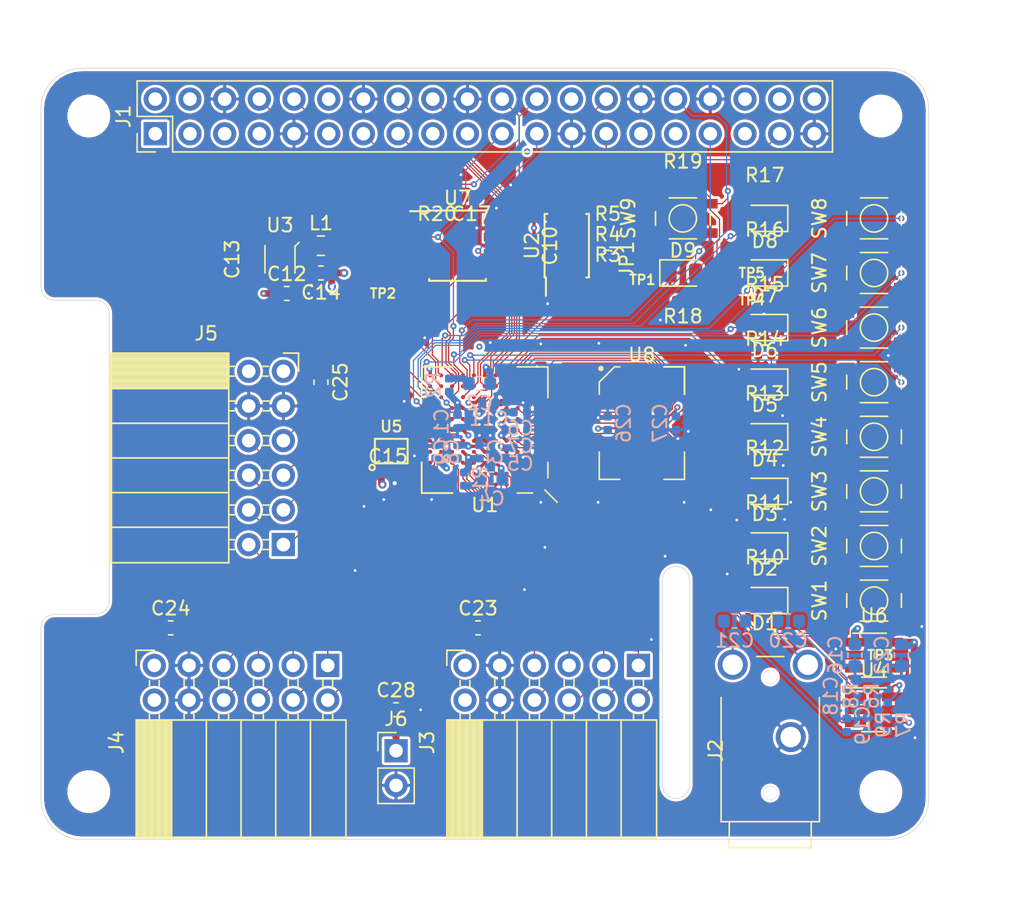
<source format=kicad_pcb>
(kicad_pcb (version 20171130) (host pcbnew 5.1.2+dfsg1-1)
  (layers (0 F.Cu signal) (1 In1.Cu power hide) (2 In2.Cu power) (31 B.Cu signal) (34 B.Paste user) (35 F.Paste user) (36 B.SilkS user hide) (37 F.SilkS user hide) (38 B.Mask user) (39 F.Mask user) (44 Edge.Cuts user))
  (net 0 "")
  (net 1 GND)
  (net 2 +1V2)
  (net 3 "Net-(C2-Pad2)")
  (net 4 "Net-(C2-Pad1)")
  (net 5 "Net-(C4-Pad2)")
  (net 6 "Net-(C4-Pad1)")
  (net 7 +3V3)
  (net 8 +5V)
  (net 9 "Net-(C13-Pad2)")
  (net 10 "Net-(C18-Pad1)")
  (net 11 "Net-(C19-Pad1)")
  (net 12 "Net-(C20-Pad1)")
  (net 13 "Net-(C21-Pad1)")
  (net 14 +3.3VDAC)
  (net 15 "Net-(D1-Pad1)")
  (net 16 /LED0)
  (net 17 /LED1)
  (net 18 "Net-(D2-Pad1)")
  (net 19 "Net-(D3-Pad1)")
  (net 20 /LED2)
  (net 21 /LED3)
  (net 22 "Net-(D4-Pad1)")
  (net 23 /LED4)
  (net 24 "Net-(D5-Pad1)")
  (net 25 "Net-(D6-Pad1)")
  (net 26 /LED5)
  (net 27 /LED6)
  (net 28 "Net-(D7-Pad1)")
  (net 29 "Net-(D8-Pad1)")
  (net 30 /LED7)
  (net 31 /GP13_FPGA_CDONE)
  (net 32 "Net-(J1-Pad3)")
  (net 33 "Net-(J1-Pad5)")
  (net 34 "Net-(J1-Pad7)")
  (net 35 /GP14_UART_TXD)
  (net 36 /GP15_UART_RXD)
  (net 37 "Net-(J1-Pad11)")
  (net 38 "Net-(J1-Pad12)")
  (net 39 /GP27_SDIO_DAT3)
  (net 40 /GP22_SDIO_CLK)
  (net 41 /GP23_SDIO_CMD)
  (net 42 /GP24_SDIO_DAT0)
  (net 43 /GP10_SPI_MOSI)
  (net 44 /GP9_SPI_MISO)
  (net 45 /GP25_SDIO_DAT1)
  (net 46 /GP11_SPI_SCK)
  (net 47 /GP8_SPI_~CS)
  (net 48 "Net-(J1-Pad26)")
  (net 49 /ID_SD)
  (net 50 /ID_SC)
  (net 51 "Net-(J1-Pad29)")
  (net 52 "Net-(J1-Pad31)")
  (net 53 /GP12_FPGA_~RST)
  (net 54 "Net-(J1-Pad35)")
  (net 55 "Net-(J1-Pad36)")
  (net 56 /GP26_SDIO_DAT2)
  (net 57 "Net-(J1-Pad38)")
  (net 58 "Net-(J1-Pad40)")
  (net 59 /IO0_0)
  (net 60 /IO0_1)
  (net 61 /IO0_2)
  (net 62 /IO0_3)
  (net 63 /IO0_4)
  (net 64 /IO0_5)
  (net 65 /IO0_6)
  (net 66 /IO0_7)
  (net 67 /IO1_7)
  (net 68 /IO1_6)
  (net 69 /IO1_5)
  (net 70 /IO1_4)
  (net 71 /IO1_3)
  (net 72 /IO1_2)
  (net 73 /IO1_1)
  (net 74 /IO1_0)
  (net 75 /IO2_0)
  (net 76 /IO2_1)
  (net 77 /IO2_2)
  (net 78 /IO2_3)
  (net 79 /IO2_4)
  (net 80 /IO2_5)
  (net 81 /IO2_6)
  (net 82 /IO2_7)
  (net 83 "Net-(JP1-Pad1)")
  (net 84 "Net-(L1-Pad1)")
  (net 85 "Net-(R6-Pad2)")
  (net 86 "Net-(R7-Pad2)")
  (net 87 /SW0)
  (net 88 /SW1)
  (net 89 /SW2)
  (net 90 /SW3)
  (net 91 /SW4)
  (net 92 /SW5)
  (net 93 /SW6)
  (net 94 /SW7)
  (net 95 /SRAM_DQ0)
  (net 96 /SRAM_DQ5)
  (net 97 /SRAM_DQ7)
  (net 98 /SRAM_DQ6)
  (net 99 /SRAM_DQ12)
  (net 100 /SRAM_A9)
  (net 101 /SRAM_A2)
  (net 102 /SRAM_A4)
  (net 103 /SRAM_A5)
  (net 104 /SRAM_A10)
  (net 105 /SRAM_DQ1)
  (net 106 /SRAM_DQ4)
  (net 107 /SRAM_DQ8)
  (net 108 /SRAM_DQ10)
  (net 109 /SRAM_DQ13)
  (net 110 /SRAM_DQ15)
  (net 111 /SRAM_A3)
  (net 112 /SRAM_A7)
  (net 113 /SRAM_A6)
  (net 114 /SRAM_A12)
  (net 115 /SRAM_DQ3)
  (net 116 /SRAM_DQ9)
  (net 117 /SRAM_DQ11)
  (net 118 /SRAM_A8)
  (net 119 /SRAM_A0)
  (net 120 /SRAM_A1)
  (net 121 /SRAM_A11)
  (net 122 /SRAM_A13)
  (net 123 /SRAM_A15)
  (net 124 /SRAM_DQ2)
  (net 125 /SRAM_DQ14)
  (net 126 /SRAM_A14)
  (net 127 /SRAM_A17)
  (net 128 /SRAM_A16)
  (net 129 /SRAM_~WE)
  (net 130 /SRAM_~OE)
  (net 131 /SRAM_~LB)
  (net 132 /SRAM_~UB)
  (net 133 /AUDIO_R_PWM)
  (net 134 "Net-(U1-PadB10)")
  (net 135 /CLK_OSC)
  (net 136 /AUDIO_L_PWM)
  (module Connector_PinHeader_2.54mm:PinHeader_2x20_P2.54mm_Vertical (layer F.Cu) (at 108.37 84.8 90)
    (fp_text reference J1 (at 1.27 -2.33 90) (layer F.SilkS))
    (fp_text value 2x20)
    (pad 1 thru_hole rect (at 0 0 90) (size 1.7 1.7) (drill 1) (layers *.Cu *.Mask) (net 7 +3V3))
    (pad 2 thru_hole oval (at 2.54 0 90) (size 1.7 1.7) (drill 1) (layers *.Cu *.Mask) (net 8 +5V))
    (pad 3 thru_hole oval (at 0 2.54 90) (size 1.7 1.7) (drill 1) (layers *.Cu *.Mask) (net 32 "Net-(J1-Pad3)"))
    (pad 4 thru_hole oval (at 2.54 2.54 90) (size 1.7 1.7) (drill 1) (layers *.Cu *.Mask) (net 8 +5V))
    (pad 5 thru_hole oval (at 0 5.08 90) (size 1.7 1.7) (drill 1) (layers *.Cu *.Mask) (net 33 "Net-(J1-Pad5)"))
    (pad 6 thru_hole oval (at 2.54 5.08 90) (size 1.7 1.7) (drill 1) (layers *.Cu *.Mask) (net 1 GND))
    (pad 7 thru_hole oval (at 0 7.62 90) (size 1.7 1.7) (drill 1) (layers *.Cu *.Mask) (net 34 "Net-(J1-Pad7)"))
    (pad 8 thru_hole oval (at 2.54 7.62 90) (size 1.7 1.7) (drill 1) (layers *.Cu *.Mask) (net 35 /GP14_UART_TXD))
    (pad 9 thru_hole oval (at 0 10.16 90) (size 1.7 1.7) (drill 1) (layers *.Cu *.Mask) (net 1 GND))
    (pad 10 thru_hole oval (at 2.54 10.16 90) (size 1.7 1.7) (drill 1) (layers *.Cu *.Mask) (net 36 /GP15_UART_RXD))
    (pad 11 thru_hole oval (at 0 12.7 90) (size 1.7 1.7) (drill 1) (layers *.Cu *.Mask) (net 37 "Net-(J1-Pad11)"))
    (pad 12 thru_hole oval (at 2.54 12.7 90) (size 1.7 1.7) (drill 1) (layers *.Cu *.Mask) (net 38 "Net-(J1-Pad12)"))
    (pad 13 thru_hole oval (at 0 15.24 90) (size 1.7 1.7) (drill 1) (layers *.Cu *.Mask) (net 39 /GP27_SDIO_DAT3))
    (pad 14 thru_hole oval (at 2.54 15.24 90) (size 1.7 1.7) (drill 1) (layers *.Cu *.Mask) (net 1 GND))
    (pad 15 thru_hole oval (at 0 17.78 90) (size 1.7 1.7) (drill 1) (layers *.Cu *.Mask) (net 40 /GP22_SDIO_CLK))
    (pad 16 thru_hole oval (at 2.54 17.78 90) (size 1.7 1.7) (drill 1) (layers *.Cu *.Mask) (net 41 /GP23_SDIO_CMD))
    (pad 17 thru_hole oval (at 0 20.32 90) (size 1.7 1.7) (drill 1) (layers *.Cu *.Mask) (net 7 +3V3))
    (pad 18 thru_hole oval (at 2.54 20.32 90) (size 1.7 1.7) (drill 1) (layers *.Cu *.Mask) (net 42 /GP24_SDIO_DAT0))
    (pad 19 thru_hole oval (at 0 22.86 90) (size 1.7 1.7) (drill 1) (layers *.Cu *.Mask) (net 43 /GP10_SPI_MOSI))
    (pad 20 thru_hole oval (at 2.54 22.86 90) (size 1.7 1.7) (drill 1) (layers *.Cu *.Mask) (net 1 GND))
    (pad 21 thru_hole oval (at 0 25.4 90) (size 1.7 1.7) (drill 1) (layers *.Cu *.Mask) (net 44 /GP9_SPI_MISO))
    (pad 22 thru_hole oval (at 2.54 25.4 90) (size 1.7 1.7) (drill 1) (layers *.Cu *.Mask) (net 45 /GP25_SDIO_DAT1))
    (pad 23 thru_hole oval (at 0 27.94 90) (size 1.7 1.7) (drill 1) (layers *.Cu *.Mask) (net 46 /GP11_SPI_SCK))
    (pad 24 thru_hole oval (at 2.54 27.94 90) (size 1.7 1.7) (drill 1) (layers *.Cu *.Mask) (net 47 /GP8_SPI_~CS))
    (pad 25 thru_hole oval (at 0 30.48 90) (size 1.7 1.7) (drill 1) (layers *.Cu *.Mask) (net 1 GND))
    (pad 26 thru_hole oval (at 2.54 30.48 90) (size 1.7 1.7) (drill 1) (layers *.Cu *.Mask) (net 48 "Net-(J1-Pad26)"))
    (pad 27 thru_hole oval (at 0 33.02 90) (size 1.7 1.7) (drill 1) (layers *.Cu *.Mask) (net 49 /ID_SD))
    (pad 28 thru_hole oval (at 2.54 33.02 90) (size 1.7 1.7) (drill 1) (layers *.Cu *.Mask) (net 50 /ID_SC))
    (pad 29 thru_hole oval (at 0 35.56 90) (size 1.7 1.7) (drill 1) (layers *.Cu *.Mask) (net 51 "Net-(J1-Pad29)"))
    (pad 30 thru_hole oval (at 2.54 35.56 90) (size 1.7 1.7) (drill 1) (layers *.Cu *.Mask) (net 1 GND))
    (pad 31 thru_hole oval (at 0 38.1 90) (size 1.7 1.7) (drill 1) (layers *.Cu *.Mask) (net 52 "Net-(J1-Pad31)"))
    (pad 32 thru_hole oval (at 2.54 38.1 90) (size 1.7 1.7) (drill 1) (layers *.Cu *.Mask) (net 53 /GP12_FPGA_~RST))
    (pad 33 thru_hole oval (at 0 40.64 90) (size 1.7 1.7) (drill 1) (layers *.Cu *.Mask) (net 31 /GP13_FPGA_CDONE))
    (pad 34 thru_hole oval (at 2.54 40.64 90) (size 1.7 1.7) (drill 1) (layers *.Cu *.Mask) (net 1 GND))
    (pad 35 thru_hole oval (at 0 43.18 90) (size 1.7 1.7) (drill 1) (layers *.Cu *.Mask) (net 54 "Net-(J1-Pad35)"))
    (pad 36 thru_hole oval (at 2.54 43.18 90) (size 1.7 1.7) (drill 1) (layers *.Cu *.Mask) (net 55 "Net-(J1-Pad36)"))
    (pad 37 thru_hole oval (at 0 45.72 90) (size 1.7 1.7) (drill 1) (layers *.Cu *.Mask) (net 56 /GP26_SDIO_DAT2))
    (pad 38 thru_hole oval (at 2.54 45.72 90) (size 1.7 1.7) (drill 1) (layers *.Cu *.Mask) (net 57 "Net-(J1-Pad38)"))
    (pad 39 thru_hole oval (at 0 48.26 90) (size 1.7 1.7) (drill 1) (layers *.Cu *.Mask) (net 1 GND))
    (pad 40 thru_hole oval (at 2.54 48.26 90) (size 1.7 1.7) (drill 1) (layers *.Cu *.Mask) (net 58 "Net-(J1-Pad40)"))
  )
  (module fpga_hat:PTS815 (layer F.Cu) (at 161 103 270)
    (fp_text reference SW5 (at 0 4 270) (layer F.SilkS))
    (fp_text value PTS815)
    (pad 1 smd rect (at -1.075 -2) (size 1.1 0.7) (layers F.Cu F.Paste F.Mask) (net 91 /SW4))
    (pad 2 smd rect (at 1.075 -2) (size 1.1 0.7) (layers F.Cu F.Paste F.Mask) (net 1 GND))
    (pad ~ smd rect (at 1.075 2) (size 1.1 0.7) (layers F.Cu F.Paste F.Mask))
    (pad ~ smd rect (at -1.075 2) (size 1.1 0.7) (layers F.Cu F.Paste F.Mask))
  )
  (module fpga_hat:BGA-121_11x11_9.0x9.0mm (layer F.Cu) (at 132.5 106.5 180)
    (fp_text reference U1 (at 0 -5.5) (layer F.SilkS))
    (fp_text value iCE40-HX8k-BG121)
    (pad A1 smd circle (at -4 -4 180) (size 0.3 0.3) (layers F.Cu F.Paste F.Mask) (net 97 /SRAM_DQ7))
    (pad B1 smd circle (at -4 -3.2 180) (size 0.3 0.3) (layers F.Cu F.Paste F.Mask) (net 129 /SRAM_~WE))
    (pad C1 smd circle (at -4 -2.4 180) (size 0.3 0.3) (layers F.Cu F.Paste F.Mask) (net 100 /SRAM_A9))
    (pad D1 smd circle (at -4 -1.6 180) (size 0.3 0.3) (layers F.Cu F.Paste F.Mask) (net 114 /SRAM_A12))
    (pad E1 smd circle (at -4 -0.8 180) (size 0.3 0.3) (layers F.Cu F.Paste F.Mask) (net 125 /SRAM_DQ14))
    (pad F1 smd circle (at -4 0 180) (size 0.3 0.3) (layers F.Cu F.Paste F.Mask) (net 99 /SRAM_DQ12))
    (pad G1 smd circle (at -4 0.8 180) (size 0.3 0.3) (layers F.Cu F.Paste F.Mask) (net 107 /SRAM_DQ8))
    (pad H1 smd circle (at -4 1.6 180) (size 0.3 0.3) (layers F.Cu F.Paste F.Mask) (net 132 /SRAM_~UB))
    (pad J1 smd circle (at -4 2.4 180) (size 0.3 0.3) (layers F.Cu F.Paste F.Mask) (net 119 /SRAM_A0))
    (pad K1 smd circle (at -4 3.2 180) (size 0.3 0.3) (layers F.Cu F.Paste F.Mask) (net 102 /SRAM_A4))
    (pad L1 smd circle (at -4 4 180) (size 0.3 0.3) (layers F.Cu F.Paste F.Mask) (net 95 /SRAM_DQ0))
    (pad A2 smd circle (at -3.2 -4 180) (size 0.3 0.3) (layers F.Cu F.Paste F.Mask) (net 96 /SRAM_DQ5))
    (pad B2 smd circle (at -3.2 -3.2 180) (size 0.3 0.3) (layers F.Cu F.Paste F.Mask) (net 104 /SRAM_A10))
    (pad C2 smd circle (at -3.2 -2.4 180) (size 0.3 0.3) (layers F.Cu F.Paste F.Mask) (net 122 /SRAM_A13))
    (pad D2 smd circle (at -3.2 -1.6 180) (size 0.3 0.3) (layers F.Cu F.Paste F.Mask) (net 118 /SRAM_A8))
    (pad E2 smd circle (at -3.2 -0.8 180) (size 0.3 0.3) (layers F.Cu F.Paste F.Mask) (net 109 /SRAM_DQ13))
    (pad F2 smd circle (at -3.2 0 180) (size 0.3 0.3) (layers F.Cu F.Paste F.Mask) (net 116 /SRAM_DQ9))
    (pad G2 smd circle (at -3.2 0.8 180) (size 0.3 0.3) (layers F.Cu F.Paste F.Mask) (net 108 /SRAM_DQ10))
    (pad H2 smd circle (at -3.2 1.6 180) (size 0.3 0.3) (layers F.Cu F.Paste F.Mask) (net 130 /SRAM_~OE))
    (pad J2 smd circle (at -3.2 2.4 180) (size 0.3 0.3) (layers F.Cu F.Paste F.Mask) (net 111 /SRAM_A3))
    (pad K2 smd circle (at -3.2 3.2 180) (size 0.3 0.3) (layers F.Cu F.Paste F.Mask) (net 120 /SRAM_A1))
    (pad L2 smd circle (at -3.2 4 180) (size 0.3 0.3) (layers F.Cu F.Paste F.Mask) (net 113 /SRAM_A6))
    (pad A3 smd circle (at -2.4 -4 180) (size 0.3 0.3) (layers F.Cu F.Paste F.Mask) (net 106 /SRAM_DQ4))
    (pad B3 smd circle (at -2.4 -3.2 180) (size 0.3 0.3) (layers F.Cu F.Paste F.Mask) (net 98 /SRAM_DQ6))
    (pad C3 smd circle (at -2.4 -2.4 180) (size 0.3 0.3) (layers F.Cu F.Paste F.Mask) (net 123 /SRAM_A15))
    (pad D3 smd circle (at -2.4 -1.6 180) (size 0.3 0.3) (layers F.Cu F.Paste F.Mask) (net 121 /SRAM_A11))
    (pad E3 smd circle (at -2.4 -0.8 180) (size 0.3 0.3) (layers F.Cu F.Paste F.Mask) (net 126 /SRAM_A14))
    (pad F3 smd circle (at -2.4 0 180) (size 0.3 0.3) (layers F.Cu F.Paste F.Mask) (net 127 /SRAM_A17))
    (pad G3 smd circle (at -2.4 0.8 180) (size 0.3 0.3) (layers F.Cu F.Paste F.Mask) (net 117 /SRAM_DQ11))
    (pad H3 smd circle (at -2.4 1.6 180) (size 0.3 0.3) (layers F.Cu F.Paste F.Mask) (net 131 /SRAM_~LB))
    (pad J3 smd circle (at -2.4 2.4 180) (size 0.3 0.3) (layers F.Cu F.Paste F.Mask) (net 103 /SRAM_A5))
    (pad K3 smd circle (at -2.4 3.2 180) (size 0.3 0.3) (layers F.Cu F.Paste F.Mask) (net 101 /SRAM_A2))
    (pad L3 smd circle (at -2.4 4 180) (size 0.3 0.3) (layers F.Cu F.Paste F.Mask) (net 105 /SRAM_DQ1))
    (pad A4 smd circle (at -1.6 -4 180) (size 0.3 0.3) (layers F.Cu F.Paste F.Mask) (net 89 /SW2))
    (pad B4 smd circle (at -1.6 -3.2 180) (size 0.3 0.3) (layers F.Cu F.Paste F.Mask) (net 21 /LED3))
    (pad C4 smd circle (at -1.6 -2.4 180) (size 0.3 0.3) (layers F.Cu F.Paste F.Mask) (net 90 /SW3))
    (pad D4 smd circle (at -1.6 -1.6 180) (size 0.3 0.3) (layers F.Cu F.Paste F.Mask) (net 2 +1V2))
    (pad E4 smd circle (at -1.6 -0.8 180) (size 0.3 0.3) (layers F.Cu F.Paste F.Mask) (net 7 +3V3))
    (pad F4 smd circle (at -1.6 0 180) (size 0.3 0.3) (layers F.Cu F.Paste F.Mask) (net 110 /SRAM_DQ15))
    (pad G4 smd circle (at -1.6 0.8 180) (size 0.3 0.3) (layers F.Cu F.Paste F.Mask) (net 7 +3V3))
    (pad H4 smd circle (at -1.6 1.6 180) (size 0.3 0.3) (layers F.Cu F.Paste F.Mask) (net 2 +1V2))
    (pad J4 smd circle (at -1.6 2.4 180) (size 0.3 0.3) (layers F.Cu F.Paste F.Mask) (net 124 /SRAM_DQ2))
    (pad K4 smd circle (at -1.6 3.2 180) (size 0.3 0.3) (layers F.Cu F.Paste F.Mask) (net 115 /SRAM_DQ3))
    (pad L4 smd circle (at -1.6 4 180) (size 0.3 0.3) (layers F.Cu F.Paste F.Mask) (net 112 /SRAM_A7))
    (pad A5 smd circle (at -0.8 -4 180) (size 0.3 0.3) (layers F.Cu F.Paste F.Mask) (net 88 /SW1))
    (pad B5 smd circle (at -0.8 -3.2 180) (size 0.3 0.3) (layers F.Cu F.Paste F.Mask) (net 20 /LED2))
    (pad C5 smd circle (at -0.8 -2.4 180) (size 0.3 0.3) (layers F.Cu F.Paste F.Mask) (net 5 "Net-(C4-Pad2)"))
    (pad D5 smd circle (at -0.8 -1.6 180) (size 0.3 0.3) (layers F.Cu F.Paste F.Mask) (net 128 /SRAM_A16))
    (pad E5 smd circle (at -0.8 -0.8 180) (size 0.3 0.3) (layers F.Cu F.Paste F.Mask) (net 1 GND))
    (pad F5 smd circle (at -0.8 0 180) (size 0.3 0.3) (layers F.Cu F.Paste F.Mask) (net 1 GND))
    (pad G5 smd circle (at -0.8 0.8 180) (size 0.3 0.3) (layers F.Cu F.Paste F.Mask) (net 1 GND))
    (pad H5 smd circle (at -0.8 1.6 180) (size 0.3 0.3) (layers F.Cu F.Paste F.Mask) (net 1 GND))
    (pad J5 smd circle (at -0.8 2.4 180) (size 0.3 0.3) (layers F.Cu F.Paste F.Mask) (net 23 /LED4))
    (pad K5 smd circle (at -0.8 3.2 180) (size 0.3 0.3) (layers F.Cu F.Paste F.Mask) (net 56 /GP26_SDIO_DAT2))
    (pad L5 smd circle (at -0.8 4 180) (size 0.3 0.3) (layers F.Cu F.Paste F.Mask) (net 45 /GP25_SDIO_DAT1))
    (pad A6 smd circle (at 0 -4 180) (size 0.3 0.3) (layers F.Cu F.Paste F.Mask) (net 16 /LED0))
    (pad B6 smd circle (at 0 -3.2 180) (size 0.3 0.3) (layers F.Cu F.Paste F.Mask) (net 87 /SW0))
    (pad C6 smd circle (at 0 -2.4 180) (size 0.3 0.3) (layers F.Cu F.Paste F.Mask) (net 6 "Net-(C4-Pad1)"))
    (pad D6 smd circle (at 0 -1.6 180) (size 0.3 0.3) (layers F.Cu F.Paste F.Mask) (net 7 +3V3))
    (pad E6 smd circle (at 0 -0.8 180) (size 0.3 0.3) (layers F.Cu F.Paste F.Mask) (net 1 GND))
    (pad F6 smd circle (at 0 0 180) (size 0.3 0.3) (layers F.Cu F.Paste F.Mask) (net 1 GND))
    (pad G6 smd circle (at 0 0.8 180) (size 0.3 0.3) (layers F.Cu F.Paste F.Mask) (net 1 GND))
    (pad H6 smd circle (at 0 1.6 180) (size 0.3 0.3) (layers F.Cu F.Paste F.Mask) (net 7 +3V3))
    (pad J6 smd circle (at 0 2.4 180) (size 0.3 0.3) (layers F.Cu F.Paste F.Mask) (net 4 "Net-(C2-Pad1)"))
    (pad K6 smd circle (at 0 3.2 180) (size 0.3 0.3) (layers F.Cu F.Paste F.Mask) (net 40 /GP22_SDIO_CLK))
    (pad L6 smd circle (at 0 4 180) (size 0.3 0.3) (layers F.Cu F.Paste F.Mask) (net 3 "Net-(C2-Pad2)"))
    (pad A7 smd circle (at 0.8 -4 180) (size 0.3 0.3) (layers F.Cu F.Paste F.Mask) (net 63 /IO0_4))
    (pad B7 smd circle (at 0.8 -3.2 180) (size 0.3 0.3) (layers F.Cu F.Paste F.Mask) (net 136 /AUDIO_L_PWM))
    (pad C7 smd circle (at 0.8 -2.4 180) (size 0.3 0.3) (layers F.Cu F.Paste F.Mask) (net 133 /AUDIO_R_PWM))
    (pad D7 smd circle (at 0.8 -1.6 180) (size 0.3 0.3) (layers F.Cu F.Paste F.Mask) (net 17 /LED1))
    (pad E7 smd circle (at 0.8 -0.8 180) (size 0.3 0.3) (layers F.Cu F.Paste F.Mask) (net 1 GND))
    (pad F7 smd circle (at 0.8 0 180) (size 0.3 0.3) (layers F.Cu F.Paste F.Mask) (net 1 GND))
    (pad G7 smd circle (at 0.8 0.8 180) (size 0.3 0.3) (layers F.Cu F.Paste F.Mask) (net 1 GND))
    (pad H7 smd circle (at 0.8 1.6 180) (size 0.3 0.3) (layers F.Cu F.Paste F.Mask) (net 42 /GP24_SDIO_DAT0))
    (pad J7 smd circle (at 0.8 2.4 180) (size 0.3 0.3) (layers F.Cu F.Paste F.Mask) (net 41 /GP23_SDIO_CMD))
    (pad K7 smd circle (at 0.8 3.2 180) (size 0.3 0.3) (layers F.Cu F.Paste F.Mask) (net 39 /GP27_SDIO_DAT3))
    (pad L7 smd circle (at 0.8 4 180) (size 0.3 0.3) (layers F.Cu F.Paste F.Mask) (net 92 /SW5))
    (pad A8 smd circle (at 1.6 -4 180) (size 0.3 0.3) (layers F.Cu F.Paste F.Mask) (net 60 /IO0_1))
    (pad B8 smd circle (at 1.6 -3.2 180) (size 0.3 0.3) (layers F.Cu F.Paste F.Mask) (net 64 /IO0_5))
    (pad C8 smd circle (at 1.6 -2.4 180) (size 0.3 0.3) (layers F.Cu F.Paste F.Mask) (net 59 /IO0_0))
    (pad D8 smd circle (at 1.6 -1.6 180) (size 0.3 0.3) (layers F.Cu F.Paste F.Mask) (net 2 +1V2))
    (pad E8 smd circle (at 1.6 -0.8 180) (size 0.3 0.3) (layers F.Cu F.Paste F.Mask) (net 79 /IO2_4))
    (pad F8 smd circle (at 1.6 0 180) (size 0.3 0.3) (layers F.Cu F.Paste F.Mask) (net 7 +3V3))
    (pad G8 smd circle (at 1.6 0.8 180) (size 0.3 0.3) (layers F.Cu F.Paste F.Mask) (net 78 /IO2_3))
    (pad H8 smd circle (at 1.6 1.6 180) (size 0.3 0.3) (layers F.Cu F.Paste F.Mask) (net 2 +1V2))
    (pad J8 smd circle (at 1.6 2.4 180) (size 0.3 0.3) (layers F.Cu F.Paste F.Mask) (net 91 /SW4))
    (pad K8 smd circle (at 1.6 3.2 180) (size 0.3 0.3) (layers F.Cu F.Paste F.Mask) (net 31 /GP13_FPGA_CDONE))
    (pad L8 smd circle (at 1.6 4 180) (size 0.3 0.3) (layers F.Cu F.Paste F.Mask) (net 26 /LED5))
    (pad A9 smd circle (at 2.4 -4 180) (size 0.3 0.3) (layers F.Cu F.Paste F.Mask) (net 61 /IO0_2))
    (pad B9 smd circle (at 2.4 -3.2 180) (size 0.3 0.3) (layers F.Cu F.Paste F.Mask) (net 66 /IO0_7))
    (pad C9 smd circle (at 2.4 -2.4 180) (size 0.3 0.3) (layers F.Cu F.Paste F.Mask) (net 65 /IO0_6))
    (pad D9 smd circle (at 2.4 -1.6 180) (size 0.3 0.3) (layers F.Cu F.Paste F.Mask) (net 74 /IO1_0))
    (pad E9 smd circle (at 2.4 -0.8 180) (size 0.3 0.3) (layers F.Cu F.Paste F.Mask) (net 67 /IO1_7))
    (pad F9 smd circle (at 2.4 0 180) (size 0.3 0.3) (layers F.Cu F.Paste F.Mask) (net 76 /IO2_1))
    (pad G9 smd circle (at 2.4 0.8 180) (size 0.3 0.3) (layers F.Cu F.Paste F.Mask) (net 82 /IO2_7))
    (pad H9 smd circle (at 2.4 1.6 180) (size 0.3 0.3) (layers F.Cu F.Paste F.Mask) (net 94 /SW7))
    (pad J9 smd circle (at 2.4 2.4 180) (size 0.3 0.3) (layers F.Cu F.Paste F.Mask) (net 44 /GP9_SPI_MISO))
    (pad K9 smd circle (at 2.4 3.2 180) (size 0.3 0.3) (layers F.Cu F.Paste F.Mask) (net 43 /GP10_SPI_MOSI))
    (pad L9 smd circle (at 2.4 4 180) (size 0.3 0.3) (layers F.Cu F.Paste F.Mask) (net 53 /GP12_FPGA_~RST))
    (pad A10 smd circle (at 3.2 -4 180) (size 0.3 0.3) (layers F.Cu F.Paste F.Mask) (net 62 /IO0_3))
    (pad B10 smd circle (at 3.2 -3.2 180) (size 0.3 0.3) (layers F.Cu F.Paste F.Mask) (net 134 "Net-(U1-PadB10)"))
    (pad C10 smd circle (at 3.2 -2.4 180) (size 0.3 0.3) (layers F.Cu F.Paste F.Mask) (net 7 +3V3))
    (pad D10 smd circle (at 3.2 -1.6 180) (size 0.3 0.3) (layers F.Cu F.Paste F.Mask) (net 73 /IO1_1))
    (pad E10 smd circle (at 3.2 -0.8 180) (size 0.3 0.3) (layers F.Cu F.Paste F.Mask) (net 135 /CLK_OSC))
    (pad F10 smd circle (at 3.2 0 180) (size 0.3 0.3) (layers F.Cu F.Paste F.Mask) (net 75 /IO2_0))
    (pad G10 smd circle (at 3.2 0.8 180) (size 0.3 0.3) (layers F.Cu F.Paste F.Mask) (net 81 /IO2_6))
    (pad H10 smd circle (at 3.2 1.6 180) (size 0.3 0.3) (layers F.Cu F.Paste F.Mask) (net 35 /GP14_UART_TXD))
    (pad J10 smd circle (at 3.2 2.4 180) (size 0.3 0.3) (layers F.Cu F.Paste F.Mask) (net 36 /GP15_UART_RXD))
    (pad K10 smd circle (at 3.2 3.2 180) (size 0.3 0.3) (layers F.Cu F.Paste F.Mask) (net 47 /GP8_SPI_~CS))
    (pad L10 smd circle (at 3.2 4 180) (size 0.3 0.3) (layers F.Cu F.Paste F.Mask) (net 46 /GP11_SPI_SCK))
    (pad A11 smd circle (at 4 -4 180) (size 0.3 0.3) (layers F.Cu F.Paste F.Mask) (net 70 /IO1_4))
    (pad B11 smd circle (at 4 -3.2 180) (size 0.3 0.3) (layers F.Cu F.Paste F.Mask) (net 69 /IO1_5))
    (pad C11 smd circle (at 4 -2.4 180) (size 0.3 0.3) (layers F.Cu F.Paste F.Mask) (net 68 /IO1_6))
    (pad D11 smd circle (at 4 -1.6 180) (size 0.3 0.3) (layers F.Cu F.Paste F.Mask) (net 72 /IO1_2))
    (pad E11 smd circle (at 4 -0.8 180) (size 0.3 0.3) (layers F.Cu F.Paste F.Mask) (net 71 /IO1_3))
    (pad F11 smd circle (at 4 0 180) (size 0.3 0.3) (layers F.Cu F.Paste F.Mask) (net 80 /IO2_5))
    (pad G11 smd circle (at 4 0.8 180) (size 0.3 0.3) (layers F.Cu F.Paste F.Mask) (net 77 /IO2_2))
    (pad H11 smd circle (at 4 1.6 180) (size 0.3 0.3) (layers F.Cu F.Paste F.Mask) (net 30 /LED7))
    (pad J11 smd circle (at 4 2.4 180) (size 0.3 0.3) (layers F.Cu F.Paste F.Mask) (net 27 /LED6))
    (pad K11 smd circle (at 4 3.2 180) (size 0.3 0.3) (layers F.Cu F.Paste F.Mask) (net 93 /SW6))
    (pad L11 smd circle (at 4 4 180) (size 0.3 0.3) (layers F.Cu F.Paste F.Mask) (net 7 +3V3))
  )
  (module Capacitor_SMD:C_0402_1005Metric (layer B.Cu) (at 128.9 108.1 90)
    (fp_text reference C8 (at 0 1.17 90) (layer B.SilkS) (effects (justify mirror)))
    (fp_text value 100n)
    (pad 2 smd roundrect (at 0.485 0 90) (size 0.59 0.64) (layers B.Cu B.Paste B.Mask) (net 1 GND))
    (pad 1 smd roundrect (at -0.485 0 90) (size 0.59 0.64) (layers B.Cu B.Paste B.Mask) (net 7 +3V3))
  )
  (module fpga_hat:MOUNTHOLE_M2.5 (layer F.Cu) (at 161.5 83.5)
    (fp_text reference REF** hide)
    (fp_text value MOUNTHOLE_M2.5 hide)
    (pad "" np_thru_hole circle (at 0 0) (size 2.75 2.75) (drill 2.75) (layers *.Cu *.Mask) (thermal_gap 1.9))
  )
  (module fpga_hat:MOUNTHOLE_M2.5 (layer F.Cu) (at 161.5 133)
    (fp_text reference REF** hide)
    (fp_text value MOUNTHOLE_M2.5 hide)
    (pad "" np_thru_hole circle (at 0 0) (size 2.75 2.75) (drill 2.75) (layers *.Cu *.Mask) (thermal_gap 1.9))
  )
  (module fpga_hat:MOUNTHOLE_M2.5 (layer F.Cu) (at 103.5 133)
    (fp_text reference REF** hide)
    (fp_text value MOUNTHOLE_M2.5 hide)
    (pad "" np_thru_hole circle (at 0 0) (size 2.75 2.75) (drill 2.75) (layers *.Cu *.Mask) (thermal_gap 1.9))
  )
  (module fpga_hat:MOUNTHOLE_M2.5 (layer F.Cu) (at 103.5 83.5)
    (fp_text reference REF** hide)
    (fp_text value MOUNTHOLE_M2.5 hide)
    (pad "" np_thru_hole circle (at 0 0) (size 2.75 2.75) (drill 2.75) (layers *.Cu *.Mask) (thermal_gap 1.9))
  )
  (module Capacitor_SMD:C_0402_1005Metric (layer B.Cu) (at 130.5 105.885 270)
    (fp_text reference C1 (at 0 1.17 90) (layer B.SilkS) (effects (justify mirror)))
    (fp_text value 100n)
    (pad 2 smd roundrect (at 0.485 0 270) (size 0.59 0.64) (layers B.Cu B.Paste B.Mask) (net 1 GND))
    (pad 1 smd roundrect (at -0.485 0 270) (size 0.59 0.64) (layers B.Cu B.Paste B.Mask) (net 2 +1V2))
  )
  (module Capacitor_SMD:C_0603_1608Metric (layer B.Cu) (at 132.1125 103.1)
    (fp_text reference C2 (at 0 1.43) (layer B.SilkS) (effects (justify mirror)))
    (fp_text value 4u7)
    (pad 2 smd roundrect (at 0.7875 0) (size 0.875 0.95) (layers B.Cu B.Paste B.Mask) (net 3 "Net-(C2-Pad2)"))
    (pad 1 smd roundrect (at -0.7875 0) (size 0.875 0.95) (layers B.Cu B.Paste B.Mask) (net 4 "Net-(C2-Pad1)"))
  )
  (module Capacitor_SMD:C_0402_1005Metric (layer B.Cu) (at 132.1 108.1 90)
    (fp_text reference C3 (at 0 1.17 90) (layer B.SilkS) (effects (justify mirror)))
    (fp_text value 100n)
    (pad 1 smd roundrect (at -0.485 0 90) (size 0.59 0.64) (layers B.Cu B.Paste B.Mask) (net 2 +1V2))
    (pad 2 smd roundrect (at 0.485 0 90) (size 0.59 0.64) (layers B.Cu B.Paste B.Mask) (net 1 GND))
  )
  (module Capacitor_SMD:C_0603_1608Metric (layer B.Cu) (at 133 110.1)
    (fp_text reference C4 (at 0 1.43) (layer B.SilkS) (effects (justify mirror)))
    (fp_text value 4u7)
    (pad 1 smd roundrect (at -0.7875 0) (size 0.875 0.95) (layers B.Cu B.Paste B.Mask) (net 6 "Net-(C4-Pad1)"))
    (pad 2 smd roundrect (at 0.7875 0) (size 0.875 0.95) (layers B.Cu B.Paste B.Mask) (net 5 "Net-(C4-Pad2)"))
  )
  (module Capacitor_SMD:C_0402_1005Metric (layer B.Cu) (at 135.1 107.8)
    (fp_text reference C5 (at 0 1.17 180) (layer B.SilkS) (effects (justify mirror)))
    (fp_text value 100n)
    (pad 1 smd roundrect (at -0.485 0) (size 0.59 0.64) (layers B.Cu B.Paste B.Mask) (net 2 +1V2))
    (pad 2 smd roundrect (at 0.485 0) (size 0.59 0.64) (layers B.Cu B.Paste B.Mask) (net 1 GND))
  )
  (module Capacitor_SMD:C_0402_1005Metric (layer B.Cu) (at 135.1 105.2)
    (fp_text reference C6 (at 0 1.17) (layer B.SilkS) (effects (justify mirror)))
    (fp_text value 100n)
    (pad 2 smd roundrect (at 0.485 0) (size 0.59 0.64) (layers B.Cu B.Paste B.Mask) (net 1 GND))
    (pad 1 smd roundrect (at -0.485 0) (size 0.59 0.64) (layers B.Cu B.Paste B.Mask) (net 2 +1V2))
  )
  (module Capacitor_SMD:C_0402_1005Metric (layer B.Cu) (at 135.115 106.5)
    (fp_text reference C7 (at 0 1.17 180) (layer B.SilkS) (effects (justify mirror)))
    (fp_text value 100n)
    (pad 2 smd roundrect (at 0.485 0) (size 0.59 0.64) (layers B.Cu B.Paste B.Mask) (net 1 GND))
    (pad 1 smd roundrect (at -0.485 0) (size 0.59 0.64) (layers B.Cu B.Paste B.Mask) (net 7 +3V3))
  )
  (module Capacitor_SMD:C_0402_1005Metric (layer B.Cu) (at 130.5 108.1 270)
    (fp_text reference C9 (at 0 1.17 90) (layer B.SilkS) (effects (justify mirror)))
    (fp_text value 100n)
    (pad 2 smd roundrect (at 0.485 0 270) (size 0.59 0.64) (layers B.Cu B.Paste B.Mask) (net 1 GND))
    (pad 1 smd roundrect (at -0.485 0 270) (size 0.59 0.64) (layers B.Cu B.Paste B.Mask) (net 7 +3V3))
  )
  (module Capacitor_SMD:C_0402_1005Metric (layer F.Cu) (at 136.1 93 270)
    (fp_text reference C10 (at 0 -1.17 90) (layer F.SilkS))
    (fp_text value 100n)
    (pad 2 smd roundrect (at 0.485 0 270) (size 0.59 0.64) (layers F.Cu F.Paste F.Mask) (net 1 GND))
    (pad 1 smd roundrect (at -0.485 0 270) (size 0.59 0.64) (layers F.Cu F.Paste F.Mask) (net 7 +3V3))
  )
  (module Capacitor_SMD:C_0402_1005Metric (layer B.Cu) (at 132.8 104.5)
    (fp_text reference C11 (at 0 1.17) (layer B.SilkS) (effects (justify mirror)))
    (fp_text value 100n)
    (pad 1 smd roundrect (at -0.485 0) (size 0.59 0.64) (layers B.Cu B.Paste B.Mask) (net 7 +3V3))
    (pad 2 smd roundrect (at 0.485 0) (size 0.59 0.64) (layers B.Cu B.Paste B.Mask) (net 1 GND))
  )
  (module Capacitor_SMD:C_0603_1608Metric (layer F.Cu) (at 118 96.5)
    (fp_text reference C12 (at 0 -1.43) (layer F.SilkS))
    (fp_text value 4u7)
    (pad 2 smd roundrect (at 0.7875 0) (size 0.875 0.95) (layers F.Cu F.Paste F.Mask) (net 1 GND))
    (pad 1 smd roundrect (at -0.7875 0) (size 0.875 0.95) (layers F.Cu F.Paste F.Mask) (net 8 +5V))
  )
  (module Capacitor_SMD:C_0402_1005Metric (layer F.Cu) (at 115.5 94 270)
    (fp_text reference C13 (at 0 1.5 90) (layer F.SilkS))
    (fp_text value 560p)
    (pad 1 smd roundrect (at -0.485 0 270) (size 0.59 0.64) (layers F.Cu F.Paste F.Mask) (net 2 +1V2))
    (pad 2 smd roundrect (at 0.485 0 270) (size 0.59 0.64) (layers F.Cu F.Paste F.Mask) (net 9 "Net-(C13-Pad2)"))
  )
  (module Capacitor_SMD:C_0603_1608Metric (layer F.Cu) (at 120.5 95 180)
    (fp_text reference C14 (at 0 -1.43) (layer F.SilkS))
    (fp_text value 4u7)
    (pad 2 smd roundrect (at 0.7875 0 180) (size 0.875 0.95) (layers F.Cu F.Paste F.Mask) (net 1 GND))
    (pad 1 smd roundrect (at -0.7875 0 180) (size 0.875 0.95) (layers F.Cu F.Paste F.Mask) (net 2 +1V2))
  )
  (module Capacitor_SMD:C_0402_1005Metric (layer F.Cu) (at 125.415 109.6)
    (fp_text reference C15 (at 0 -1.17) (layer F.SilkS))
    (fp_text value 100n)
    (pad 2 smd roundrect (at 0.485 0) (size 0.59 0.64) (layers F.Cu F.Paste F.Mask) (net 1 GND))
    (pad 1 smd roundrect (at -0.485 0) (size 0.59 0.64) (layers F.Cu F.Paste F.Mask) (net 7 +3V3))
  )
  (module Capacitor_SMD:C_0603_1608Metric (layer B.Cu) (at 159.6 123 270)
    (fp_text reference C16 (at 0 1.43 90) (layer B.SilkS) (effects (justify mirror)))
    (fp_text value 1u)
    (pad 1 smd roundrect (at -0.7875 0 270) (size 0.875 0.95) (layers B.Cu B.Paste B.Mask) (net 8 +5V))
    (pad 2 smd roundrect (at 0.7875 0 270) (size 0.875 0.95) (layers B.Cu B.Paste B.Mask) (net 1 GND))
  )
  (module Capacitor_SMD:C_0402_1005Metric (layer F.Cu) (at 131.5 89.5 180)
    (fp_text reference C17 (at 0 -1.17) (layer F.SilkS))
    (fp_text value 100n)
    (pad 1 smd roundrect (at -0.485 0 180) (size 0.59 0.64) (layers F.Cu F.Paste F.Mask) (net 7 +3V3))
    (pad 2 smd roundrect (at 0.485 0 180) (size 0.59 0.64) (layers F.Cu F.Paste F.Mask) (net 1 GND))
  )
  (module Capacitor_SMD:C_0402_1005Metric (layer B.Cu) (at 159 125.985 270)
    (fp_text reference C18 (at 0 1.17 90) (layer B.SilkS) (effects (justify mirror)))
    (fp_text value 100n)
    (pad 1 smd roundrect (at -0.485 0 270) (size 0.59 0.64) (layers B.Cu B.Paste B.Mask) (net 10 "Net-(C18-Pad1)"))
    (pad 2 smd roundrect (at 0.485 0 270) (size 0.59 0.64) (layers B.Cu B.Paste B.Mask) (net 1 GND))
  )
  (module Capacitor_SMD:C_0402_1005Metric (layer B.Cu) (at 159 128.135 90)
    (fp_text reference C19 (at 0 1.17 90) (layer B.SilkS) (effects (justify mirror)))
    (fp_text value 100n)
    (pad 1 smd roundrect (at -0.485 0 90) (size 0.59 0.64) (layers B.Cu B.Paste B.Mask) (net 11 "Net-(C19-Pad1)"))
    (pad 2 smd roundrect (at 0.485 0 90) (size 0.59 0.64) (layers B.Cu B.Paste B.Mask) (net 1 GND))
  )
  (module Capacitor_SMD:C_0603_1608Metric (layer B.Cu) (at 154.7125 120.5)
    (fp_text reference C20 (at 0 1.43) (layer B.SilkS) (effects (justify mirror)))
    (fp_text value 4u7)
    (pad 1 smd roundrect (at -0.7875 0) (size 0.875 0.95) (layers B.Cu B.Paste B.Mask) (net 12 "Net-(C20-Pad1)"))
    (pad 2 smd roundrect (at 0.7875 0) (size 0.875 0.95) (layers B.Cu B.Paste B.Mask) (net 10 "Net-(C18-Pad1)"))
  )
  (module Capacitor_SMD:C_0603_1608Metric (layer B.Cu) (at 150.7875 120.5)
    (fp_text reference C21 (at 0 1.43) (layer B.SilkS) (effects (justify mirror)))
    (fp_text value 4u7)
    (pad 1 smd roundrect (at -0.7875 0) (size 0.875 0.95) (layers B.Cu B.Paste B.Mask) (net 13 "Net-(C21-Pad1)"))
    (pad 2 smd roundrect (at 0.7875 0) (size 0.875 0.95) (layers B.Cu B.Paste B.Mask) (net 11 "Net-(C19-Pad1)"))
  )
  (module Capacitor_SMD:C_0603_1608Metric (layer B.Cu) (at 163 123 270)
    (fp_text reference C22 (at 0 1.43 90) (layer B.SilkS) (effects (justify mirror)))
    (fp_text value 1u)
    (pad 2 smd roundrect (at 0.7875 0 270) (size 0.875 0.95) (layers B.Cu B.Paste B.Mask) (net 1 GND))
    (pad 1 smd roundrect (at -0.7875 0 270) (size 0.875 0.95) (layers B.Cu B.Paste B.Mask) (net 14 +3.3VDAC))
  )
  (module Capacitor_SMD:C_0603_1608Metric (layer F.Cu) (at 132 121)
    (fp_text reference C23 (at 0 -1.43) (layer F.SilkS))
    (fp_text value 1u)
    (pad 2 smd roundrect (at 0.7875 0) (size 0.875 0.95) (layers F.Cu F.Paste F.Mask) (net 1 GND))
    (pad 1 smd roundrect (at -0.7875 0) (size 0.875 0.95) (layers F.Cu F.Paste F.Mask) (net 7 +3V3))
  )
  (module Capacitor_SMD:C_0603_1608Metric (layer F.Cu) (at 109.5 121)
    (fp_text reference C24 (at 0 -1.43) (layer F.SilkS))
    (fp_text value 1u)
    (pad 1 smd roundrect (at -0.7875 0) (size 0.875 0.95) (layers F.Cu F.Paste F.Mask) (net 7 +3V3))
    (pad 2 smd roundrect (at 0.7875 0) (size 0.875 0.95) (layers F.Cu F.Paste F.Mask) (net 1 GND))
  )
  (module Capacitor_SMD:C_0603_1608Metric (layer F.Cu) (at 120.5 103 270)
    (fp_text reference C25 (at 0 -1.43 90) (layer F.SilkS))
    (fp_text value 1u)
    (pad 2 smd roundrect (at 0.7875 0 270) (size 0.875 0.95) (layers F.Cu F.Paste F.Mask) (net 1 GND))
    (pad 1 smd roundrect (at -0.7875 0 270) (size 0.875 0.95) (layers F.Cu F.Paste F.Mask) (net 7 +3V3))
  )
  (module Capacitor_SMD:C_0402_1005Metric (layer B.Cu) (at 141.5 106 90)
    (fp_text reference C26 (at 0 1.17 270) (layer B.SilkS) (effects (justify mirror)))
    (fp_text value 100n)
    (pad 1 smd roundrect (at -0.485 0 90) (size 0.59 0.64) (layers B.Cu B.Paste B.Mask) (net 7 +3V3))
    (pad 2 smd roundrect (at 0.485 0 90) (size 0.59 0.64) (layers B.Cu B.Paste B.Mask) (net 1 GND))
  )
  (module Capacitor_SMD:C_0402_1005Metric (layer B.Cu) (at 146.5 106 270)
    (fp_text reference C27 (at 0 1.17 270) (layer B.SilkS) (effects (justify mirror)))
    (fp_text value 100n)
    (pad 2 smd roundrect (at 0.485 0 270) (size 0.59 0.64) (layers B.Cu B.Paste B.Mask) (net 1 GND))
    (pad 1 smd roundrect (at -0.485 0 270) (size 0.59 0.64) (layers B.Cu B.Paste B.Mask) (net 7 +3V3))
  )
  (module Capacitor_SMD:C_0603_1608Metric (layer F.Cu) (at 126 127)
    (fp_text reference C28 (at 0 -1.43) (layer F.SilkS))
    (fp_text value 1u)
    (pad 1 smd roundrect (at -0.7875 0) (size 0.875 0.95) (layers F.Cu F.Paste F.Mask) (net 8 +5V))
    (pad 2 smd roundrect (at 0.7875 0) (size 0.875 0.95) (layers F.Cu F.Paste F.Mask) (net 1 GND))
  )
  (module LED_SMD:LED_0805_2012Metric (layer F.Cu) (at 153 119 180)
    (fp_text reference D1 (at 0 -1.65) (layer F.SilkS))
    (fp_text value LED)
    (pad 1 smd roundrect (at -0.9375 0 180) (size 0.975 1.4) (layers F.Cu F.Paste F.Mask) (net 15 "Net-(D1-Pad1)"))
    (pad 2 smd roundrect (at 0.9375 0 180) (size 0.975 1.4) (layers F.Cu F.Paste F.Mask) (net 16 /LED0))
  )
  (module LED_SMD:LED_0805_2012Metric (layer F.Cu) (at 153 115 180)
    (fp_text reference D2 (at 0 -1.65) (layer F.SilkS))
    (fp_text value LED)
    (pad 1 smd roundrect (at -0.9375 0 180) (size 0.975 1.4) (layers F.Cu F.Paste F.Mask) (net 18 "Net-(D2-Pad1)"))
    (pad 2 smd roundrect (at 0.9375 0 180) (size 0.975 1.4) (layers F.Cu F.Paste F.Mask) (net 17 /LED1))
  )
  (module LED_SMD:LED_0805_2012Metric (layer F.Cu) (at 153 111 180)
    (fp_text reference D3 (at 0 -1.65) (layer F.SilkS))
    (fp_text value LED)
    (pad 2 smd roundrect (at 0.9375 0 180) (size 0.975 1.4) (layers F.Cu F.Paste F.Mask) (net 20 /LED2))
    (pad 1 smd roundrect (at -0.9375 0 180) (size 0.975 1.4) (layers F.Cu F.Paste F.Mask) (net 19 "Net-(D3-Pad1)"))
  )
  (module LED_SMD:LED_0805_2012Metric (layer F.Cu) (at 153 107 180)
    (fp_text reference D4 (at 0 -1.65) (layer F.SilkS))
    (fp_text value LED)
    (pad 1 smd roundrect (at -0.9375 0 180) (size 0.975 1.4) (layers F.Cu F.Paste F.Mask) (net 22 "Net-(D4-Pad1)"))
    (pad 2 smd roundrect (at 0.9375 0 180) (size 0.975 1.4) (layers F.Cu F.Paste F.Mask) (net 21 /LED3))
  )
  (module LED_SMD:LED_0805_2012Metric (layer F.Cu) (at 153 103 180)
    (fp_text reference D5 (at 0 -1.65) (layer F.SilkS))
    (fp_text value LED)
    (pad 2 smd roundrect (at 0.9375 0 180) (size 0.975 1.4) (layers F.Cu F.Paste F.Mask) (net 23 /LED4))
    (pad 1 smd roundrect (at -0.9375 0 180) (size 0.975 1.4) (layers F.Cu F.Paste F.Mask) (net 24 "Net-(D5-Pad1)"))
  )
  (module LED_SMD:LED_0805_2012Metric (layer F.Cu) (at 153 99 180)
    (fp_text reference D6 (at 0 -1.65) (layer F.SilkS))
    (fp_text value LED)
    (pad 1 smd roundrect (at -0.9375 0 180) (size 0.975 1.4) (layers F.Cu F.Paste F.Mask) (net 25 "Net-(D6-Pad1)"))
    (pad 2 smd roundrect (at 0.9375 0 180) (size 0.975 1.4) (layers F.Cu F.Paste F.Mask) (net 26 /LED5))
  )
  (module LED_SMD:LED_0805_2012Metric (layer F.Cu) (at 153 95 180)
    (fp_text reference D7 (at 0 -1.65) (layer F.SilkS))
    (fp_text value LED)
    (pad 2 smd roundrect (at 0.9375 0 180) (size 0.975 1.4) (layers F.Cu F.Paste F.Mask) (net 27 /LED6))
    (pad 1 smd roundrect (at -0.9375 0 180) (size 0.975 1.4) (layers F.Cu F.Paste F.Mask) (net 28 "Net-(D7-Pad1)"))
  )
  (module LED_SMD:LED_0805_2012Metric (layer F.Cu) (at 153 91 180)
    (fp_text reference D8 (at 0 -1.65) (layer F.SilkS))
    (fp_text value LED)
    (pad 1 smd roundrect (at -0.9375 0 180) (size 0.975 1.4) (layers F.Cu F.Paste F.Mask) (net 29 "Net-(D8-Pad1)"))
    (pad 2 smd roundrect (at 0.9375 0 180) (size 0.975 1.4) (layers F.Cu F.Paste F.Mask) (net 30 /LED7))
  )
  (module LED_SMD:LED_0805_2012Metric (layer F.Cu) (at 147 95)
    (fp_text reference D9 (at 0 -1.65) (layer F.SilkS))
    (fp_text value LED)
    (pad 2 smd roundrect (at 0.9375 0) (size 0.975 1.4) (layers F.Cu F.Paste F.Mask) (net 31 /GP13_FPGA_CDONE))
    (pad 1 smd roundrect (at -0.9375 0) (size 0.975 1.4) (layers F.Cu F.Paste F.Mask) (net 1 GND))
  )
  (module fpga_hat:STX-3000_TRS_3.5mm (layer F.Cu) (at 153.4 129 90)
    (fp_text reference J2 (at -1 -4 90) (layer F.SilkS))
    (fp_text value AudioJack3)
    (pad ~ thru_hole circle (at -4.1 0 90) (size 1 1) (drill 1) (layers *.Cu *.Mask))
    (pad ~ thru_hole circle (at 4.4 0 90) (size 1 1) (drill 1) (layers *.Cu *.Mask))
    (pad S thru_hole circle (at 0 1.5 90) (size 2.2 2.2) (drill 1.5) (layers *.Cu *.Mask) (net 1 GND))
    (pad R thru_hole circle (at 5.3 -2.75 90) (size 2.2 2.2) (drill 1.5) (layers *.Cu *.Mask) (net 13 "Net-(C21-Pad1)"))
    (pad T thru_hole circle (at 5.3 2.75 90) (size 2.2 2.2) (drill 1.5) (layers *.Cu *.Mask) (net 12 "Net-(C20-Pad1)"))
  )
  (module fpga_hat:PinSocket_2x06_P2.54mm_Horizontal (layer F.Cu) (at 143.75 123.75 90)
    (fp_text reference J3 (at -5.65 -15.47 90) (layer F.SilkS))
    (fp_text value Conn_02x06_Top_Bottom)
    (pad 6 thru_hole circle (at 0 -12.7 90) (size 1.7 1.7) (drill 1) (layers *.Cu *.Mask) (net 7 +3V3))
    (pad 12 thru_hole oval (at -2.54 -12.7 90) (size 1.7 1.7) (drill 1) (layers *.Cu *.Mask) (net 7 +3V3))
    (pad 5 thru_hole oval (at 0 -10.16 90) (size 1.7 1.7) (drill 1) (layers *.Cu *.Mask) (net 1 GND))
    (pad 11 thru_hole oval (at -2.54 -10.16 90) (size 1.7 1.7) (drill 1) (layers *.Cu *.Mask) (net 1 GND))
    (pad 4 thru_hole oval (at 0 -7.62 90) (size 1.7 1.7) (drill 1) (layers *.Cu *.Mask) (net 62 /IO0_3))
    (pad 10 thru_hole oval (at -2.54 -7.62 90) (size 1.7 1.7) (drill 1) (layers *.Cu *.Mask) (net 66 /IO0_7))
    (pad 3 thru_hole oval (at 0 -5.08 90) (size 1.7 1.7) (drill 1) (layers *.Cu *.Mask) (net 61 /IO0_2))
    (pad 9 thru_hole oval (at -2.54 -5.08 90) (size 1.7 1.7) (drill 1) (layers *.Cu *.Mask) (net 65 /IO0_6))
    (pad 2 thru_hole oval (at 0 -2.54 90) (size 1.7 1.7) (drill 1) (layers *.Cu *.Mask) (net 60 /IO0_1))
    (pad 8 thru_hole oval (at -2.54 -2.54 90) (size 1.7 1.7) (drill 1) (layers *.Cu *.Mask) (net 64 /IO0_5))
    (pad 1 thru_hole rect (at 0 0 90) (size 1.7 1.7) (drill 1) (layers *.Cu *.Mask) (net 59 /IO0_0))
    (pad 7 thru_hole oval (at -2.54 0 90) (size 1.7 1.7) (drill 1) (layers *.Cu *.Mask) (net 63 /IO0_4))
  )
  (module fpga_hat:PinSocket_2x06_P2.54mm_Horizontal (layer F.Cu) (at 121 123.75 90)
    (fp_text reference J4 (at -5.65 -15.47 90) (layer F.SilkS))
    (fp_text value Conn_02x06_Top_Bottom)
    (pad 7 thru_hole oval (at -2.54 0 90) (size 1.7 1.7) (drill 1) (layers *.Cu *.Mask) (net 70 /IO1_4))
    (pad 1 thru_hole rect (at 0 0 90) (size 1.7 1.7) (drill 1) (layers *.Cu *.Mask) (net 74 /IO1_0))
    (pad 8 thru_hole oval (at -2.54 -2.54 90) (size 1.7 1.7) (drill 1) (layers *.Cu *.Mask) (net 69 /IO1_5))
    (pad 2 thru_hole oval (at 0 -2.54 90) (size 1.7 1.7) (drill 1) (layers *.Cu *.Mask) (net 73 /IO1_1))
    (pad 9 thru_hole oval (at -2.54 -5.08 90) (size 1.7 1.7) (drill 1) (layers *.Cu *.Mask) (net 68 /IO1_6))
    (pad 3 thru_hole oval (at 0 -5.08 90) (size 1.7 1.7) (drill 1) (layers *.Cu *.Mask) (net 72 /IO1_2))
    (pad 10 thru_hole oval (at -2.54 -7.62 90) (size 1.7 1.7) (drill 1) (layers *.Cu *.Mask) (net 67 /IO1_7))
    (pad 4 thru_hole oval (at 0 -7.62 90) (size 1.7 1.7) (drill 1) (layers *.Cu *.Mask) (net 71 /IO1_3))
    (pad 11 thru_hole oval (at -2.54 -10.16 90) (size 1.7 1.7) (drill 1) (layers *.Cu *.Mask) (net 1 GND))
    (pad 5 thru_hole oval (at 0 -10.16 90) (size 1.7 1.7) (drill 1) (layers *.Cu *.Mask) (net 1 GND))
    (pad 12 thru_hole oval (at -2.54 -12.7 90) (size 1.7 1.7) (drill 1) (layers *.Cu *.Mask) (net 7 +3V3))
    (pad 6 thru_hole circle (at 0 -12.7 90) (size 1.7 1.7) (drill 1) (layers *.Cu *.Mask) (net 7 +3V3))
  )
  (module fpga_hat:PinSocket_2x06_P2.54mm_Horizontal (layer F.Cu) (at 117.75 114.9)
    (fp_text reference J5 (at -5.65 -15.47) (layer F.SilkS))
    (fp_text value Conn_02x06_Top_Bottom)
    (pad 6 thru_hole circle (at 0 -12.7) (size 1.7 1.7) (drill 1) (layers *.Cu *.Mask) (net 7 +3V3))
    (pad 12 thru_hole oval (at -2.54 -12.7) (size 1.7 1.7) (drill 1) (layers *.Cu *.Mask) (net 7 +3V3))
    (pad 5 thru_hole oval (at 0 -10.16) (size 1.7 1.7) (drill 1) (layers *.Cu *.Mask) (net 1 GND))
    (pad 11 thru_hole oval (at -2.54 -10.16) (size 1.7 1.7) (drill 1) (layers *.Cu *.Mask) (net 1 GND))
    (pad 4 thru_hole oval (at 0 -7.62) (size 1.7 1.7) (drill 1) (layers *.Cu *.Mask) (net 78 /IO2_3))
    (pad 10 thru_hole oval (at -2.54 -7.62) (size 1.7 1.7) (drill 1) (layers *.Cu *.Mask) (net 82 /IO2_7))
    (pad 3 thru_hole oval (at 0 -5.08) (size 1.7 1.7) (drill 1) (layers *.Cu *.Mask) (net 77 /IO2_2))
    (pad 9 thru_hole oval (at -2.54 -5.08) (size 1.7 1.7) (drill 1) (layers *.Cu *.Mask) (net 81 /IO2_6))
    (pad 2 thru_hole oval (at 0 -2.54) (size 1.7 1.7) (drill 1) (layers *.Cu *.Mask) (net 76 /IO2_1))
    (pad 8 thru_hole oval (at -2.54 -2.54) (size 1.7 1.7) (drill 1) (layers *.Cu *.Mask) (net 80 /IO2_5))
    (pad 1 thru_hole rect (at 0 0) (size 1.7 1.7) (drill 1) (layers *.Cu *.Mask) (net 75 /IO2_0))
    (pad 7 thru_hole oval (at -2.54 0) (size 1.7 1.7) (drill 1) (layers *.Cu *.Mask) (net 79 /IO2_4))
  )
  (module Connector_PinHeader_2.54mm:PinHeader_1x02_P2.54mm_Vertical (layer F.Cu) (at 126 130)
    (fp_text reference J6 (at 0 -2.33) (layer F.SilkS))
    (fp_text value Conn_01x02)
    (pad 1 thru_hole rect (at 0 0) (size 1.7 1.7) (drill 1) (layers *.Cu *.Mask) (net 8 +5V))
    (pad 2 thru_hole oval (at 0 2.54) (size 1.7 1.7) (drill 1) (layers *.Cu *.Mask) (net 1 GND))
  )
  (module fpga_hat:SOLDER_JUMP (layer F.Cu) (at 141.5 94 90)
    (fp_text reference JP1 (at 0 1.4 90) (layer F.SilkS))
    (fp_text value "Solder jumper")
    (pad 1 smd rect (at 0 -0.275 90) (size 0.4 0.4) (layers F.Cu F.Paste F.Mask) (net 83 "Net-(JP1-Pad1)"))
    (pad 2 smd rect (at 0 0.275 90) (size 0.4 0.4) (layers F.Cu F.Paste F.Mask) (net 1 GND))
  )
  (module Inductor_SMD:L_0805_2012Metric (layer F.Cu) (at 120.5 93)
    (fp_text reference L1 (at 0 -1.65) (layer F.SilkS))
    (fp_text value 1u)
    (pad 1 smd roundrect (at -0.9375 0) (size 0.975 1.4) (layers F.Cu F.Paste F.Mask) (net 84 "Net-(L1-Pad1)"))
    (pad 2 smd roundrect (at 0.9375 0) (size 0.975 1.4) (layers F.Cu F.Paste F.Mask) (net 2 +1V2))
  )
  (module Resistor_SMD:R_0402_1005Metric (layer B.Cu) (at 131 110.1 90)
    (fp_text reference R1 (at 0 1.17 90) (layer B.SilkS) (effects (justify mirror)))
    (fp_text value 100)
    (pad 1 smd roundrect (at -0.485 0 90) (size 0.59 0.64) (layers B.Cu B.Paste B.Mask) (net 6 "Net-(C4-Pad1)"))
    (pad 2 smd roundrect (at 0.485 0 90) (size 0.59 0.64) (layers B.Cu B.Paste B.Mask) (net 2 +1V2))
  )
  (module Resistor_SMD:R_0402_1005Metric (layer B.Cu) (at 129.9 103.215 270)
    (fp_text reference R2 (at 0 1.17 90) (layer B.SilkS) (effects (justify mirror)))
    (fp_text value 100)
    (pad 2 smd roundrect (at 0.485 0 270) (size 0.59 0.64) (layers B.Cu B.Paste B.Mask) (net 2 +1V2))
    (pad 1 smd roundrect (at -0.485 0 270) (size 0.59 0.64) (layers B.Cu B.Paste B.Mask) (net 4 "Net-(C2-Pad1)"))
  )
  (module Resistor_SMD:R_0402_1005Metric (layer F.Cu) (at 141.5 92.5 180)
    (fp_text reference R3 (at 0 -1.17) (layer F.SilkS))
    (fp_text value 470)
    (pad 1 smd roundrect (at -0.485 0 180) (size 0.59 0.64) (layers F.Cu F.Paste F.Mask) (net 7 +3V3))
    (pad 2 smd roundrect (at 0.485 0 180) (size 0.59 0.64) (layers F.Cu F.Paste F.Mask) (net 83 "Net-(JP1-Pad1)"))
  )
  (module Resistor_SMD:R_0402_1005Metric (layer F.Cu) (at 141.5 91 180)
    (fp_text reference R4 (at 0 -1.17) (layer F.SilkS))
    (fp_text value 4k7)
    (pad 1 smd roundrect (at -0.485 0 180) (size 0.59 0.64) (layers F.Cu F.Paste F.Mask) (net 7 +3V3))
    (pad 2 smd roundrect (at 0.485 0 180) (size 0.59 0.64) (layers F.Cu F.Paste F.Mask) (net 50 /ID_SC))
  )
  (module Resistor_SMD:R_0402_1005Metric (layer F.Cu) (at 141.5 89.5 180)
    (fp_text reference R5 (at 0 -1.17) (layer F.SilkS))
    (fp_text value 4k7)
    (pad 2 smd roundrect (at 0.485 0 180) (size 0.59 0.64) (layers F.Cu F.Paste F.Mask) (net 49 /ID_SD))
    (pad 1 smd roundrect (at -0.485 0 180) (size 0.59 0.64) (layers F.Cu F.Paste F.Mask) (net 7 +3V3))
  )
  (module Resistor_SMD:R_0402_1005Metric (layer B.Cu) (at 162 125.985 270)
    (fp_text reference R6 (at 0 1.17 90) (layer B.SilkS) (effects (justify mirror)))
    (fp_text value 220)
    (pad 2 smd roundrect (at 0.485 0 270) (size 0.59 0.64) (layers B.Cu B.Paste B.Mask) (net 85 "Net-(R6-Pad2)"))
    (pad 1 smd roundrect (at -0.485 0 270) (size 0.59 0.64) (layers B.Cu B.Paste B.Mask) (net 10 "Net-(C18-Pad1)"))
  )
  (module Resistor_SMD:R_0402_1005Metric (layer B.Cu) (at 162 128.085 90)
    (fp_text reference R7 (at 0 1.17 90) (layer B.SilkS) (effects (justify mirror)))
    (fp_text value 220)
    (pad 2 smd roundrect (at 0.485 0 90) (size 0.59 0.64) (layers B.Cu B.Paste B.Mask) (net 86 "Net-(R7-Pad2)"))
    (pad 1 smd roundrect (at -0.485 0 90) (size 0.59 0.64) (layers B.Cu B.Paste B.Mask) (net 11 "Net-(C19-Pad1)"))
  )
  (module Resistor_SMD:R_0402_1005Metric (layer B.Cu) (at 160.5 125.985 270)
    (fp_text reference R8 (at 0 1.17 90) (layer B.SilkS) (effects (justify mirror)))
    (fp_text value 100)
    (pad 1 smd roundrect (at -0.485 0 270) (size 0.59 0.64) (layers B.Cu B.Paste B.Mask) (net 10 "Net-(C18-Pad1)"))
    (pad 2 smd roundrect (at 0.485 0 270) (size 0.59 0.64) (layers B.Cu B.Paste B.Mask) (net 1 GND))
  )
  (module Resistor_SMD:R_0402_1005Metric (layer B.Cu) (at 160.5 128.085 90)
    (fp_text reference R9 (at 0 1.17 90) (layer B.SilkS) (effects (justify mirror)))
    (fp_text value 100)
    (pad 1 smd roundrect (at -0.485 0 90) (size 0.59 0.64) (layers B.Cu B.Paste B.Mask) (net 11 "Net-(C19-Pad1)"))
    (pad 2 smd roundrect (at 0.485 0 90) (size 0.59 0.64) (layers B.Cu B.Paste B.Mask) (net 1 GND))
  )
  (module Resistor_SMD:R_0402_1005Metric (layer F.Cu) (at 153 117)
    (fp_text reference R10 (at 0 -1.17) (layer F.SilkS))
    (fp_text value 470)
    (pad 1 smd roundrect (at -0.485 0) (size 0.59 0.64) (layers F.Cu F.Paste F.Mask) (net 1 GND))
    (pad 2 smd roundrect (at 0.485 0) (size 0.59 0.64) (layers F.Cu F.Paste F.Mask) (net 15 "Net-(D1-Pad1)"))
  )
  (module Resistor_SMD:R_0402_1005Metric (layer F.Cu) (at 153 113)
    (fp_text reference R11 (at 0 -1.17) (layer F.SilkS))
    (fp_text value 470)
    (pad 1 smd roundrect (at -0.485 0) (size 0.59 0.64) (layers F.Cu F.Paste F.Mask) (net 1 GND))
    (pad 2 smd roundrect (at 0.485 0) (size 0.59 0.64) (layers F.Cu F.Paste F.Mask) (net 18 "Net-(D2-Pad1)"))
  )
  (module Resistor_SMD:R_0402_1005Metric (layer F.Cu) (at 153 109)
    (fp_text reference R12 (at 0 -1.17) (layer F.SilkS))
    (fp_text value 470)
    (pad 2 smd roundrect (at 0.485 0) (size 0.59 0.64) (layers F.Cu F.Paste F.Mask) (net 19 "Net-(D3-Pad1)"))
    (pad 1 smd roundrect (at -0.485 0) (size 0.59 0.64) (layers F.Cu F.Paste F.Mask) (net 1 GND))
  )
  (module Resistor_SMD:R_0402_1005Metric (layer F.Cu) (at 152.985 105)
    (fp_text reference R13 (at 0 -1.17) (layer F.SilkS))
    (fp_text value 470)
    (pad 1 smd roundrect (at -0.485 0) (size 0.59 0.64) (layers F.Cu F.Paste F.Mask) (net 1 GND))
    (pad 2 smd roundrect (at 0.485 0) (size 0.59 0.64) (layers F.Cu F.Paste F.Mask) (net 22 "Net-(D4-Pad1)"))
  )
  (module Resistor_SMD:R_0402_1005Metric (layer F.Cu) (at 153 101)
    (fp_text reference R14 (at 0 -1.17) (layer F.SilkS))
    (fp_text value 470)
    (pad 2 smd roundrect (at 0.485 0) (size 0.59 0.64) (layers F.Cu F.Paste F.Mask) (net 24 "Net-(D5-Pad1)"))
    (pad 1 smd roundrect (at -0.485 0) (size 0.59 0.64) (layers F.Cu F.Paste F.Mask) (net 1 GND))
  )
  (module Resistor_SMD:R_0402_1005Metric (layer F.Cu) (at 153 97)
    (fp_text reference R15 (at 0 -1.17) (layer F.SilkS))
    (fp_text value 470)
    (pad 2 smd roundrect (at 0.485 0) (size 0.59 0.64) (layers F.Cu F.Paste F.Mask) (net 25 "Net-(D6-Pad1)"))
    (pad 1 smd roundrect (at -0.485 0) (size 0.59 0.64) (layers F.Cu F.Paste F.Mask) (net 1 GND))
  )
  (module Resistor_SMD:R_0402_1005Metric (layer F.Cu) (at 153 93)
    (fp_text reference R16 (at 0 -1.17) (layer F.SilkS))
    (fp_text value 470)
    (pad 1 smd roundrect (at -0.485 0) (size 0.59 0.64) (layers F.Cu F.Paste F.Mask) (net 1 GND))
    (pad 2 smd roundrect (at 0.485 0) (size 0.59 0.64) (layers F.Cu F.Paste F.Mask) (net 28 "Net-(D7-Pad1)"))
  )
  (module Resistor_SMD:R_0402_1005Metric (layer F.Cu) (at 153 89)
    (fp_text reference R17 (at 0 -1.17) (layer F.SilkS))
    (fp_text value 470)
    (pad 2 smd roundrect (at 0.485 0) (size 0.59 0.64) (layers F.Cu F.Paste F.Mask) (net 29 "Net-(D8-Pad1)"))
    (pad 1 smd roundrect (at -0.485 0) (size 0.59 0.64) (layers F.Cu F.Paste F.Mask) (net 1 GND))
  )
  (module Resistor_SMD:R_0402_1005Metric (layer F.Cu) (at 147 97 180)
    (fp_text reference R18 (at 0 -1.17) (layer F.SilkS))
    (fp_text value 470)
    (pad 1 smd roundrect (at -0.485 0 180) (size 0.59 0.64) (layers F.Cu F.Paste F.Mask) (net 31 /GP13_FPGA_CDONE))
    (pad 2 smd roundrect (at 0.485 0 180) (size 0.59 0.64) (layers F.Cu F.Paste F.Mask) (net 7 +3V3))
  )
  (module Resistor_SMD:R_0402_1005Metric (layer F.Cu) (at 147 88)
    (fp_text reference R19 (at 0 -1.17) (layer F.SilkS))
    (fp_text value 4k7)
    (pad 2 smd roundrect (at 0.485 0) (size 0.59 0.64) (layers F.Cu F.Paste F.Mask) (net 53 /GP12_FPGA_~RST))
    (pad 1 smd roundrect (at -0.485 0) (size 0.59 0.64) (layers F.Cu F.Paste F.Mask) (net 7 +3V3))
  )
  (module fpga_hat:PTS815 (layer F.Cu) (at 161 119 270)
    (fp_text reference SW1 (at 0 4 270) (layer F.SilkS))
    (fp_text value PTS815)
    (pad ~ smd rect (at -1.075 2) (size 1.1 0.7) (layers F.Cu F.Paste F.Mask))
    (pad ~ smd rect (at 1.075 2) (size 1.1 0.7) (layers F.Cu F.Paste F.Mask))
    (pad 2 smd rect (at 1.075 -2) (size 1.1 0.7) (layers F.Cu F.Paste F.Mask) (net 1 GND))
    (pad 1 smd rect (at -1.075 -2) (size 1.1 0.7) (layers F.Cu F.Paste F.Mask) (net 87 /SW0))
  )
  (module fpga_hat:PTS815 (layer F.Cu) (at 161 115 270)
    (fp_text reference SW2 (at 0 4 270) (layer F.SilkS))
    (fp_text value PTS815)
    (pad 1 smd rect (at -1.075 -2) (size 1.1 0.7) (layers F.Cu F.Paste F.Mask) (net 88 /SW1))
    (pad 2 smd rect (at 1.075 -2) (size 1.1 0.7) (layers F.Cu F.Paste F.Mask) (net 1 GND))
    (pad ~ smd rect (at 1.075 2) (size 1.1 0.7) (layers F.Cu F.Paste F.Mask))
    (pad ~ smd rect (at -1.075 2) (size 1.1 0.7) (layers F.Cu F.Paste F.Mask))
  )
  (module fpga_hat:PTS815 (layer F.Cu) (at 161 111 270)
    (fp_text reference SW3 (at 0 4 270) (layer F.SilkS))
    (fp_text value PTS815)
    (pad ~ smd rect (at -1.075 2) (size 1.1 0.7) (layers F.Cu F.Paste F.Mask))
    (pad ~ smd rect (at 1.075 2) (size 1.1 0.7) (layers F.Cu F.Paste F.Mask))
    (pad 2 smd rect (at 1.075 -2) (size 1.1 0.7) (layers F.Cu F.Paste F.Mask) (net 1 GND))
    (pad 1 smd rect (at -1.075 -2) (size 1.1 0.7) (layers F.Cu F.Paste F.Mask) (net 89 /SW2))
  )
  (module fpga_hat:PTS815 (layer F.Cu) (at 161 107 270)
    (fp_text reference SW4 (at 0 4 270) (layer F.SilkS))
    (fp_text value PTS815)
    (pad ~ smd rect (at -1.075 2) (size 1.1 0.7) (layers F.Cu F.Paste F.Mask))
    (pad ~ smd rect (at 1.075 2) (size 1.1 0.7) (layers F.Cu F.Paste F.Mask))
    (pad 2 smd rect (at 1.075 -2) (size 1.1 0.7) (layers F.Cu F.Paste F.Mask) (net 1 GND))
    (pad 1 smd rect (at -1.075 -2) (size 1.1 0.7) (layers F.Cu F.Paste F.Mask) (net 90 /SW3))
  )
  (module fpga_hat:PTS815 (layer F.Cu) (at 161 99 270)
    (fp_text reference SW6 (at 0 4 270) (layer F.SilkS))
    (fp_text value PTS815)
    (pad 1 smd rect (at -1.075 -2) (size 1.1 0.7) (layers F.Cu F.Paste F.Mask) (net 92 /SW5))
    (pad 2 smd rect (at 1.075 -2) (size 1.1 0.7) (layers F.Cu F.Paste F.Mask) (net 1 GND))
    (pad ~ smd rect (at 1.075 2) (size 1.1 0.7) (layers F.Cu F.Paste F.Mask))
    (pad ~ smd rect (at -1.075 2) (size 1.1 0.7) (layers F.Cu F.Paste F.Mask))
  )
  (module fpga_hat:PTS815 (layer F.Cu) (at 161 95 270)
    (fp_text reference SW7 (at 0 4 270) (layer F.SilkS))
    (fp_text value PTS815)
    (pad ~ smd rect (at -1.075 2) (size 1.1 0.7) (layers F.Cu F.Paste F.Mask))
    (pad ~ smd rect (at 1.075 2) (size 1.1 0.7) (layers F.Cu F.Paste F.Mask))
    (pad 2 smd rect (at 1.075 -2) (size 1.1 0.7) (layers F.Cu F.Paste F.Mask) (net 1 GND))
    (pad 1 smd rect (at -1.075 -2) (size 1.1 0.7) (layers F.Cu F.Paste F.Mask) (net 93 /SW6))
  )
  (module fpga_hat:PTS815 (layer F.Cu) (at 161 91 270)
    (fp_text reference SW8 (at 0 4 270) (layer F.SilkS))
    (fp_text value PTS815)
    (pad 1 smd rect (at -1.075 -2) (size 1.1 0.7) (layers F.Cu F.Paste F.Mask) (net 94 /SW7))
    (pad 2 smd rect (at 1.075 -2) (size 1.1 0.7) (layers F.Cu F.Paste F.Mask) (net 1 GND))
    (pad ~ smd rect (at 1.075 2) (size 1.1 0.7) (layers F.Cu F.Paste F.Mask))
    (pad ~ smd rect (at -1.075 2) (size 1.1 0.7) (layers F.Cu F.Paste F.Mask))
  )
  (module fpga_hat:PTS815 (layer F.Cu) (at 147 91 270)
    (fp_text reference SW9 (at 0 4 270) (layer F.SilkS))
    (fp_text value PTS815)
    (pad ~ smd rect (at -1.075 2) (size 1.1 0.7) (layers F.Cu F.Paste F.Mask))
    (pad ~ smd rect (at 1.075 2) (size 1.1 0.7) (layers F.Cu F.Paste F.Mask))
    (pad 2 smd rect (at 1.075 -2) (size 1.1 0.7) (layers F.Cu F.Paste F.Mask) (net 1 GND))
    (pad 1 smd rect (at -1.075 -2) (size 1.1 0.7) (layers F.Cu F.Paste F.Mask) (net 53 /GP12_FPGA_~RST))
  )
  (module fpga_hat:Testpoint_d0.7mm (layer F.Cu) (at 141.5 95.5)
    (fp_text reference TP1 (at 2.54 0) (layer F.SilkS) (effects (font (size 0.7 0.7))))
    (fp_text value TestPoint)
    (pad 1 smd circle (at 0 0) (size 0.7 0.7) (layers F.Cu F.Mask) (net 83 "Net-(JP1-Pad1)"))
  )
  (module fpga_hat:Testpoint_d0.7mm (layer F.Cu) (at 122.5 96.5)
    (fp_text reference TP2 (at 2.54 0) (layer F.SilkS) (effects (font (size 0.7 0.7))))
    (fp_text value TestPoint)
    (pad 1 smd circle (at 0 0) (size 0.7 0.7) (layers F.Cu F.Mask) (net 2 +1V2))
  )
  (module fpga_hat:Testpoint_d0.7mm (layer F.Cu) (at 164 123 180)
    (fp_text reference TP3 (at 2.54 0) (layer F.SilkS) (effects (font (size 0.7 0.7))))
    (fp_text value TestPoint)
    (pad 1 smd circle (at 0 0 180) (size 0.7 0.7) (layers F.Cu F.Mask) (net 14 +3.3VDAC))
  )
  (module fpga_hat:Testpoint_d0.7mm (layer F.Cu) (at 149.5 97)
    (fp_text reference TP4 (at 2.54 0) (layer F.SilkS) (effects (font (size 0.7 0.7))))
    (fp_text value TestPoint)
    (pad 1 smd circle (at 0 0) (size 0.7 0.7) (layers F.Cu F.Mask) (net 31 /GP13_FPGA_CDONE))
  )
  (module fpga_hat:Testpoint_d0.7mm (layer F.Cu) (at 149.5 95)
    (fp_text reference TP5 (at 2.54 0) (layer F.SilkS) (effects (font (size 0.7 0.7))))
    (fp_text value TestPoint)
    (pad 1 smd circle (at 0 0) (size 0.7 0.7) (layers F.Cu F.Mask) (net 53 /GP12_FPGA_~RST))
  )
  (module Package_SO:TSSOP-8_4.4x3mm_P0.65mm (layer F.Cu) (at 138.5 93 90)
    (fp_text reference U2 (at 0 -2.55 90) (layer F.SilkS))
    (fp_text value CAT24C32WI)
    (pad 1 smd rect (at -2.95 -0.975 90) (size 1.45 0.45) (layers F.Cu F.Paste F.Mask) (net 1 GND))
    (pad 2 smd rect (at -2.95 -0.325 90) (size 1.45 0.45) (layers F.Cu F.Paste F.Mask) (net 1 GND))
    (pad 3 smd rect (at -2.95 0.325 90) (size 1.45 0.45) (layers F.Cu F.Paste F.Mask) (net 1 GND))
    (pad 4 smd rect (at -2.95 0.975 90) (size 1.45 0.45) (layers F.Cu F.Paste F.Mask) (net 1 GND))
    (pad 5 smd rect (at 2.95 0.975 90) (size 1.45 0.45) (layers F.Cu F.Paste F.Mask) (net 49 /ID_SD))
    (pad 6 smd rect (at 2.95 0.325 90) (size 1.45 0.45) (layers F.Cu F.Paste F.Mask) (net 50 /ID_SC))
    (pad 7 smd rect (at 2.95 -0.325 90) (size 1.45 0.45) (layers F.Cu F.Paste F.Mask) (net 83 "Net-(JP1-Pad1)"))
    (pad 8 smd rect (at 2.95 -0.975 90) (size 1.45 0.45) (layers F.Cu F.Paste F.Mask) (net 7 +3V3))
  )
  (module fpga_hat:DFN8_2x2_0.5mm (layer F.Cu) (at 117.5 94 270)
    (fp_text reference U3 (at -2.5 0 180) (layer F.SilkS))
    (fp_text value MIC23050-4YML)
    (pad 1 smd rect (at -1 -0.75 270) (size 0.7 0.25) (layers F.Cu F.Paste F.Mask) (net 84 "Net-(L1-Pad1)"))
    (pad 2 smd rect (at -1 -0.25 270) (size 0.7 0.25) (layers F.Cu F.Paste F.Mask) (net 8 +5V))
    (pad 3 smd rect (at -1 0.25 270) (size 0.7 0.25) (layers F.Cu F.Paste F.Mask))
    (pad 4 smd rect (at -1 0.75 270) (size 0.7 0.25) (layers F.Cu F.Paste F.Mask) (net 2 +1V2))
    (pad 5 smd rect (at 1 0.75 270) (size 0.7 0.25) (layers F.Cu F.Paste F.Mask) (net 9 "Net-(C13-Pad2)"))
    (pad 8 smd rect (at 1 -0.75 270) (size 0.7 0.25) (layers F.Cu F.Paste F.Mask) (net 1 GND))
    (pad 7 smd rect (at 1 -0.25 270) (size 0.7 0.25) (layers F.Cu F.Paste F.Mask) (net 8 +5V))
    (pad 6 smd rect (at 1 0.25 270) (size 0.7 0.25) (layers F.Cu F.Paste F.Mask) (net 1 GND))
    (pad 8 smd roundrect (at 0 0 270) (size 0.6 1.2) (layers F.Cu F.Paste F.Mask) (roundrect_rratio 0.167) (net 1 GND))
  )
  (module Package_TO_SOT_SMD:SOT-23-6_Handsoldering (layer F.Cu) (at 161 127)
    (fp_text reference U4 (at 0 -2.9) (layer F.SilkS))
    (fp_text value 74LVC2G07)
    (pad 1 smd rect (at -1.35 -0.95) (size 1.56 0.65) (layers F.Cu F.Paste F.Mask) (net 136 /AUDIO_L_PWM))
    (pad 2 smd rect (at -1.35 0) (size 1.56 0.65) (layers F.Cu F.Paste F.Mask) (net 1 GND))
    (pad 3 smd rect (at -1.35 0.95) (size 1.56 0.65) (layers F.Cu F.Paste F.Mask) (net 133 /AUDIO_R_PWM))
    (pad 4 smd rect (at 1.35 0.95) (size 1.56 0.65) (layers F.Cu F.Paste F.Mask) (net 86 "Net-(R7-Pad2)"))
    (pad 6 smd rect (at 1.35 -0.95) (size 1.56 0.65) (layers F.Cu F.Paste F.Mask) (net 85 "Net-(R6-Pad2)"))
    (pad 5 smd rect (at 1.35 0) (size 1.56 0.65) (layers F.Cu F.Paste F.Mask) (net 14 +3.3VDAC))
  )
  (module fpga_hat:LGA4_1.6x1.2mm (layer F.Cu) (at 125.65 108.05)
    (fp_text reference U5 (at 0 -1.8) (layer F.SilkS) (effects (font (size 0.8 0.8))))
    (fp_text value DSC60XX)
    (pad 2 smd rect (at 0.65 0.45) (size 0.7 0.6) (layers F.Cu F.Paste F.Mask) (net 1 GND))
    (pad 1 smd rect (at -0.65 0.45) (size 0.7 0.6) (layers F.Cu F.Paste F.Mask) (net 7 +3V3))
    (pad 3 smd rect (at 0.65 -0.45) (size 0.7 0.6) (layers F.Cu F.Paste F.Mask) (net 135 /CLK_OSC))
    (pad 4 smd rect (at -0.65 -0.45) (size 0.7 0.6) (layers F.Cu F.Paste F.Mask) (net 7 +3V3))
  )
  (module Package_TO_SOT_SMD:SOT-23-5_HandSoldering (layer F.Cu) (at 161 123)
    (fp_text reference U6 (at 0 -2.9) (layer F.SilkS))
    (fp_text value NCP115ASN330T)
    (pad 1 smd rect (at -1.35 -0.95) (size 1.56 0.65) (layers F.Cu F.Paste F.Mask) (net 8 +5V))
    (pad 2 smd rect (at -1.35 0) (size 1.56 0.65) (layers F.Cu F.Paste F.Mask) (net 1 GND))
    (pad 3 smd rect (at -1.35 0.95) (size 1.56 0.65) (layers F.Cu F.Paste F.Mask) (net 8 +5V))
    (pad 4 smd rect (at 1.35 0.95) (size 1.56 0.65) (layers F.Cu F.Paste F.Mask))
    (pad 5 smd rect (at 1.35 -0.95) (size 1.56 0.65) (layers F.Cu F.Paste F.Mask) (net 14 +3.3VDAC))
  )
  (module Package_SO:SOIC-8_3.9x4.9mm_P1.27mm (layer F.Cu) (at 130.5 93)
    (fp_text reference U7 (at 0 -3.5) (layer F.SilkS))
    (fp_text value W25X40CL)
    (pad 1 smd rect (at -2.7 -1.905) (size 1.55 0.6) (layers F.Cu F.Paste F.Mask) (net 47 /GP8_SPI_~CS))
    (pad 2 smd rect (at -2.7 -0.635) (size 1.55 0.6) (layers F.Cu F.Paste F.Mask) (net 44 /GP9_SPI_MISO))
    (pad 3 smd rect (at -2.7 0.635) (size 1.55 0.6) (layers F.Cu F.Paste F.Mask) (net 7 +3V3))
    (pad 4 smd rect (at -2.7 1.905) (size 1.55 0.6) (layers F.Cu F.Paste F.Mask) (net 1 GND))
    (pad 5 smd rect (at 2.7 1.905) (size 1.55 0.6) (layers F.Cu F.Paste F.Mask) (net 43 /GP10_SPI_MOSI))
    (pad 6 smd rect (at 2.7 0.635) (size 1.55 0.6) (layers F.Cu F.Paste F.Mask) (net 46 /GP11_SPI_SCK))
    (pad 7 smd rect (at 2.7 -0.635) (size 1.55 0.6) (layers F.Cu F.Paste F.Mask) (net 7 +3V3))
    (pad 8 smd rect (at 2.7 -1.905) (size 1.55 0.6) (layers F.Cu F.Paste F.Mask) (net 7 +3V3))
  )
  (module fpga_hat:BGA-48_6x8_6.0x8.0mm (layer F.Cu) (at 144 106)
    (fp_text reference U8 (at 0 -5) (layer F.SilkS))
    (fp_text value IS61WV25616)
    (pad A1 smd circle (at -1.875 -2.625) (size 0.3 0.3) (layers F.Cu F.Paste F.Mask) (net 131 /SRAM_~LB))
    (pad B1 smd circle (at -1.875 -1.875) (size 0.3 0.3) (layers F.Cu F.Paste F.Mask) (net 107 /SRAM_DQ8))
    (pad C1 smd circle (at -1.875 -1.125) (size 0.3 0.3) (layers F.Cu F.Paste F.Mask) (net 116 /SRAM_DQ9))
    (pad D1 smd circle (at -1.875 -0.375) (size 0.3 0.3) (layers F.Cu F.Paste F.Mask) (net 1 GND))
    (pad E1 smd circle (at -1.875 0.375) (size 0.3 0.3) (layers F.Cu F.Paste F.Mask) (net 7 +3V3))
    (pad F1 smd circle (at -1.875 1.125) (size 0.3 0.3) (layers F.Cu F.Paste F.Mask) (net 125 /SRAM_DQ14))
    (pad G1 smd circle (at -1.875 1.875) (size 0.3 0.3) (layers F.Cu F.Paste F.Mask) (net 110 /SRAM_DQ15))
    (pad H1 smd circle (at -1.875 2.625) (size 0.3 0.3) (layers F.Cu F.Paste F.Mask))
    (pad A2 smd circle (at -1.125 -2.625) (size 0.3 0.3) (layers F.Cu F.Paste F.Mask) (net 130 /SRAM_~OE))
    (pad B2 smd circle (at -1.125 -1.875) (size 0.3 0.3) (layers F.Cu F.Paste F.Mask) (net 132 /SRAM_~UB))
    (pad C2 smd circle (at -1.125 -1.125) (size 0.3 0.3) (layers F.Cu F.Paste F.Mask) (net 108 /SRAM_DQ10))
    (pad D2 smd circle (at -1.125 -0.375) (size 0.3 0.3) (layers F.Cu F.Paste F.Mask) (net 117 /SRAM_DQ11))
    (pad E2 smd circle (at -1.125 0.375) (size 0.3 0.3) (layers F.Cu F.Paste F.Mask) (net 99 /SRAM_DQ12))
    (pad F2 smd circle (at -1.125 1.125) (size 0.3 0.3) (layers F.Cu F.Paste F.Mask) (net 109 /SRAM_DQ13))
    (pad G2 smd circle (at -1.125 1.875) (size 0.3 0.3) (layers F.Cu F.Paste F.Mask))
    (pad H2 smd circle (at -1.125 2.625) (size 0.3 0.3) (layers F.Cu F.Paste F.Mask) (net 118 /SRAM_A8))
    (pad A3 smd circle (at -0.375 -2.625) (size 0.3 0.3) (layers F.Cu F.Paste F.Mask) (net 119 /SRAM_A0))
    (pad B3 smd circle (at -0.375 -1.875) (size 0.3 0.3) (layers F.Cu F.Paste F.Mask) (net 111 /SRAM_A3))
    (pad C3 smd circle (at -0.375 -1.125) (size 0.3 0.3) (layers F.Cu F.Paste F.Mask) (net 103 /SRAM_A5))
    (pad D3 smd circle (at -0.375 -0.375) (size 0.3 0.3) (layers F.Cu F.Paste F.Mask) (net 127 /SRAM_A17))
    (pad E3 smd circle (at -0.375 0.375) (size 0.3 0.3) (layers F.Cu F.Paste F.Mask))
    (pad F3 smd circle (at -0.375 1.125) (size 0.3 0.3) (layers F.Cu F.Paste F.Mask) (net 126 /SRAM_A14))
    (pad G3 smd circle (at -0.375 1.875) (size 0.3 0.3) (layers F.Cu F.Paste F.Mask) (net 114 /SRAM_A12))
    (pad H3 smd circle (at -0.375 2.625) (size 0.3 0.3) (layers F.Cu F.Paste F.Mask) (net 100 /SRAM_A9))
    (pad A4 smd circle (at 0.375 -2.625) (size 0.3 0.3) (layers F.Cu F.Paste F.Mask) (net 120 /SRAM_A1))
    (pad B4 smd circle (at 0.375 -1.875) (size 0.3 0.3) (layers F.Cu F.Paste F.Mask) (net 102 /SRAM_A4))
    (pad C4 smd circle (at 0.375 -1.125) (size 0.3 0.3) (layers F.Cu F.Paste F.Mask) (net 113 /SRAM_A6))
    (pad D4 smd circle (at 0.375 -0.375) (size 0.3 0.3) (layers F.Cu F.Paste F.Mask) (net 112 /SRAM_A7))
    (pad E4 smd circle (at 0.375 0.375) (size 0.3 0.3) (layers F.Cu F.Paste F.Mask) (net 128 /SRAM_A16))
    (pad F4 smd circle (at 0.375 1.125) (size 0.3 0.3) (layers F.Cu F.Paste F.Mask) (net 123 /SRAM_A15))
    (pad G4 smd circle (at 0.375 1.875) (size 0.3 0.3) (layers F.Cu F.Paste F.Mask) (net 122 /SRAM_A13))
    (pad H4 smd circle (at 0.375 2.625) (size 0.3 0.3) (layers F.Cu F.Paste F.Mask) (net 104 /SRAM_A10))
    (pad A5 smd circle (at 1.125 -2.625) (size 0.3 0.3) (layers F.Cu F.Paste F.Mask) (net 101 /SRAM_A2))
    (pad B5 smd circle (at 1.125 -1.875) (size 0.3 0.3) (layers F.Cu F.Paste F.Mask) (net 1 GND))
    (pad C5 smd circle (at 1.125 -1.125) (size 0.3 0.3) (layers F.Cu F.Paste F.Mask) (net 105 /SRAM_DQ1))
    (pad D5 smd circle (at 1.125 -0.375) (size 0.3 0.3) (layers F.Cu F.Paste F.Mask) (net 115 /SRAM_DQ3))
    (pad E5 smd circle (at 1.125 0.375) (size 0.3 0.3) (layers F.Cu F.Paste F.Mask) (net 106 /SRAM_DQ4))
    (pad F5 smd circle (at 1.125 1.125) (size 0.3 0.3) (layers F.Cu F.Paste F.Mask) (net 96 /SRAM_DQ5))
    (pad G5 smd circle (at 1.125 1.875) (size 0.3 0.3) (layers F.Cu F.Paste F.Mask) (net 129 /SRAM_~WE))
    (pad H5 smd circle (at 1.125 2.625) (size 0.3 0.3) (layers F.Cu F.Paste F.Mask) (net 121 /SRAM_A11))
    (pad A6 smd circle (at 1.875 -2.625) (size 0.3 0.3) (layers F.Cu F.Paste F.Mask))
    (pad B6 smd circle (at 1.875 -1.875) (size 0.3 0.3) (layers F.Cu F.Paste F.Mask) (net 95 /SRAM_DQ0))
    (pad C6 smd circle (at 1.875 -1.125) (size 0.3 0.3) (layers F.Cu F.Paste F.Mask) (net 124 /SRAM_DQ2))
    (pad D6 smd circle (at 1.875 -0.375) (size 0.3 0.3) (layers F.Cu F.Paste F.Mask) (net 7 +3V3))
    (pad E6 smd circle (at 1.875 0.375) (size 0.3 0.3) (layers F.Cu F.Paste F.Mask) (net 1 GND))
    (pad F6 smd circle (at 1.875 1.125) (size 0.3 0.3) (layers F.Cu F.Paste F.Mask) (net 98 /SRAM_DQ6))
    (pad G6 smd circle (at 1.875 1.875) (size 0.3 0.3) (layers F.Cu F.Paste F.Mask) (net 97 /SRAM_DQ7))
    (pad H6 smd circle (at 1.875 2.625) (size 0.3 0.3) (layers F.Cu F.Paste F.Mask))
  )
  (module Resistor_SMD:R_0402_1005Metric (layer F.Cu) (at 129 89.5 180)
    (fp_text reference R20 (at 0 -1.17) (layer F.SilkS))
    (fp_text value 4k7)
    (pad 1 smd roundrect (at -0.485 0 180) (size 0.59 0.64) (layers F.Cu F.Paste F.Mask) (net 7 +3V3))
    (pad 2 smd roundrect (at 0.485 0 180) (size 0.59 0.64) (layers F.Cu F.Paste F.Mask) (net 47 /GP8_SPI_~CS))
  )
  (gr_line (start 100 121) (end 100 133.5) (layer Edge.Cuts) (width 0.05))
  (gr_line (start 105 98) (end 105 119) (layer Edge.Cuts) (width 0.05))
  (gr_line (start 100 83) (end 100 96) (layer Edge.Cuts) (width 0.05))
  (gr_arc (start 101 121) (end 101 120) (angle -90) (layer Edge.Cuts) (width 0.05))
  (gr_arc (start 104 98) (end 105 98) (angle -90) (layer Edge.Cuts) (width 0.05))
  (gr_arc (start 104 119) (end 104 120) (angle -90) (layer Edge.Cuts) (width 0.05))
  (gr_line (start 101 97) (end 104 97) (layer Edge.Cuts) (width 0.05))
  (gr_line (start 101 120) (end 104 120) (layer Edge.Cuts) (width 0.05))
  (gr_arc (start 101 96) (end 100 96) (angle -90) (layer Edge.Cuts) (width 0.05))
  (gr_line (start 165 83) (end 165 133.5) (layer Edge.Cuts) (width 0.05))
  (gr_line (start 145.5 117.5) (end 145.5 132.5) (layer Edge.Cuts) (width 0.05))
  (gr_line (start 147.5 132.5) (end 147.5 117.5) (layer Edge.Cuts) (width 0.05))
  (gr_arc (start 146.5 117.5) (end 147.5 117.5) (angle -180) (layer Edge.Cuts) (width 0.05))
  (gr_arc (start 146.5 132.5) (end 145.5 132.5) (angle -180) (layer Edge.Cuts) (width 0.05))
  (gr_arc (start 162 83) (end 165 83) (angle -90) (layer Edge.Cuts) (width 0.05))
  (gr_arc (start 162 133.5) (end 162 136.5) (angle -90) (layer Edge.Cuts) (width 0.05))
  (gr_arc (start 103 133.5) (end 100 133.5) (angle -90) (layer Edge.Cuts) (width 0.05))
  (gr_arc (start 103 83) (end 103 80) (angle -90) (layer Edge.Cuts) (width 0.05))
  (gr_line (start 162 136.5) (end 103 136.5) (layer Edge.Cuts) (width 0.05))
  (gr_line (start 103 80) (end 162 80) (layer Edge.Cuts) (width 0.05))
  (via (at 132.1 106.1) (size 0.45) (drill 0.2) (layers F.Cu B.Cu) (net 1))
  (segment (start 131.7 105.7) (end 132.1 106.1) (width 0.25) (layer F.Cu) (net 1))
  (segment (start 132.5 105.7) (end 132.1 106.1) (width 0.25) (layer F.Cu) (net 1))
  (segment (start 131.7 106.5) (end 132.1 106.1) (width 0.25) (layer F.Cu) (net 1))
  (via (at 132.1 106.9) (size 0.45) (drill 0.2) (layers F.Cu B.Cu) (net 1))
  (segment (start 131.7 106.5) (end 132.1 106.9) (width 0.25) (layer F.Cu) (net 1))
  (segment (start 131.7 107.3) (end 132.1 106.9) (width 0.25) (layer F.Cu) (net 1))
  (segment (start 132.5 107.3) (end 132.1 106.9) (width 0.25) (layer F.Cu) (net 1))
  (segment (start 132.5 106.5) (end 132.1 106.9) (width 0.25) (layer F.Cu) (net 1))
  (via (at 132.9 106.9) (size 0.45) (drill 0.2) (layers F.Cu B.Cu) (net 1))
  (segment (start 132.5 106.5) (end 132.9 106.9) (width 0.25) (layer F.Cu) (net 1))
  (segment (start 132.5 107.3) (end 132.9 106.9) (width 0.25) (layer F.Cu) (net 1))
  (segment (start 132.9 106.9) (end 133.3 107.3) (width 0.25) (layer F.Cu) (net 1))
  (segment (start 133.3 106.5) (end 132.9 106.9) (width 0.25) (layer F.Cu) (net 1))
  (via (at 132.9 106.1) (size 0.45) (drill 0.2) (layers F.Cu B.Cu) (net 1))
  (segment (start 132.5 106.5) (end 132.9 106.1) (width 0.25) (layer F.Cu) (net 1))
  (segment (start 133.3 105.7) (end 132.9 106.1) (width 0.25) (layer F.Cu) (net 1))
  (segment (start 132.5 105.7) (end 132.9 106.1) (width 0.25) (layer F.Cu) (net 1))
  (segment (start 132.9 106.1) (end 133.3 106.5) (width 0.25) (layer F.Cu) (net 1))
  (segment (start 132.1 106.1) (end 132.5 106.5) (width 0.25) (layer F.Cu) (net 1))
  (segment (start 145.125 104.125) (end 144.796178 104.453822) (width 0.09) (layer F.Cu) (net 1))
  (segment (start 144.796178 104.453822) (end 144.796178 104.97798) (width 0.09) (layer F.Cu) (net 1))
  (segment (start 144.796178 104.97798) (end 144.796178 105.296178) (width 0.09) (layer F.Cu) (net 1))
  (via (at 144.796178 105.296178) (size 0.45) (drill 0.2) (layers F.Cu B.Cu) (net 1))
  (via (at 140.8 105.6) (size 0.45) (drill 0.2) (layers F.Cu B.Cu) (net 1))
  (segment (start 142.125 105.625) (end 140.825 105.625) (width 0.15) (layer F.Cu) (net 1))
  (segment (start 140.825 105.625) (end 140.8 105.6) (width 0.15) (layer F.Cu) (net 1))
  (segment (start 141.415 105.6) (end 141.5 105.515) (width 0.15) (layer B.Cu) (net 1))
  (segment (start 140.8 105.6) (end 141.415 105.6) (width 0.15) (layer B.Cu) (net 1))
  (via (at 132.9 105.3) (size 0.45) (drill 0.2) (layers F.Cu B.Cu) (net 1))
  (segment (start 132.5 105.7) (end 132.9 105.3) (width 0.25) (layer F.Cu) (net 1))
  (segment (start 133.3 105.7) (end 132.9 105.3) (width 0.25) (layer F.Cu) (net 1))
  (segment (start 133.3 104.9) (end 132.9 105.3) (width 0.25) (layer F.Cu) (net 1))
  (via (at 135.3 104.5) (size 0.45) (drill 0.2) (layers F.Cu B.Cu) (net 1))
  (segment (start 135.585 106.485) (end 135.6 106.5) (width 0.25) (layer B.Cu) (net 1))
  (segment (start 135.6 107.785) (end 135.585 107.8) (width 0.25) (layer B.Cu) (net 1))
  (via (at 135.3 108.5) (size 0.45) (drill 0.2) (layers F.Cu B.Cu) (net 1))
  (via (at 129.7 107.7) (size 0.45) (drill 0.2) (layers F.Cu B.Cu) (net 1))
  (segment (start 130.5 108.585) (end 130.5 108.5) (width 0.25) (layer B.Cu) (net 1))
  (segment (start 126.3 109.2) (end 125.9 109.6) (width 0.5) (layer F.Cu) (net 1))
  (segment (start 126.3 108.5) (end 126.3 109.2) (width 0.5) (layer F.Cu) (net 1))
  (via (at 125.9 110.4) (size 0.6) (drill 0.3) (layers F.Cu B.Cu) (net 1))
  (segment (start 125.9 109.6) (end 125.9 110.4) (width 0.5) (layer F.Cu) (net 1))
  (segment (start 146.5 106.485) (end 146.5 106.998109) (width 0.15) (layer B.Cu) (net 1))
  (segment (start 146.632816 107.132816) (end 146.634707 107.132816) (width 0.15) (layer F.Cu) (net 1))
  (segment (start 146.5 106.998109) (end 146.634707 107.132816) (width 0.15) (layer B.Cu) (net 1))
  (segment (start 145.875 106.375) (end 146.632816 107.132816) (width 0.15) (layer F.Cu) (net 1))
  (via (at 146.634707 107.132816) (size 0.45) (drill 0.2) (layers F.Cu B.Cu) (net 1))
  (segment (start 133.1 105.1) (end 132.9 105.3) (width 0.5) (layer B.Cu) (net 1))
  (segment (start 133.285 104.5) (end 133.1 104.685) (width 0.5) (layer B.Cu) (net 1))
  (segment (start 133.1 104.685) (end 133.1 105.1) (width 0.5) (layer B.Cu) (net 1))
  (segment (start 135.6 108.3) (end 135.6 107.815) (width 0.5) (layer B.Cu) (net 1))
  (segment (start 135.3 108.5) (end 135.4 108.5) (width 0.5) (layer B.Cu) (net 1))
  (segment (start 135.6 107.815) (end 135.585 107.8) (width 0.5) (layer B.Cu) (net 1))
  (segment (start 135.4 108.5) (end 135.6 108.3) (width 0.5) (layer B.Cu) (net 1))
  (segment (start 135.6 105.2) (end 135.6 106.5) (width 0.5) (layer B.Cu) (net 1))
  (segment (start 135.585 107.8) (end 135.585 105.215) (width 0.5) (layer B.Cu) (net 1))
  (segment (start 135.585 105.215) (end 135.6 105.2) (width 0.5) (layer B.Cu) (net 1))
  (segment (start 135.585 104.785) (end 135.3 104.5) (width 0.5) (layer B.Cu) (net 1))
  (segment (start 135.585 105.2) (end 135.585 104.785) (width 0.5) (layer B.Cu) (net 1))
  (segment (start 131.9 106.3) (end 132.1 106.1) (width 0.5) (layer B.Cu) (net 1))
  (segment (start 130.5 106.37) (end 130.57 106.3) (width 0.5) (layer B.Cu) (net 1))
  (segment (start 130.57 106.3) (end 131.9 106.3) (width 0.5) (layer B.Cu) (net 1))
  (segment (start 132.1 107.615) (end 132.1 106.9) (width 0.5) (layer B.Cu) (net 1))
  (segment (start 132.1 106.9) (end 132.1 106.1) (width 0.5) (layer B.Cu) (net 1))
  (segment (start 130.5 108.6) (end 130.5 108.585) (width 0.5) (layer B.Cu) (net 1))
  (segment (start 130.149168 108.6) (end 130.5 108.6) (width 0.5) (layer B.Cu) (net 1))
  (segment (start 129.7 107.7) (end 129.7 108.150832) (width 0.5) (layer B.Cu) (net 1))
  (segment (start 129.7 108.150832) (end 130.149168 108.6) (width 0.5) (layer B.Cu) (net 1))
  (segment (start 129.615 107.615) (end 129.7 107.7) (width 0.5) (layer B.Cu) (net 1))
  (segment (start 128.9 107.615) (end 129.615 107.615) (width 0.5) (layer B.Cu) (net 1))
  (via (at 119.6 96.5) (size 0.45) (drill 0.2) (layers F.Cu B.Cu) (net 1))
  (segment (start 118.7875 96.5) (end 119.6 96.5) (width 0.5) (layer F.Cu) (net 1))
  (via (at 119.8 95.9) (size 0.45) (drill 0.2) (layers F.Cu B.Cu) (net 1))
  (segment (start 119.7125 95) (end 119.7125 95.8125) (width 0.5) (layer F.Cu) (net 1))
  (segment (start 119.7125 95.8125) (end 119.8 95.9) (width 0.5) (layer F.Cu) (net 1))
  (segment (start 117.25 94.25) (end 117.5 94) (width 0.25) (layer F.Cu) (net 1))
  (segment (start 117.25 95) (end 117.25 94.25) (width 0.25) (layer F.Cu) (net 1))
  (via (at 126.6 104.4) (size 0.45) (drill 0.2) (layers F.Cu B.Cu) (net 1))
  (via (at 128.6 111.6) (size 0.45) (drill 0.2) (layers F.Cu B.Cu) (net 1))
  (via (at 135.4 118.2) (size 0.45) (drill 0.2) (layers F.Cu B.Cu) (net 1))
  (via (at 123 116.8) (size 0.45) (drill 0.2) (layers F.Cu B.Cu) (net 1))
  (via (at 127.8 127) (size 0.45) (drill 0.2) (layers F.Cu B.Cu) (net 1))
  (via (at 136.6 111.8) (size 0.45) (drill 0.2) (layers F.Cu B.Cu) (net 1))
  (via (at 140.8 111.8) (size 0.45) (drill 0.2) (layers F.Cu B.Cu) (net 1))
  (via (at 147.1 111.8) (size 0.45) (drill 0.2) (layers F.Cu B.Cu) (net 1))
  (via (at 147.4 106.6) (size 0.45) (drill 0.2) (layers F.Cu B.Cu) (net 1))
  (via (at 136.6 100.2) (size 0.45) (drill 0.2) (layers F.Cu B.Cu) (net 1))
  (via (at 140.85 100.15) (size 0.45) (drill 0.2) (layers F.Cu B.Cu) (net 1))
  (via (at 147.2 100.3) (size 0.45) (drill 0.2) (layers F.Cu B.Cu) (net 1))
  (via (at 123.65 112.1) (size 0.45) (drill 0.2) (layers F.Cu B.Cu) (net 1))
  (via (at 125.1 111.6) (size 0.45) (drill 0.2) (layers F.Cu B.Cu) (net 1))
  (via (at 127.35 108.4) (size 0.45) (drill 0.2) (layers F.Cu B.Cu) (net 1))
  (via (at 128.1 99.75) (size 0.45) (drill 0.2) (layers F.Cu B.Cu) (net 1))
  (via (at 131.9 91.7) (size 0.45) (drill 0.2) (layers F.Cu B.Cu) (net 1))
  (via (at 133.35 90.25) (size 0.45) (drill 0.2) (layers F.Cu B.Cu) (net 1))
  (via (at 128.95 90.45) (size 0.45) (drill 0.2) (layers F.Cu B.Cu) (net 1))
  (via (at 130.75 87.8) (size 0.45) (drill 0.2) (layers F.Cu B.Cu) (net 1))
  (via (at 134.4 88.55) (size 0.45) (drill 0.2) (layers F.Cu B.Cu) (net 1))
  (via (at 133.7 105.3) (size 0.45) (drill 0.2) (layers F.Cu B.Cu) (net 2))
  (segment (start 134.1 104.9) (end 133.7 105.3) (width 0.25) (layer F.Cu) (net 2))
  (segment (start 130.9 108.1) (end 131.3 108.5) (width 0.25) (layer F.Cu) (net 2))
  (via (at 131.3 108.5) (size 0.45) (drill 0.2) (layers F.Cu B.Cu) (net 2))
  (via (at 130.5 104.5) (size 0.45) (drill 0.2) (layers F.Cu B.Cu) (net 2))
  (segment (start 130.9 104.9) (end 130.5 104.5) (width 0.25) (layer F.Cu) (net 2))
  (segment (start 121.2875 94.2125) (end 121.2875 95) (width 0.5) (layer F.Cu) (net 2))
  (segment (start 121.4375 94.0625) (end 121.2875 94.2125) (width 0.5) (layer F.Cu) (net 2))
  (segment (start 121.4375 93) (end 121.4375 94.0625) (width 0.5) (layer F.Cu) (net 2))
  (via (at 122.2 95) (size 0.6) (drill 0.3) (layers F.Cu B.Cu) (net 2))
  (segment (start 121.2875 95) (end 122.2 95) (width 0.5) (layer F.Cu) (net 2))
  (via (at 121.3 96) (size 0.6) (drill 0.3) (layers F.Cu B.Cu) (net 2))
  (segment (start 121.2875 95) (end 121.2875 95.9875) (width 0.5) (layer F.Cu) (net 2))
  (segment (start 121.2875 95.9875) (end 121.3 96) (width 0.5) (layer F.Cu) (net 2))
  (segment (start 116.475 93) (end 116.75 93) (width 0.15) (layer F.Cu) (net 2))
  (segment (start 115.5 93.515) (end 115.96 93.515) (width 0.15) (layer F.Cu) (net 2))
  (segment (start 115.96 93.515) (end 116.475 93) (width 0.15) (layer F.Cu) (net 2))
  (segment (start 134.1 108.1) (end 133.7 107.7) (width 0.25) (layer F.Cu) (net 2))
  (via (at 133.7 107.7) (size 0.45) (drill 0.2) (layers F.Cu B.Cu) (net 2))
  (segment (start 132.015 108.5) (end 132.1 108.585) (width 0.25) (layer B.Cu) (net 2))
  (segment (start 134.515 105.3) (end 134.615 105.2) (width 0.25) (layer B.Cu) (net 2))
  (segment (start 130.5 105.4) (end 130.5 104.5) (width 0.5) (layer B.Cu) (net 2))
  (segment (start 129.9 103.9) (end 130.5 104.5) (width 0.5) (layer B.Cu) (net 2))
  (segment (start 129.9 103.7) (end 129.9 103.9) (width 0.5) (layer B.Cu) (net 2))
  (segment (start 133.8 105.2) (end 133.7 105.3) (width 0.5) (layer B.Cu) (net 2))
  (segment (start 134.615 105.2) (end 133.8 105.2) (width 0.5) (layer B.Cu) (net 2))
  (segment (start 133.8 107.8) (end 133.7 107.7) (width 0.5) (layer B.Cu) (net 2))
  (segment (start 134.615 107.8) (end 133.8 107.8) (width 0.5) (layer B.Cu) (net 2))
  (segment (start 131.385 108.585) (end 131.3 108.5) (width 0.5) (layer B.Cu) (net 2))
  (segment (start 132.1 108.585) (end 131.385 108.585) (width 0.5) (layer B.Cu) (net 2))
  (segment (start 131.3 109.315) (end 131.3 108.5) (width 0.5) (layer B.Cu) (net 2))
  (segment (start 131 109.615) (end 131.3 109.315) (width 0.5) (layer B.Cu) (net 2))
  (via (at 132.579968 101.895952) (size 0.45) (drill 0.2) (layers F.Cu B.Cu) (net 3))
  (segment (start 132.5 102.5) (end 132.5 101.97592) (width 0.25) (layer F.Cu) (net 3))
  (segment (start 132.9 102.215984) (end 132.804967 102.120951) (width 0.5) (layer B.Cu) (net 3))
  (segment (start 132.5 101.97592) (end 132.579968 101.895952) (width 0.25) (layer F.Cu) (net 3))
  (segment (start 132.9 103.1) (end 132.9 102.215984) (width 0.5) (layer B.Cu) (net 3))
  (segment (start 132.804967 102.120951) (end 132.579968 101.895952) (width 0.5) (layer B.Cu) (net 3))
  (segment (start 131.840202 104.5) (end 131.3 104.5) (width 0.25) (layer F.Cu) (net 4))
  (segment (start 132.240202 104.1) (end 131.840202 104.5) (width 0.25) (layer F.Cu) (net 4))
  (segment (start 132.5 104.1) (end 132.240202 104.1) (width 0.25) (layer F.Cu) (net 4))
  (via (at 131.3 104.5) (size 0.45) (drill 0.2) (layers F.Cu B.Cu) (net 4))
  (segment (start 130.955 102.73) (end 131.325 103.1) (width 0.5) (layer B.Cu) (net 4))
  (segment (start 129.9 102.73) (end 130.955 102.73) (width 0.5) (layer B.Cu) (net 4))
  (via (at 133.7 109.3) (size 0.45) (drill 0.2) (layers F.Cu B.Cu) (net 5))
  (segment (start 133.3 108.9) (end 133.7 109.3) (width 0.25) (layer F.Cu) (net 5))
  (segment (start 133.7 110.0125) (end 133.7875 110.1) (width 0.5) (layer B.Cu) (net 5))
  (segment (start 133.7 109.3) (end 133.7 110.0125) (width 0.5) (layer B.Cu) (net 5))
  (via (at 132.1 109.3) (size 0.45) (drill 0.2) (layers F.Cu B.Cu) (net 6))
  (segment (start 132.5 108.9) (end 132.1 109.3) (width 0.25) (layer F.Cu) (net 6))
  (segment (start 132.1 109.9875) (end 132.2125 110.1) (width 0.25) (layer B.Cu) (net 6))
  (segment (start 132.1 109.3) (end 132.1 109.9875) (width 0.25) (layer B.Cu) (net 6))
  (segment (start 131.7275 110.585) (end 132.2125 110.1) (width 0.5) (layer B.Cu) (net 6))
  (segment (start 131 110.585) (end 131.7275 110.585) (width 0.5) (layer B.Cu) (net 6))
  (via (at 131.3 106.9) (size 0.45) (drill 0.2) (layers F.Cu B.Cu) (net 7))
  (segment (start 130.9 106.5) (end 131.3 106.9) (width 0.25) (layer F.Cu) (net 7))
  (via (at 132.1 105.29999) (size 0.45) (drill 0.2) (layers F.Cu B.Cu) (net 7))
  (segment (start 132.10001 105.29999) (end 132.1 105.29999) (width 0.25) (layer F.Cu) (net 7))
  (segment (start 132.5 104.9) (end 132.10001 105.29999) (width 0.25) (layer F.Cu) (net 7))
  (via (at 133.7 106.100006) (size 0.45) (drill 0.2) (layers F.Cu B.Cu) (net 7))
  (segment (start 133.7 106.1) (end 133.7 106.100006) (width 0.25) (layer F.Cu) (net 7))
  (segment (start 134.1 105.7) (end 133.7 106.1) (width 0.25) (layer F.Cu) (net 7))
  (via (at 133.7 106.900004) (size 0.45) (drill 0.2) (layers F.Cu B.Cu) (net 7))
  (segment (start 133.700004 106.900004) (end 133.7 106.900004) (width 0.25) (layer F.Cu) (net 7))
  (segment (start 134.1 107.3) (end 133.700004 106.900004) (width 0.25) (layer F.Cu) (net 7))
  (via (at 129.7 109.299994) (size 0.45) (drill 0.2) (layers F.Cu B.Cu) (net 7))
  (segment (start 129.699994 109.299994) (end 129.7 109.299994) (width 0.25) (layer F.Cu) (net 7))
  (segment (start 129.3 108.9) (end 129.699994 109.299994) (width 0.25) (layer F.Cu) (net 7))
  (via (at 140.8 106.4) (size 0.45) (drill 0.2) (layers F.Cu B.Cu) (net 7))
  (segment (start 140.825 106.375) (end 140.8 106.4) (width 0.15) (layer F.Cu) (net 7))
  (segment (start 142.125 106.375) (end 140.825 106.375) (width 0.15) (layer F.Cu) (net 7))
  (segment (start 141.415 106.4) (end 141.5 106.485) (width 0.15) (layer B.Cu) (net 7))
  (segment (start 140.8 106.4) (end 141.415 106.4) (width 0.15) (layer B.Cu) (net 7))
  (segment (start 146.5 104.940081) (end 146.598971 104.84111) (width 0.15) (layer B.Cu) (net 7))
  (via (at 146.598971 104.84111) (size 0.45) (drill 0.2) (layers F.Cu B.Cu) (net 7))
  (segment (start 146.598971 104.901029) (end 146.598971 104.84111) (width 0.15) (layer F.Cu) (net 7))
  (segment (start 146.5 105.515) (end 146.5 104.940081) (width 0.15) (layer B.Cu) (net 7))
  (segment (start 145.875 105.625) (end 146.598971 104.901029) (width 0.15) (layer F.Cu) (net 7))
  (segment (start 132.5 108.1) (end 132.1 107.7) (width 0.25) (layer F.Cu) (net 7))
  (via (at 131.3 107.7) (size 0.45) (drill 0.2) (layers F.Cu B.Cu) (net 7))
  (segment (start 132.1 107.7) (end 131.3 107.7) (width 0.25) (layer F.Cu) (net 7))
  (segment (start 130.585 107.7) (end 130.5 107.615) (width 0.25) (layer B.Cu) (net 7))
  (segment (start 125 107.6) (end 125 108.5) (width 0.5) (layer F.Cu) (net 7))
  (segment (start 125 109.53) (end 124.93 109.6) (width 0.5) (layer F.Cu) (net 7))
  (segment (start 125 108.5) (end 125 109.53) (width 0.5) (layer F.Cu) (net 7))
  (via (at 125 110.5) (size 0.6) (drill 0.3) (layers F.Cu B.Cu) (net 7))
  (segment (start 124.93 109.6) (end 124.93 110.43) (width 0.5) (layer F.Cu) (net 7))
  (segment (start 124.93 110.43) (end 125 110.5) (width 0.5) (layer F.Cu) (net 7))
  (segment (start 132.10001 105.29999) (end 132.3 105.1) (width 0.5) (layer B.Cu) (net 7))
  (segment (start 132.1 105.29999) (end 132.10001 105.29999) (width 0.5) (layer B.Cu) (net 7))
  (segment (start 132.3 105.1) (end 132.3 104.515) (width 0.5) (layer B.Cu) (net 7))
  (segment (start 132.3 104.515) (end 132.315 104.5) (width 0.5) (layer B.Cu) (net 7))
  (segment (start 134.099994 106.5) (end 133.7 106.100006) (width 0.5) (layer B.Cu) (net 7))
  (segment (start 134.63 106.5) (end 134.099994 106.5) (width 0.5) (layer B.Cu) (net 7))
  (segment (start 134.100004 106.5) (end 133.7 106.900004) (width 0.5) (layer B.Cu) (net 7))
  (segment (start 134.63 106.5) (end 134.100004 106.5) (width 0.5) (layer B.Cu) (net 7))
  (segment (start 128.985006 108.585) (end 129.7 109.299994) (width 0.5) (layer B.Cu) (net 7))
  (segment (start 128.9 108.585) (end 128.985006 108.585) (width 0.5) (layer B.Cu) (net 7))
  (segment (start 131.215 107.615) (end 131.3 107.7) (width 0.5) (layer B.Cu) (net 7))
  (segment (start 130.5 107.615) (end 131.215 107.615) (width 0.5) (layer B.Cu) (net 7))
  (segment (start 128.5 102.5) (end 128.5 102.070686) (width 0.25) (layer F.Cu) (net 7))
  (segment (start 128.5 102.070686) (end 128.447658 102.018344) (width 0.25) (layer F.Cu) (net 7))
  (via (at 128.447658 102.018344) (size 0.45) (drill 0.2) (layers F.Cu B.Cu) (net 7))
  (segment (start 137.05 90.05) (end 136.1 91) (width 0.25) (layer F.Cu) (net 7))
  (segment (start 137.525 90.05) (end 137.05 90.05) (width 0.25) (layer F.Cu) (net 7))
  (via (at 136.1 91.7) (size 0.45) (drill 0.2) (layers F.Cu B.Cu) (net 7))
  (segment (start 136.1 91) (end 136.1 91.7) (width 0.25) (layer F.Cu) (net 7))
  (segment (start 136.1 92.515) (end 136.1 91.7) (width 0.25) (layer F.Cu) (net 7))
  (segment (start 117.75 95.9625) (end 117.2125 96.5) (width 0.25) (layer F.Cu) (net 8))
  (segment (start 117.75 95) (end 117.75 95.9625) (width 0.25) (layer F.Cu) (net 8))
  (via (at 116.3 96.5) (size 0.45) (drill 0.2) (layers F.Cu B.Cu) (net 8))
  (segment (start 117.2125 96.5) (end 116.3 96.5) (width 0.5) (layer F.Cu) (net 8))
  (segment (start 126 128.89375) (end 126 130) (width 0.5) (layer F.Cu) (net 8))
  (segment (start 125.2125 127) (end 125.2125 128.10625) (width 0.5) (layer F.Cu) (net 8))
  (segment (start 125.2125 128.10625) (end 126 128.89375) (width 0.5) (layer F.Cu) (net 8))
  (segment (start 116.5 95) (end 116.75 95) (width 0.15) (layer F.Cu) (net 9))
  (segment (start 115.5 94.485) (end 115.985 94.485) (width 0.15) (layer F.Cu) (net 9))
  (segment (start 115.985 94.485) (end 116.5 95) (width 0.15) (layer F.Cu) (net 9))
  (segment (start 153.9 118.9625) (end 153.9375 119) (width 0.09) (layer F.Cu) (net 15))
  (segment (start 153.9 118) (end 153.9 118.9625) (width 0.09) (layer F.Cu) (net 15))
  (segment (start 153.485 117) (end 153.485 117.585) (width 0.09) (layer F.Cu) (net 15))
  (segment (start 153.485 117.585) (end 153.9 118) (width 0.09) (layer F.Cu) (net 15))
  (segment (start 132.5 110.5) (end 132.5 110.733205) (width 0.09) (layer F.Cu) (net 16))
  (segment (start 136.086784 114.319989) (end 146.419989 114.319989) (width 0.09) (layer F.Cu) (net 16))
  (segment (start 151.475 119) (end 152.0625 119) (width 0.09) (layer F.Cu) (net 16))
  (segment (start 151.1 119) (end 151.475 119) (width 0.09) (layer F.Cu) (net 16))
  (segment (start 146.419989 114.319989) (end 151.1 119) (width 0.09) (layer F.Cu) (net 16))
  (segment (start 132.5 110.733205) (end 136.086784 114.319989) (width 0.09) (layer F.Cu) (net 16))
  (segment (start 136.175939 113.9) (end 150.9625 113.9) (width 0.09) (layer F.Cu) (net 17))
  (segment (start 132.406803 108.385001) (end 133 108.978198) (width 0.09) (layer F.Cu) (net 17))
  (segment (start 131.985001 108.385001) (end 132.406803 108.385001) (width 0.09) (layer F.Cu) (net 17))
  (segment (start 151.506263 114.443763) (end 152.0625 115) (width 0.09) (layer F.Cu) (net 17))
  (segment (start 133 108.978198) (end 133 110.724061) (width 0.09) (layer F.Cu) (net 17))
  (segment (start 131.7 108.1) (end 131.985001 108.385001) (width 0.09) (layer F.Cu) (net 17))
  (segment (start 150.9625 113.9) (end 151.506263 114.443763) (width 0.09) (layer F.Cu) (net 17))
  (segment (start 133 110.724061) (end 136.175939 113.9) (width 0.09) (layer F.Cu) (net 17))
  (segment (start 153.485 113.7475) (end 153.485 113) (width 0.09) (layer F.Cu) (net 18))
  (segment (start 153.9375 115) (end 153.9375 114.2) (width 0.09) (layer F.Cu) (net 18))
  (segment (start 153.9375 114.2) (end 153.485 113.7475) (width 0.09) (layer F.Cu) (net 18))
  (segment (start 153.485 109.6925) (end 153.485 109) (width 0.09) (layer F.Cu) (net 19))
  (segment (start 153.9375 111) (end 153.9375 110.145) (width 0.09) (layer F.Cu) (net 19))
  (segment (start 153.9375 110.145) (end 153.485 109.6925) (width 0.09) (layer F.Cu) (net 19))
  (segment (start 149.36002 113.03998) (end 151.4 111) (width 0.09) (layer F.Cu) (net 20))
  (segment (start 133.7 110.1) (end 133.7 110.914917) (width 0.09) (layer F.Cu) (net 20))
  (segment (start 151.475 111) (end 152.0625 111) (width 0.09) (layer F.Cu) (net 20))
  (segment (start 133.3 109.7) (end 133.7 110.1) (width 0.09) (layer F.Cu) (net 20))
  (segment (start 151.4 111) (end 151.475 111) (width 0.09) (layer F.Cu) (net 20))
  (segment (start 135.825063 113.03998) (end 149.36002 113.03998) (width 0.09) (layer F.Cu) (net 20))
  (segment (start 133.7 110.914917) (end 135.825063 113.03998) (width 0.09) (layer F.Cu) (net 20))
  (segment (start 152.0625 107.8) (end 152.0625 107) (width 0.09) (layer F.Cu) (net 21))
  (segment (start 152.0625 108.1375) (end 152.0625 107.8) (width 0.09) (layer F.Cu) (net 21))
  (segment (start 134.419989 110.019989) (end 134.419989 110.919989) (width 0.09) (layer F.Cu) (net 21))
  (segment (start 134.419989 110.919989) (end 136.179958 112.679958) (width 0.09) (layer F.Cu) (net 21))
  (segment (start 134.1 109.7) (end 134.419989 110.019989) (width 0.09) (layer F.Cu) (net 21))
  (segment (start 136.179958 112.679958) (end 147.520042 112.679958) (width 0.09) (layer F.Cu) (net 21))
  (segment (start 147.520042 112.679958) (end 152.0625 108.1375) (width 0.09) (layer F.Cu) (net 21))
  (segment (start 154 106.9375) (end 153.9375 107) (width 0.09) (layer F.Cu) (net 22))
  (segment (start 153.47 105) (end 153.47 105.485) (width 0.09) (layer F.Cu) (net 22))
  (segment (start 154 106.015) (end 154 106.9375) (width 0.09) (layer F.Cu) (net 22))
  (segment (start 153.47 105.485) (end 154 106.015) (width 0.09) (layer F.Cu) (net 22))
  (segment (start 151.1 103) (end 152.0625 103) (width 0.09) (layer F.Cu) (net 23))
  (segment (start 147.6 99.5) (end 151.1 103) (width 0.09) (layer F.Cu) (net 23))
  (segment (start 136.5 99.5) (end 147.6 99.5) (width 0.09) (layer F.Cu) (net 23))
  (segment (start 133.8 102.2) (end 136.5 99.5) (width 0.09) (layer F.Cu) (net 23))
  (segment (start 133.3 104.1) (end 133.8 103.6) (width 0.09) (layer F.Cu) (net 23))
  (segment (start 133.8 103.6) (end 133.8 102.2) (width 0.09) (layer F.Cu) (net 23))
  (segment (start 153.9375 102.0375) (end 153.9375 103) (width 0.09) (layer F.Cu) (net 24))
  (segment (start 153.485 101) (end 153.485 101.585) (width 0.09) (layer F.Cu) (net 24))
  (segment (start 153.485 101.585) (end 153.9375 102.0375) (width 0.09) (layer F.Cu) (net 24))
  (segment (start 153.485 97.5475) (end 153.9375 98) (width 0.09) (layer F.Cu) (net 25))
  (segment (start 153.485 97) (end 153.485 97.5475) (width 0.09) (layer F.Cu) (net 25))
  (segment (start 153.9375 98) (end 153.9375 99) (width 0.09) (layer F.Cu) (net 25))
  (via (at 130.23937 100.968904) (size 0.45) (drill 0.2) (layers F.Cu B.Cu) (net 26))
  (segment (start 130.9 102.5) (end 130.9 102.369052) (width 0.09) (layer F.Cu) (net 26))
  (segment (start 130.23937 101.287102) (end 130.23937 100.968904) (width 0.09) (layer F.Cu) (net 26))
  (segment (start 130.9 102.369052) (end 130.23937 101.708422) (width 0.09) (layer F.Cu) (net 26))
  (segment (start 130.23937 101.708422) (end 130.23937 101.287102) (width 0.09) (layer F.Cu) (net 26))
  (segment (start 152.0625 99) (end 150.6 99) (width 0.09) (layer F.Cu) (net 26))
  (segment (start 150.6 99) (end 150.5 99.1) (width 0.09) (layer F.Cu) (net 26))
  (via (at 150.5 99.1) (size 0.45) (drill 0.2) (layers F.Cu B.Cu) (net 26))
  (segment (start 128.5 104.1) (end 128.369066 104.1) (width 0.09) (layer F.Cu) (net 27))
  (segment (start 128.369066 104.1) (end 128.015755 103.746689) (width 0.09) (layer F.Cu) (net 27))
  (via (at 128.015755 103.746689) (size 0.45) (drill 0.2) (layers F.Cu B.Cu) (net 27))
  (via (at 151.7 96.299998) (size 0.45) (drill 0.2) (layers F.Cu B.Cu) (net 27))
  (segment (start 152.0625 95) (end 152.0625 95.937498) (width 0.09) (layer F.Cu) (net 27))
  (segment (start 152.0625 95.937498) (end 151.924999 96.074999) (width 0.09) (layer F.Cu) (net 27))
  (segment (start 151.924999 96.074999) (end 151.7 96.299998) (width 0.09) (layer F.Cu) (net 27))
  (segment (start 153.9375 94.0375) (end 153.9375 95) (width 0.09) (layer F.Cu) (net 28))
  (segment (start 153.485 93) (end 153.485 93.585) (width 0.09) (layer F.Cu) (net 28))
  (segment (start 153.485 93.585) (end 153.9375 94.0375) (width 0.09) (layer F.Cu) (net 28))
  (segment (start 153.485 89.6475) (end 153.9375 90.1) (width 0.09) (layer F.Cu) (net 29))
  (segment (start 153.485 89) (end 153.485 89.6475) (width 0.09) (layer F.Cu) (net 29))
  (segment (start 153.9375 90.1) (end 153.9375 91) (width 0.09) (layer F.Cu) (net 29))
  (via (at 127.5 104.4) (size 0.45) (drill 0.2) (layers F.Cu B.Cu) (net 30))
  (segment (start 128.5 104.9) (end 128 104.9) (width 0.09) (layer F.Cu) (net 30))
  (segment (start 128 104.9) (end 127.5 104.4) (width 0.09) (layer F.Cu) (net 30))
  (via (at 150.5 92.299998) (size 0.45) (drill 0.2) (layers F.Cu B.Cu) (net 30))
  (segment (start 152.0625 91) (end 150.762502 92.299998) (width 0.09) (layer F.Cu) (net 30))
  (segment (start 150.762502 92.299998) (end 150.5 92.299998) (width 0.09) (layer F.Cu) (net 30))
  (segment (start 123.9 85.09) (end 123.61 84.8) (width 0.09) (layer F.Cu) (net 39))
  (via (at 148.2 93.4) (size 0.45) (drill 0.2) (layers F.Cu B.Cu) (net 31))
  (segment (start 147.9375 93.6625) (end 147.9375 95) (width 0.09) (layer F.Cu) (net 31))
  (segment (start 148.2 93.4) (end 147.9375 93.6625) (width 0.09) (layer F.Cu) (net 31))
  (segment (start 147.485 96.315) (end 147.485 97) (width 0.09) (layer F.Cu) (net 31))
  (segment (start 147.9375 95) (end 147.9375 95.8625) (width 0.09) (layer F.Cu) (net 31))
  (segment (start 147.9375 95.8625) (end 147.485 96.315) (width 0.09) (layer F.Cu) (net 31))
  (segment (start 147.485 97) (end 149.5 97) (width 0.09) (layer F.Cu) (net 31))
  (segment (start 149.01 92.59) (end 149.01 84.8) (width 0.09) (layer B.Cu) (net 31))
  (segment (start 148.2 93.4) (end 149.01 92.59) (width 0.09) (layer B.Cu) (net 31))
  (segment (start 131.2 102.087586) (end 130.665646 101.553232) (width 0.09) (layer F.Cu) (net 31))
  (via (at 130.818249 99.208899) (size 0.45) (drill 0.2) (layers F.Cu B.Cu) (net 31))
  (segment (start 130.818249 99.527097) (end 130.818249 99.208899) (width 0.09) (layer F.Cu) (net 31))
  (segment (start 131.2 103) (end 131.2 102.087586) (width 0.09) (layer F.Cu) (net 31))
  (segment (start 130.9 103.3) (end 131.2 103) (width 0.09) (layer F.Cu) (net 31))
  (segment (start 130.665646 101.553232) (end 130.665646 99.6797) (width 0.09) (layer F.Cu) (net 31))
  (segment (start 130.665646 99.6797) (end 130.818249 99.527097) (width 0.09) (layer F.Cu) (net 31))
  (via (at 137.1 97.25) (size 0.45) (drill 0.2) (layers F.Cu B.Cu) (net 1))
  (via (at 136.95 91.25) (size 0.45) (drill 0.2) (layers F.Cu B.Cu) (net 1))
  (via (at 135.6 86.1) (size 0.45) (drill 0.2) (layers F.Cu B.Cu) (net 31))
  (via (at 132.9 100.1) (size 0.45) (drill 0.2) (layers F.Cu B.Cu) (net 1))
  (via (at 136.9 115.1) (size 0.45) (drill 0.2) (layers F.Cu B.Cu) (net 1))
  (via (at 145.7 115.75) (size 0.45) (drill 0.2) (layers F.Cu B.Cu) (net 1))
  (via (at 144.7 121.85) (size 0.45) (drill 0.2) (layers F.Cu B.Cu) (net 1))
  (via (at 150.25 117.05) (size 0.45) (drill 0.2) (layers F.Cu B.Cu) (net 1))
  (via (at 153.2 120.55) (size 0.45) (drill 0.2) (layers F.Cu B.Cu) (net 1))
  (via (at 164 129.05) (size 0.45) (drill 0.2) (layers F.Cu B.Cu) (net 1))
  (via (at 164.5 120.9) (size 0.45) (drill 0.2) (layers F.Cu B.Cu) (net 1))
  (via (at 158.2 122.55) (size 0.45) (drill 0.2) (layers F.Cu B.Cu) (net 1))
  (via (at 150.95 113.1) (size 0.45) (drill 0.2) (layers F.Cu B.Cu) (net 1))
  (via (at 153 115.85) (size 0.45) (drill 0.2) (layers F.Cu B.Cu) (net 1))
  (via (at 149.05 112.35) (size 0.45) (drill 0.2) (layers F.Cu B.Cu) (net 1))
  (via (at 153 111.8) (size 0.45) (drill 0.2) (layers F.Cu B.Cu) (net 1))
  (via (at 153 107.85) (size 0.45) (drill 0.2) (layers F.Cu B.Cu) (net 1))
  (via (at 154.3 105.45) (size 0.45) (drill 0.2) (layers F.Cu B.Cu) (net 1))
  (via (at 154.35 109.1) (size 0.45) (drill 0.2) (layers F.Cu B.Cu) (net 1))
  (via (at 154.9 111.8) (size 0.45) (drill 0.2) (layers F.Cu B.Cu) (net 1))
  (via (at 154.45 113.05) (size 0.45) (drill 0.2) (layers F.Cu B.Cu) (net 1))
  (via (at 151.1 102.05) (size 0.45) (drill 0.2) (layers F.Cu B.Cu) (net 1))
  (via (at 162.05 101.05) (size 0.45) (drill 0.2) (layers F.Cu B.Cu) (net 1))
  (via (at 152.95 98) (size 0.45) (drill 0.2) (layers F.Cu B.Cu) (net 1))
  (via (at 145.35 98.45) (size 0.45) (drill 0.2) (layers F.Cu B.Cu) (net 1))
  (via (at 136.3 101.85) (size 0.45) (drill 0.2) (layers F.Cu B.Cu) (net 1))
  (via (at 159.8 121.05) (size 0.45) (drill 0.2) (layers F.Cu B.Cu) (net 8))
  (segment (start 159.65 122.05) (end 159.65 121.2) (width 0.5) (layer F.Cu) (net 8))
  (segment (start 159.65 121.2) (end 159.8 121.05) (width 0.5) (layer F.Cu) (net 8))
  (segment (start 159.55 122.1625) (end 159.6 122.2125) (width 0.5) (layer B.Cu) (net 8))
  (segment (start 159.8 121.05) (end 159.55 121.3) (width 0.5) (layer B.Cu) (net 8))
  (segment (start 159.55 121.3) (end 159.55 122.1625) (width 0.5) (layer B.Cu) (net 8))
  (segment (start 160.93 122.05) (end 160.95 122.07) (width 0.5) (layer F.Cu) (net 8))
  (segment (start 159.65 122.05) (end 160.93 122.05) (width 0.5) (layer F.Cu) (net 8))
  (segment (start 160.93 123.95) (end 159.65 123.95) (width 0.5) (layer F.Cu) (net 8))
  (segment (start 160.95 123.93) (end 160.93 123.95) (width 0.5) (layer F.Cu) (net 8))
  (segment (start 160.95 122.07) (end 160.95 123.93) (width 0.5) (layer F.Cu) (net 8))
  (segment (start 162 125.5) (end 160.5 125.5) (width 0.15) (layer B.Cu) (net 10))
  (segment (start 160.08 125.5) (end 159 125.5) (width 0.15) (layer B.Cu) (net 10))
  (segment (start 160.5 125.5) (end 160.08 125.5) (width 0.15) (layer B.Cu) (net 10))
  (segment (start 155.5 121.075) (end 155.5 120.5) (width 0.15) (layer B.Cu) (net 10))
  (segment (start 155.5 121.177798) (end 155.5 121.075) (width 0.15) (layer B.Cu) (net 10))
  (segment (start 159 124.677798) (end 155.5 121.177798) (width 0.15) (layer B.Cu) (net 10))
  (segment (start 159 125.5) (end 159 124.677798) (width 0.15) (layer B.Cu) (net 10))
  (segment (start 162 128.57) (end 160.5 128.57) (width 0.15) (layer B.Cu) (net 11))
  (segment (start 159.05 128.57) (end 159 128.62) (width 0.15) (layer B.Cu) (net 11))
  (segment (start 160.5 128.57) (end 159.05 128.57) (width 0.15) (layer B.Cu) (net 11))
  (segment (start 151.575 121.075) (end 151.575 120.5) (width 0.15) (layer B.Cu) (net 11))
  (segment (start 151.575 121.615) (end 151.575 121.075) (width 0.15) (layer B.Cu) (net 11))
  (segment (start 158.58 128.62) (end 151.575 121.615) (width 0.15) (layer B.Cu) (net 11))
  (segment (start 159 128.62) (end 158.58 128.62) (width 0.15) (layer B.Cu) (net 11))
  (segment (start 153.925 121.475) (end 153.925 120.5) (width 0.15) (layer B.Cu) (net 12))
  (segment (start 156.15 123.7) (end 153.925 121.475) (width 0.15) (layer B.Cu) (net 12))
  (segment (start 150.65 122.1) (end 150.65 123.7) (width 0.15) (layer B.Cu) (net 13))
  (segment (start 150 120.5) (end 150 121.45) (width 0.15) (layer B.Cu) (net 13))
  (segment (start 150 121.45) (end 150.65 122.1) (width 0.15) (layer B.Cu) (net 13))
  (via (at 163.95 122.05) (size 0.45) (drill 0.2) (layers F.Cu B.Cu) (net 14))
  (segment (start 162.35 122.05) (end 163.95 122.05) (width 0.5) (layer F.Cu) (net 14))
  (segment (start 163.0875 122.3) (end 163 122.2125) (width 0.5) (layer B.Cu) (net 14))
  (segment (start 163.95 122.05) (end 163.7 122.3) (width 0.5) (layer B.Cu) (net 14))
  (segment (start 163.7 122.3) (end 163.0875 122.3) (width 0.5) (layer B.Cu) (net 14))
  (segment (start 163.95 122.95) (end 164 123) (width 0.5) (layer F.Cu) (net 14))
  (segment (start 163.95 122.05) (end 163.95 122.95) (width 0.5) (layer F.Cu) (net 14))
  (segment (start 163.63 127) (end 162.35 127) (width 0.5) (layer F.Cu) (net 14))
  (segment (start 164 126.63) (end 163.63 127) (width 0.5) (layer F.Cu) (net 14))
  (segment (start 164 123) (end 164 126.63) (width 0.5) (layer F.Cu) (net 14))
  (segment (start 150.180011 99.419989) (end 150.275001 99.324999) (width 0.09) (layer B.Cu) (net 26))
  (segment (start 130.585669 100.968904) (end 132.134584 99.419989) (width 0.09) (layer B.Cu) (net 26))
  (segment (start 150.275001 99.324999) (end 150.5 99.1) (width 0.09) (layer B.Cu) (net 26))
  (segment (start 130.23937 100.968904) (end 130.585669 100.968904) (width 0.09) (layer B.Cu) (net 26))
  (segment (start 132.134584 99.419989) (end 150.180011 99.419989) (width 0.09) (layer B.Cu) (net 26))
  (segment (start 128.015755 103.746689) (end 127.619989 103.350923) (width 0.09) (layer B.Cu) (net 27))
  (segment (start 130.925438 100.119989) (end 131.98546 99.059967) (width 0.09) (layer B.Cu) (net 27))
  (segment (start 128.825438 100.119989) (end 130.925438 100.119989) (width 0.09) (layer B.Cu) (net 27))
  (segment (start 127.619989 101.325438) (end 128.825438 100.119989) (width 0.09) (layer B.Cu) (net 27))
  (segment (start 151.475001 96.524997) (end 151.7 96.299998) (width 0.09) (layer B.Cu) (net 27))
  (segment (start 148.940031 99.059967) (end 151.475001 96.524997) (width 0.09) (layer B.Cu) (net 27))
  (segment (start 131.98546 99.059967) (end 148.940031 99.059967) (width 0.09) (layer B.Cu) (net 27))
  (segment (start 127.619989 103.350923) (end 127.619989 101.325438) (width 0.09) (layer B.Cu) (net 27))
  (segment (start 128.750876 99.939978) (end 130.850876 99.939978) (width 0.09) (layer B.Cu) (net 30))
  (segment (start 127.275001 101.415853) (end 128.750876 99.939978) (width 0.09) (layer B.Cu) (net 30))
  (segment (start 130.850876 99.939978) (end 131.910898 98.879956) (width 0.09) (layer B.Cu) (net 30))
  (segment (start 127.5 104.4) (end 127.275001 104.175001) (width 0.09) (layer B.Cu) (net 30))
  (segment (start 127.275001 104.175001) (end 127.275001 101.415853) (width 0.09) (layer B.Cu) (net 30))
  (segment (start 150.275001 92.524997) (end 150.5 92.299998) (width 0.09) (layer B.Cu) (net 30))
  (segment (start 131.910898 98.879956) (end 143.920042 98.879956) (width 0.09) (layer B.Cu) (net 30))
  (segment (start 143.920042 98.879956) (end 150.275001 92.524997) (width 0.09) (layer B.Cu) (net 30))
  (via (at 132.1 100.4) (size 0.45) (drill 0.2) (layers F.Cu B.Cu) (net 31))
  (segment (start 143.161426 98.438574) (end 148.2 93.4) (width 0.09) (layer B.Cu) (net 31))
  (segment (start 131.588574 98.438574) (end 143.161426 98.438574) (width 0.09) (layer B.Cu) (net 31))
  (segment (start 130.818249 99.208899) (end 131.588574 98.438574) (width 0.09) (layer B.Cu) (net 31))
  (segment (start 128.236262 104.5) (end 126.2 102.463738) (width 0.09) (layer F.Cu) (net 35))
  (segment (start 129.3 104.9) (end 128.9 104.5) (width 0.09) (layer F.Cu) (net 35))
  (segment (start 128.9 104.5) (end 128.236262 104.5) (width 0.09) (layer F.Cu) (net 35))
  (segment (start 116.839999 83.109999) (end 115.99 82.26) (width 0.09) (layer F.Cu) (net 35))
  (segment (start 126.2 94.4) (end 117.3 85.5) (width 0.09) (layer F.Cu) (net 35))
  (segment (start 117.3 85.5) (end 117.3 83.57) (width 0.09) (layer F.Cu) (net 35))
  (segment (start 126.2 102.463738) (end 126.2 94.4) (width 0.09) (layer F.Cu) (net 35))
  (segment (start 117.3 83.57) (end 116.839999 83.109999) (width 0.09) (layer F.Cu) (net 35))
  (segment (start 128.413186 103.634988) (end 126.380011 101.601813) (width 0.09) (layer F.Cu) (net 36))
  (segment (start 119.7 87.6) (end 119.7 83.43) (width 0.09) (layer F.Cu) (net 36))
  (segment (start 119.7 83.43) (end 119.379999 83.109999) (width 0.09) (layer F.Cu) (net 36))
  (segment (start 129.3 104.1) (end 128.834988 103.634988) (width 0.09) (layer F.Cu) (net 36))
  (segment (start 126.380011 94.280011) (end 119.7 87.6) (width 0.09) (layer F.Cu) (net 36))
  (segment (start 128.834988 103.634988) (end 128.413186 103.634988) (width 0.09) (layer F.Cu) (net 36))
  (segment (start 119.379999 83.109999) (end 118.53 82.26) (width 0.09) (layer F.Cu) (net 36))
  (segment (start 126.380011 101.601813) (end 126.380011 94.280011) (width 0.09) (layer F.Cu) (net 36))
  (segment (start 131.849999 103.150001) (end 131.7 103.3) (width 0.09) (layer F.Cu) (net 39))
  (segment (start 132 101.6) (end 132 103) (width 0.09) (layer F.Cu) (net 39))
  (segment (start 125.71 86.9) (end 130.9 86.9) (width 0.09) (layer F.Cu) (net 39))
  (segment (start 134.3 99.3) (end 132 101.6) (width 0.09) (layer F.Cu) (net 39))
  (segment (start 132 103) (end 131.849999 103.150001) (width 0.09) (layer F.Cu) (net 39))
  (segment (start 123.61 84.8) (end 125.71 86.9) (width 0.09) (layer F.Cu) (net 39))
  (segment (start 134.3 90.3) (end 134.3 99.3) (width 0.09) (layer F.Cu) (net 39))
  (segment (start 130.9 86.9) (end 134.3 90.3) (width 0.09) (layer F.Cu) (net 39))
  (segment (start 127.530011 86.180011) (end 126.999999 85.649999) (width 0.09) (layer F.Cu) (net 40))
  (segment (start 130.434584 86.180011) (end 127.530011 86.180011) (width 0.09) (layer F.Cu) (net 40))
  (segment (start 134.480011 90.225438) (end 130.434584 86.180011) (width 0.09) (layer F.Cu) (net 40))
  (segment (start 126.999999 85.649999) (end 126.15 84.8) (width 0.09) (layer F.Cu) (net 40))
  (segment (start 134.480011 99.374562) (end 134.480011 90.225438) (width 0.09) (layer F.Cu) (net 40))
  (segment (start 132.180011 102.980011) (end 132.180011 101.674562) (width 0.09) (layer F.Cu) (net 40))
  (segment (start 132.5 103.3) (end 132.180011 102.980011) (width 0.09) (layer F.Cu) (net 40))
  (segment (start 132.180011 101.674562) (end 134.480011 99.374562) (width 0.09) (layer F.Cu) (net 40))
  (segment (start 127.4 83.51) (end 127.4 85.3) (width 0.09) (layer F.Cu) (net 41))
  (segment (start 127.4 85.3) (end 128.1 86) (width 0.09) (layer F.Cu) (net 41))
  (segment (start 128.1 86) (end 130.509146 86) (width 0.09) (layer F.Cu) (net 41))
  (segment (start 132.939978 101.169168) (end 132.939978 102.124731) (width 0.09) (layer F.Cu) (net 41))
  (segment (start 126.15 82.26) (end 127.4 83.51) (width 0.09) (layer F.Cu) (net 41))
  (segment (start 132.939978 102.124731) (end 132.81999 102.244718) (width 0.09) (layer F.Cu) (net 41))
  (segment (start 130.509146 86) (end 134.660022 90.150876) (width 0.09) (layer F.Cu) (net 41))
  (segment (start 132.636801 103.585001) (end 132.214999 103.585001) (width 0.09) (layer F.Cu) (net 41))
  (segment (start 132.214999 103.585001) (end 131.849999 103.950001) (width 0.09) (layer F.Cu) (net 41))
  (segment (start 131.849999 103.950001) (end 131.7 104.1) (width 0.09) (layer F.Cu) (net 41))
  (segment (start 132.819989 103.401813) (end 132.636801 103.585001) (width 0.09) (layer F.Cu) (net 41))
  (segment (start 134.660022 99.449124) (end 132.939978 101.169168) (width 0.09) (layer F.Cu) (net 41))
  (segment (start 132.81999 102.244718) (end 132.819989 103.401813) (width 0.09) (layer F.Cu) (net 41))
  (segment (start 134.660022 90.150876) (end 134.660022 99.449124) (width 0.09) (layer F.Cu) (net 41))
  (segment (start 129.93 85.13) (end 129.93 83.5) (width 0.09) (layer F.Cu) (net 42))
  (segment (start 134.840033 90.040033) (end 129.93 85.13) (width 0.09) (layer F.Cu) (net 42))
  (segment (start 129.93 83.5) (end 129.539999 83.109999) (width 0.09) (layer F.Cu) (net 42))
  (segment (start 131.7 104.9) (end 131.912132 104.9) (width 0.09) (layer F.Cu) (net 42))
  (segment (start 134.840033 99.759967) (end 134.840033 90.040033) (width 0.09) (layer F.Cu) (net 42))
  (segment (start 133.119989 102.199293) (end 133.119989 101.480011) (width 0.09) (layer F.Cu) (net 42))
  (segment (start 133.000001 102.31928) (end 133.119989 102.199293) (width 0.09) (layer F.Cu) (net 42))
  (segment (start 133 104.021802) (end 133.000001 102.31928) (width 0.09) (layer F.Cu) (net 42))
  (segment (start 133.119989 101.480011) (end 134.840033 99.759967) (width 0.09) (layer F.Cu) (net 42))
  (segment (start 132.406803 104.614999) (end 133 104.021802) (width 0.09) (layer F.Cu) (net 42))
  (segment (start 132.197133 104.614999) (end 132.406803 104.614999) (width 0.09) (layer F.Cu) (net 42))
  (segment (start 131.912132 104.9) (end 132.197133 104.614999) (width 0.09) (layer F.Cu) (net 42))
  (segment (start 129.539999 83.109999) (end 128.69 82.26) (width 0.09) (layer F.Cu) (net 42))
  (segment (start 130.4 103) (end 130.4 102.378198) (width 0.09) (layer F.Cu) (net 43))
  (segment (start 129.772802 98.722198) (end 133.2 95.295) (width 0.09) (layer F.Cu) (net 43))
  (segment (start 129.960002 99.427198) (end 129.772802 99.239998) (width 0.09) (layer F.Cu) (net 43))
  (segment (start 133.2 95.295) (end 133.2 94.905) (width 0.09) (layer F.Cu) (net 43))
  (segment (start 129.660002 100.072802) (end 129.960002 99.772802) (width 0.09) (layer F.Cu) (net 43))
  (segment (start 130.4 102.378198) (end 129.660002 101.6382) (width 0.09) (layer F.Cu) (net 43))
  (segment (start 129.772802 99.239998) (end 129.772802 98.722198) (width 0.09) (layer F.Cu) (net 43))
  (segment (start 130.1 103.3) (end 130.4 103) (width 0.09) (layer F.Cu) (net 43))
  (segment (start 129.960002 99.772802) (end 129.960002 99.427198) (width 0.09) (layer F.Cu) (net 43))
  (segment (start 129.660002 101.6382) (end 129.660002 100.072802) (width 0.09) (layer F.Cu) (net 43))
  (segment (start 129.065 92.365) (end 127.8 92.365) (width 0.09) (layer F.Cu) (net 44))
  (via (at 129.065 92.365) (size 0.45) (drill 0.2) (layers F.Cu B.Cu) (net 44))
  (segment (start 131.1 90.33) (end 129.065 92.365) (width 0.09) (layer B.Cu) (net 44))
  (segment (start 133.77 84.8) (end 131.1 87.47) (width 0.09) (layer B.Cu) (net 44))
  (segment (start 131.1 87.47) (end 131.1 90.33) (width 0.09) (layer B.Cu) (net 44))
  (via (at 130.2 98.9) (size 0.45) (drill 0.2) (layers F.Cu B.Cu) (net 44))
  (segment (start 129.065 92.365) (end 130.2 93.5) (width 0.09) (layer B.Cu) (net 44))
  (segment (start 130.2 93.5) (end 130.2 98.581802) (width 0.09) (layer B.Cu) (net 44))
  (segment (start 130.2 98.581802) (end 130.2 98.9) (width 0.09) (layer B.Cu) (net 44))
  (segment (start 130.2 99.787377) (end 130.2 99.218198) (width 0.09) (layer F.Cu) (net 44))
  (segment (start 129.847364 100.140013) (end 130.2 99.787377) (width 0.09) (layer F.Cu) (net 44))
  (segment (start 130.580011 102.303636) (end 129.847364 101.570989) (width 0.09) (layer F.Cu) (net 44))
  (segment (start 130.2 99.218198) (end 130.2 98.9) (width 0.09) (layer F.Cu) (net 44))
  (segment (start 130.1 104.1) (end 130.580011 103.619989) (width 0.09) (layer F.Cu) (net 44))
  (segment (start 129.847364 101.570989) (end 129.847364 100.140013) (width 0.09) (layer F.Cu) (net 44))
  (segment (start 130.580011 103.619989) (end 130.580011 102.303636) (width 0.09) (layer F.Cu) (net 44))
  (segment (start 133.3 101.630004) (end 133.3 102.5) (width 0.09) (layer F.Cu) (net 45))
  (segment (start 135.020044 83.510044) (end 135.020044 99.909959) (width 0.09) (layer F.Cu) (net 45))
  (segment (start 133.77 82.26) (end 135.020044 83.510044) (width 0.09) (layer F.Cu) (net 45))
  (segment (start 135.020044 99.909959) (end 133.3 101.630004) (width 0.09) (layer F.Cu) (net 45))
  (segment (start 132.265 93.635) (end 133.2 93.635) (width 0.09) (layer F.Cu) (net 46))
  (via (at 132.015 93.385) (size 0.45) (drill 0.2) (layers F.Cu B.Cu) (net 46))
  (segment (start 132.265 93.635) (end 132.015 93.385) (width 0.09) (layer F.Cu) (net 46))
  (segment (start 132.239999 93.160001) (end 132.015 93.385) (width 0.09) (layer B.Cu) (net 46))
  (segment (start 132.239999 90.160001) (end 132.239999 93.160001) (width 0.09) (layer B.Cu) (net 46))
  (segment (start 136.31 84.8) (end 136.31 86.09) (width 0.09) (layer B.Cu) (net 46))
  (segment (start 136.31 86.09) (end 132.239999 90.160001) (width 0.09) (layer B.Cu) (net 46))
  (segment (start 128.66031 101.005737) (end 128.66031 97.23969) (width 0.09) (layer F.Cu) (net 46))
  (segment (start 128.66031 97.23969) (end 132.265 93.635) (width 0.09) (layer F.Cu) (net 46))
  (segment (start 129.080011 101.425438) (end 128.66031 101.005737) (width 0.09) (layer F.Cu) (net 46))
  (segment (start 129.080011 102.280011) (end 129.080011 101.425438) (width 0.09) (layer F.Cu) (net 46))
  (segment (start 129.3 102.5) (end 129.080011 102.280011) (width 0.09) (layer F.Cu) (net 46))
  (segment (start 127.8 90.215) (end 128.515 89.5) (width 0.09) (layer F.Cu) (net 47))
  (segment (start 127.8 91.095) (end 127.8 90.215) (width 0.09) (layer F.Cu) (net 47))
  (segment (start 135 83.57) (end 135 85.2) (width 0.09) (layer B.Cu) (net 47))
  (segment (start 135 85.2) (end 131.924999 88.275001) (width 0.09) (layer B.Cu) (net 47))
  (segment (start 129.515 88.5) (end 131.381802 88.5) (width 0.09) (layer F.Cu) (net 47))
  (via (at 131.7 88.5) (size 0.45) (drill 0.2) (layers F.Cu B.Cu) (net 47))
  (segment (start 128.515 89.5) (end 129.515 88.5) (width 0.09) (layer F.Cu) (net 47))
  (segment (start 136.31 82.26) (end 135 83.57) (width 0.09) (layer B.Cu) (net 47))
  (segment (start 131.381802 88.5) (end 131.7 88.5) (width 0.09) (layer F.Cu) (net 47))
  (segment (start 131.924999 88.275001) (end 131.7 88.5) (width 0.09) (layer B.Cu) (net 47))
  (segment (start 127.8 91.095) (end 127.325 91.095) (width 0.09) (layer F.Cu) (net 47))
  (segment (start 128.9 102.9) (end 129.150001 103.150001) (width 0.09) (layer F.Cu) (net 47))
  (segment (start 129.150001 103.150001) (end 129.3 103.3) (width 0.09) (layer F.Cu) (net 47))
  (segment (start 127.325 91.095) (end 126.880011 91.539989) (width 0.09) (layer F.Cu) (net 47))
  (segment (start 126.880011 99.480011) (end 128.9 101.5) (width 0.09) (layer F.Cu) (net 47))
  (segment (start 126.880011 91.539989) (end 126.880011 99.480011) (width 0.09) (layer F.Cu) (net 47))
  (segment (start 128.9 101.5) (end 128.9 102.9) (width 0.09) (layer F.Cu) (net 47))
  (segment (start 140.9075 90.05) (end 139.475 90.05) (width 0.09) (layer F.Cu) (net 49))
  (segment (start 141.015 89.5) (end 141.015 89.9425) (width 0.09) (layer F.Cu) (net 49))
  (segment (start 141.015 89.9425) (end 140.9075 90.05) (width 0.09) (layer F.Cu) (net 49))
  (segment (start 139.475 90.05) (end 139.475 89.025) (width 0.09) (layer F.Cu) (net 49))
  (segment (start 141.39 87.11) (end 141.39 84.8) (width 0.09) (layer F.Cu) (net 49))
  (segment (start 139.475 89.025) (end 141.39 87.11) (width 0.09) (layer F.Cu) (net 49))
  (segment (start 139 91.1) (end 140.915 91.1) (width 0.09) (layer F.Cu) (net 50))
  (segment (start 140.915 91.1) (end 141.015 91) (width 0.09) (layer F.Cu) (net 50))
  (segment (start 138.825 90.05) (end 138.825 90.925) (width 0.09) (layer F.Cu) (net 50))
  (segment (start 138.825 90.925) (end 139 91.1) (width 0.09) (layer F.Cu) (net 50))
  (segment (start 140.1 83.55) (end 140.540001 83.109999) (width 0.09) (layer F.Cu) (net 50))
  (segment (start 140.1 87.553901) (end 140.1 83.55) (width 0.09) (layer F.Cu) (net 50))
  (segment (start 138.825 90.05) (end 138.825 88.828901) (width 0.09) (layer F.Cu) (net 50))
  (segment (start 140.540001 83.109999) (end 141.39 82.26) (width 0.09) (layer F.Cu) (net 50))
  (segment (start 138.825 88.828901) (end 140.1 87.553901) (width 0.09) (layer F.Cu) (net 50))
  (segment (start 149 90.365) (end 149 89.925) (width 0.09) (layer F.Cu) (net 53))
  (segment (start 149.685001 91.050001) (end 149 90.365) (width 0.09) (layer F.Cu) (net 53))
  (segment (start 149.685001 92.533001) (end 149.685001 91.050001) (width 0.09) (layer F.Cu) (net 53))
  (segment (start 149.5 92.718002) (end 149.685001 92.533001) (width 0.09) (layer F.Cu) (net 53))
  (segment (start 149.5 95) (end 149.5 92.718002) (width 0.09) (layer F.Cu) (net 53))
  (segment (start 147.515 88) (end 147.485 88) (width 0.09) (layer F.Cu) (net 53))
  (segment (start 149 89.485) (end 147.515 88) (width 0.09) (layer F.Cu) (net 53))
  (segment (start 149 89.925) (end 149 89.485) (width 0.09) (layer F.Cu) (net 53))
  (via (at 150.3 89) (size 0.45) (drill 0.2) (layers F.Cu B.Cu) (net 53))
  (segment (start 149.875 89.925) (end 149 89.925) (width 0.09) (layer F.Cu) (net 53))
  (segment (start 150.3 89) (end 150.3 89.5) (width 0.09) (layer F.Cu) (net 53))
  (segment (start 150.3 89.5) (end 149.875 89.925) (width 0.09) (layer F.Cu) (net 53))
  (segment (start 147.319999 83.109999) (end 146.47 82.26) (width 0.09) (layer B.Cu) (net 53))
  (segment (start 147.71 83.5) (end 147.319999 83.109999) (width 0.09) (layer B.Cu) (net 53))
  (segment (start 150.2 84.2) (end 149.5 83.5) (width 0.09) (layer B.Cu) (net 53))
  (segment (start 150.3 89) (end 150.2 88.9) (width 0.09) (layer B.Cu) (net 53))
  (segment (start 149.5 83.5) (end 147.71 83.5) (width 0.09) (layer B.Cu) (net 53))
  (segment (start 150.2 88.9) (end 150.2 84.2) (width 0.09) (layer B.Cu) (net 53))
  (segment (start 129.375001 101.775001) (end 129.375001 99.804967) (width 0.09) (layer F.Cu) (net 53))
  (segment (start 129.375001 99.804967) (end 129.6 99.579968) (width 0.09) (layer F.Cu) (net 53))
  (via (at 129.6 99.579968) (size 0.45) (drill 0.2) (layers F.Cu B.Cu) (net 53))
  (segment (start 130.1 102.5) (end 129.375001 101.775001) (width 0.09) (layer F.Cu) (net 53))
  (segment (start 150.3 91.832802) (end 143.432857 98.699945) (width 0.09) (layer B.Cu) (net 53))
  (segment (start 130.956313 99.579968) (end 129.918198 99.579968) (width 0.09) (layer B.Cu) (net 53))
  (segment (start 143.432857 98.699945) (end 131.836336 98.699945) (width 0.09) (layer B.Cu) (net 53))
  (segment (start 129.918198 99.579968) (end 129.6 99.579968) (width 0.09) (layer B.Cu) (net 53))
  (segment (start 131.836336 98.699945) (end 130.956313 99.579968) (width 0.09) (layer B.Cu) (net 53))
  (segment (start 150.3 89) (end 150.3 91.832802) (width 0.09) (layer B.Cu) (net 53))
  (segment (start 153.4 85.49) (end 154.09 84.8) (width 0.09) (layer F.Cu) (net 56))
  (segment (start 146.4 86.7) (end 152.19 86.7) (width 0.09) (layer F.Cu) (net 56))
  (segment (start 143.49 89.61) (end 146.4 86.7) (width 0.09) (layer F.Cu) (net 56))
  (segment (start 133.3 103.3) (end 133.585001 103.014999) (width 0.09) (layer F.Cu) (net 56))
  (segment (start 152.19 86.7) (end 153.4 85.49) (width 0.09) (layer F.Cu) (net 56))
  (segment (start 143.49 95.71) (end 143.49 89.61) (width 0.09) (layer F.Cu) (net 56))
  (segment (start 133.585001 103.014999) (end 133.585001 101.714999) (width 0.09) (layer F.Cu) (net 56))
  (segment (start 133.585001 101.714999) (end 137.6 97.7) (width 0.09) (layer F.Cu) (net 56))
  (segment (start 141.5 97.7) (end 143.49 95.71) (width 0.09) (layer F.Cu) (net 56))
  (segment (start 137.6 97.7) (end 141.5 97.7) (width 0.09) (layer F.Cu) (net 56))
  (segment (start 143.75 122.75) (end 143.75 123.75) (width 0.09) (layer F.Cu) (net 59))
  (segment (start 143.68001 122.68001) (end 143.75 122.75) (width 0.09) (layer F.Cu) (net 59))
  (segment (start 143.428517 122.68001) (end 143.68001 122.68001) (width 0.09) (layer F.Cu) (net 59))
  (segment (start 131.519991 110.771484) (end 143.428517 122.68001) (width 0.09) (layer F.Cu) (net 59))
  (segment (start 131.51999 110.741792) (end 131.519991 110.771484) (width 0.09) (layer F.Cu) (net 59))
  (segment (start 131.414999 110.636801) (end 131.51999 110.741792) (width 0.09) (layer F.Cu) (net 59))
  (segment (start 131.185001 109.185001) (end 131.185001 110.108626) (width 0.09) (layer F.Cu) (net 59))
  (segment (start 130.9 108.9) (end 131.185001 109.185001) (width 0.09) (layer F.Cu) (net 59))
  (segment (start 131.185001 110.108626) (end 131.4 110.323624) (width 0.09) (layer F.Cu) (net 59))
  (segment (start 131.4 110.323624) (end 131.4 110.451493) (width 0.09) (layer F.Cu) (net 59))
  (segment (start 131.414999 110.466492) (end 131.414999 110.636801) (width 0.09) (layer F.Cu) (net 59))
  (segment (start 131.4 110.451493) (end 131.414999 110.466492) (width 0.09) (layer F.Cu) (net 59))
  (segment (start 130.9 110.5) (end 130.9 110.712132) (width 0.09) (layer F.Cu) (net 60))
  (segment (start 141.21 121.022132) (end 141.21 123.75) (width 0.09) (layer F.Cu) (net 60))
  (segment (start 130.9 110.712132) (end 141.21 121.022132) (width 0.09) (layer F.Cu) (net 60))
  (segment (start 130.1 111.290855) (end 138.67 119.860855) (width 0.09) (layer F.Cu) (net 61))
  (segment (start 138.67 119.860855) (end 138.67 122.547919) (width 0.09) (layer F.Cu) (net 61))
  (segment (start 130.1 110.5) (end 130.1 111.290855) (width 0.09) (layer F.Cu) (net 61))
  (segment (start 138.67 122.547919) (end 138.67 123.75) (width 0.09) (layer F.Cu) (net 61))
  (segment (start 136.13 122.547919) (end 136.13 123.75) (width 0.09) (layer F.Cu) (net 62))
  (segment (start 129.3 111) (end 136.13 117.83) (width 0.09) (layer F.Cu) (net 62))
  (segment (start 129.3 110.5) (end 129.3 111) (width 0.09) (layer F.Cu) (net 62))
  (segment (start 136.13 117.83) (end 136.13 122.547919) (width 0.09) (layer F.Cu) (net 62))
  (segment (start 131.7 110.696921) (end 131.7 110.5) (width 0.09) (layer F.Cu) (net 63))
  (segment (start 143.503079 122.5) (end 131.7 110.696921) (width 0.09) (layer F.Cu) (net 63))
  (segment (start 144.5 122.5) (end 143.503079 122.5) (width 0.09) (layer F.Cu) (net 63))
  (segment (start 144.9 122.9) (end 144.5 122.5) (width 0.09) (layer F.Cu) (net 63))
  (segment (start 143.75 126.29) (end 144.9 125.14) (width 0.09) (layer F.Cu) (net 63))
  (segment (start 144.9 125.14) (end 144.9 122.9) (width 0.09) (layer F.Cu) (net 63))
  (segment (start 142.1 125.4) (end 141.21 126.29) (width 0.09) (layer F.Cu) (net 64))
  (segment (start 131.219989 110.398186) (end 131.219989 110.777549) (width 0.09) (layer F.Cu) (net 64))
  (segment (start 131.219989 110.777549) (end 142.4 121.95756) (width 0.09) (layer F.Cu) (net 64))
  (segment (start 130.9 109.7) (end 130.9 110.078197) (width 0.09) (layer F.Cu) (net 64))
  (segment (start 142.4 121.95756) (end 142.4 125.1) (width 0.09) (layer F.Cu) (net 64))
  (segment (start 130.9 110.078197) (end 131.219989 110.398186) (width 0.09) (layer F.Cu) (net 64))
  (segment (start 142.4 125.1) (end 142.1 125.4) (width 0.09) (layer F.Cu) (net 64))
  (segment (start 139.31 126.29) (end 138.67 126.29) (width 0.09) (layer F.Cu) (net 65))
  (segment (start 139.9 120.82878) (end 139.9 125.7) (width 0.09) (layer F.Cu) (net 65))
  (segment (start 139.9 125.7) (end 139.31 126.29) (width 0.09) (layer F.Cu) (net 65))
  (segment (start 130.565012 111.493792) (end 139.9 120.82878) (width 0.09) (layer F.Cu) (net 65))
  (segment (start 130.1 108.9) (end 130.565012 109.365012) (width 0.09) (layer F.Cu) (net 65))
  (segment (start 130.565012 109.365012) (end 130.565012 111.493792) (width 0.09) (layer F.Cu) (net 65))
  (segment (start 137.4 118.845428) (end 129.8 111.245428) (width 0.09) (layer F.Cu) (net 66))
  (segment (start 129.950001 109.849999) (end 130.1 109.7) (width 0.09) (layer F.Cu) (net 66))
  (segment (start 129.8 111.245428) (end 129.8 110) (width 0.09) (layer F.Cu) (net 66))
  (segment (start 136.13 126.29) (end 137.4 125.02) (width 0.09) (layer F.Cu) (net 66))
  (segment (start 129.8 110) (end 129.950001 109.849999) (width 0.09) (layer F.Cu) (net 66))
  (segment (start 137.4 125.02) (end 137.4 118.845428) (width 0.09) (layer F.Cu) (net 66))
  (segment (start 128.636801 107.585001) (end 127.178003 107.585001) (width 0.09) (layer F.Cu) (net 67))
  (segment (start 127.178003 107.585001) (end 126.758001 107.164999) (width 0.09) (layer F.Cu) (net 67))
  (segment (start 129.8 107) (end 129.178198 107) (width 0.09) (layer F.Cu) (net 67))
  (segment (start 128.9 107.278198) (end 128.9 107.321802) (width 0.09) (layer F.Cu) (net 67))
  (segment (start 126.758001 107.164999) (end 124.541999 107.164999) (width 0.09) (layer F.Cu) (net 67))
  (segment (start 129.178198 107) (end 128.9 107.278198) (width 0.09) (layer F.Cu) (net 67))
  (segment (start 124.49999 109.310478) (end 124.49999 109.889522) (width 0.09) (layer F.Cu) (net 67))
  (segment (start 124.514999 109.295469) (end 124.49999 109.310478) (width 0.09) (layer F.Cu) (net 67))
  (segment (start 124.514999 109.904531) (end 124.514999 112.739574) (width 0.09) (layer F.Cu) (net 67))
  (segment (start 114.6 122.654573) (end 114.6 125.07) (width 0.09) (layer F.Cu) (net 67))
  (segment (start 124.541999 107.164999) (end 124.514999 107.191999) (width 0.09) (layer F.Cu) (net 67))
  (segment (start 124.514999 107.191999) (end 124.514999 109.295469) (width 0.09) (layer F.Cu) (net 67))
  (segment (start 128.9 107.321802) (end 128.636801 107.585001) (width 0.09) (layer F.Cu) (net 67))
  (segment (start 124.514999 112.739574) (end 114.6 122.654573) (width 0.09) (layer F.Cu) (net 67))
  (segment (start 130.1 107.3) (end 129.8 107) (width 0.09) (layer F.Cu) (net 67))
  (segment (start 124.49999 109.889522) (end 124.514999 109.904531) (width 0.09) (layer F.Cu) (net 67))
  (segment (start 114.229999 125.440001) (end 113.38 126.29) (width 0.09) (layer F.Cu) (net 67))
  (segment (start 114.6 125.07) (end 114.229999 125.440001) (width 0.09) (layer F.Cu) (net 67))
  (segment (start 117.2 120.563718) (end 127.367879 110.395839) (width 0.09) (layer F.Cu) (net 68))
  (segment (start 128.350001 109.049999) (end 128.5 108.9) (width 0.09) (layer F.Cu) (net 68))
  (segment (start 127.367879 110.395839) (end 127.367879 110.032121) (width 0.09) (layer F.Cu) (net 68))
  (segment (start 115.92 126.29) (end 117.2 125.01) (width 0.09) (layer F.Cu) (net 68))
  (segment (start 127.367879 110.032121) (end 128.350001 109.049999) (width 0.09) (layer F.Cu) (net 68))
  (segment (start 117.2 125.01) (end 117.2 120.563718) (width 0.09) (layer F.Cu) (net 68))
  (segment (start 119.309999 125.440001) (end 118.46 126.29) (width 0.09) (layer F.Cu) (net 69))
  (segment (start 119.7 125.05) (end 119.309999 125.440001) (width 0.09) (layer F.Cu) (net 69))
  (segment (start 119.7 118.572864) (end 119.7 125.05) (width 0.09) (layer F.Cu) (net 69))
  (segment (start 128.350001 109.922863) (end 119.7 118.572864) (width 0.09) (layer F.Cu) (net 69))
  (segment (start 128.5 109.7) (end 128.350001 109.849999) (width 0.09) (layer F.Cu) (net 69))
  (segment (start 128.350001 109.849999) (end 128.350001 109.922863) (width 0.09) (layer F.Cu) (net 69))
  (segment (start 121.01 126.3) (end 121 126.29) (width 0.09) (layer F.Cu) (net 70))
  (segment (start 121.01 126.29) (end 121.01 126.3) (width 0.09) (layer F.Cu) (net 70))
  (segment (start 122.3 116.5) (end 122.3 125) (width 0.09) (layer F.Cu) (net 70))
  (segment (start 128.5 110.5) (end 128.3 110.5) (width 0.09) (layer F.Cu) (net 70))
  (segment (start 122.3 125) (end 121.01 126.29) (width 0.09) (layer F.Cu) (net 70))
  (segment (start 128.3 110.5) (end 122.3 116.5) (width 0.09) (layer F.Cu) (net 70))
  (segment (start 113.38 123.62) (end 113.38 123.75) (width 0.09) (layer F.Cu) (net 71))
  (segment (start 124.334988 112.665012) (end 113.38 123.62) (width 0.09) (layer F.Cu) (net 71))
  (segment (start 124.334988 109.979093) (end 124.334988 112.665012) (width 0.09) (layer F.Cu) (net 71))
  (segment (start 124.319979 109.235916) (end 124.319979 109.964084) (width 0.09) (layer F.Cu) (net 71))
  (segment (start 124.334988 107.117437) (end 124.334988 109.220907) (width 0.09) (layer F.Cu) (net 71))
  (segment (start 126.832563 106.984988) (end 124.467437 106.984988) (width 0.09) (layer F.Cu) (net 71))
  (segment (start 127.147575 107.3) (end 126.832563 106.984988) (width 0.09) (layer F.Cu) (net 71))
  (segment (start 128.5 107.3) (end 127.147575 107.3) (width 0.09) (layer F.Cu) (net 71))
  (segment (start 124.319979 109.964084) (end 124.334988 109.979093) (width 0.09) (layer F.Cu) (net 71))
  (segment (start 124.334988 109.220907) (end 124.319979 109.235916) (width 0.09) (layer F.Cu) (net 71))
  (segment (start 124.467437 106.984988) (end 124.334988 107.117437) (width 0.09) (layer F.Cu) (net 71))
  (segment (start 127.187868 110.321277) (end 115.92 121.589145) (width 0.09) (layer F.Cu) (net 72))
  (segment (start 127.187868 109.412132) (end 127.187868 110.321277) (width 0.09) (layer F.Cu) (net 72))
  (segment (start 115.92 122.547919) (end 115.92 123.75) (width 0.09) (layer F.Cu) (net 72))
  (segment (start 128.5 108.1) (end 127.187868 109.412132) (width 0.09) (layer F.Cu) (net 72))
  (segment (start 115.92 121.589145) (end 115.92 122.547919) (width 0.09) (layer F.Cu) (net 72))
  (segment (start 128.474157 109.234988) (end 127.54789 110.161255) (width 0.09) (layer F.Cu) (net 73))
  (segment (start 128.819989 108.580011) (end 128.819989 109.025439) (width 0.09) (layer F.Cu) (net 73))
  (segment (start 128.61044 109.234988) (end 128.474157 109.234988) (width 0.09) (layer F.Cu) (net 73))
  (segment (start 127.54789 110.470401) (end 118.46 119.558291) (width 0.09) (layer F.Cu) (net 73))
  (segment (start 127.54789 110.161255) (end 127.54789 110.470401) (width 0.09) (layer F.Cu) (net 73))
  (segment (start 128.819989 109.025439) (end 128.61044 109.234988) (width 0.09) (layer F.Cu) (net 73))
  (segment (start 129.3 108.1) (end 128.819989 108.580011) (width 0.09) (layer F.Cu) (net 73))
  (segment (start 118.46 119.558291) (end 118.46 122.547919) (width 0.09) (layer F.Cu) (net 73))
  (segment (start 118.46 122.547919) (end 118.46 123.75) (width 0.09) (layer F.Cu) (net 73))
  (segment (start 129.278198 108.5) (end 129.014999 108.763199) (width 0.09) (layer F.Cu) (net 74))
  (segment (start 121 122.81) (end 121 123.75) (width 0.09) (layer F.Cu) (net 74))
  (segment (start 128.585001 110.214999) (end 128.330428 110.214999) (width 0.09) (layer F.Cu) (net 74))
  (segment (start 128.330428 110.214999) (end 121 117.545427) (width 0.09) (layer F.Cu) (net 74))
  (segment (start 130.1 108.1) (end 129.7 108.5) (width 0.09) (layer F.Cu) (net 74))
  (segment (start 129.7 108.5) (end 129.278198 108.5) (width 0.09) (layer F.Cu) (net 74))
  (segment (start 129.014999 108.763199) (end 129.014999 109.785001) (width 0.09) (layer F.Cu) (net 74))
  (segment (start 129.014999 109.785001) (end 128.585001 110.214999) (width 0.09) (layer F.Cu) (net 74))
  (segment (start 121 117.545427) (end 121 122.81) (width 0.09) (layer F.Cu) (net 74))
  (segment (start 129.087868 106.5) (end 129.3 106.5) (width 0.09) (layer F.Cu) (net 75))
  (segment (start 128.921802 106.5) (end 129.087868 106.5) (width 0.09) (layer F.Cu) (net 75))
  (segment (start 118.146749 114.9) (end 123.974966 109.071783) (width 0.09) (layer F.Cu) (net 75))
  (segment (start 128.621802 106.8) (end 128.921802 106.5) (width 0.09) (layer F.Cu) (net 75))
  (segment (start 123.974966 109.071783) (end 123.974966 106.968313) (width 0.09) (layer F.Cu) (net 75))
  (segment (start 123.974966 106.968313) (end 124.318313 106.624966) (width 0.09) (layer F.Cu) (net 75))
  (segment (start 117.75 114.9) (end 118.146749 114.9) (width 0.09) (layer F.Cu) (net 75))
  (segment (start 127.15672 106.8) (end 128.621802 106.8) (width 0.09) (layer F.Cu) (net 75))
  (segment (start 126.981687 106.624966) (end 127.15672 106.8) (width 0.09) (layer F.Cu) (net 75))
  (segment (start 124.318313 106.624966) (end 126.981687 106.624966) (width 0.09) (layer F.Cu) (net 75))
  (segment (start 122.790811 107.319189) (end 117.75 112.36) (width 0.09) (layer F.Cu) (net 76))
  (segment (start 123.929989 106.180011) (end 122.790811 107.319189) (width 0.09) (layer F.Cu) (net 76))
  (segment (start 130.1 106.5) (end 129.780011 106.180011) (width 0.09) (layer F.Cu) (net 76))
  (segment (start 129.780011 106.180011) (end 123.929989 106.180011) (width 0.09) (layer F.Cu) (net 76))
  (segment (start 121.87 105.7) (end 117.75 109.82) (width 0.09) (layer F.Cu) (net 77))
  (segment (start 128.5 105.7) (end 121.87 105.7) (width 0.09) (layer F.Cu) (net 77))
  (segment (start 130.4 105.2) (end 130.9 105.7) (width 0.09) (layer F.Cu) (net 78))
  (segment (start 117.75 107.28) (end 119.83 105.2) (width 0.09) (layer F.Cu) (net 78))
  (segment (start 119.83 105.2) (end 130.4 105.2) (width 0.09) (layer F.Cu) (net 78))
  (segment (start 130.750001 107.150001) (end 130.9 107.3) (width 0.09) (layer F.Cu) (net 79))
  (segment (start 130.4 106.8) (end 130.750001 107.150001) (width 0.09) (layer F.Cu) (net 79))
  (segment (start 128.876375 106.8) (end 130.4 106.8) (width 0.09) (layer F.Cu) (net 79))
  (segment (start 128.696364 106.980011) (end 128.876375 106.8) (width 0.09) (layer F.Cu) (net 79))
  (segment (start 127.082158 106.980011) (end 128.696364 106.980011) (width 0.09) (layer F.Cu) (net 79))
  (segment (start 126.907125 106.804977) (end 127.082158 106.980011) (width 0.09) (layer F.Cu) (net 79))
  (segment (start 124.392875 106.804977) (end 126.907125 106.804977) (width 0.09) (layer F.Cu) (net 79))
  (segment (start 124.154977 107.042875) (end 124.392875 106.804977) (width 0.09) (layer F.Cu) (net 79))
  (segment (start 115.21 114.9) (end 116.41 116.1) (width 0.09) (layer F.Cu) (net 79))
  (segment (start 118.7 116.1) (end 124.139968 110.660032) (width 0.09) (layer F.Cu) (net 79))
  (segment (start 116.41 116.1) (end 118.7 116.1) (width 0.09) (layer F.Cu) (net 79))
  (segment (start 124.139968 110.660032) (end 124.139968 109.161354) (width 0.09) (layer F.Cu) (net 79))
  (segment (start 124.139968 109.161354) (end 124.154977 109.146345) (width 0.09) (layer F.Cu) (net 79))
  (segment (start 124.154977 109.146345) (end 124.154977 107.042875) (width 0.09) (layer F.Cu) (net 79))
  (segment (start 128.287868 106.5) (end 128.5 106.5) (width 0.09) (layer F.Cu) (net 80))
  (segment (start 128.232825 106.444957) (end 128.287868 106.5) (width 0.09) (layer F.Cu) (net 80))
  (segment (start 116.45 113.6) (end 118.954573 113.6) (width 0.09) (layer F.Cu) (net 80))
  (segment (start 118.954573 113.6) (end 123.794956 108.759617) (width 0.09) (layer F.Cu) (net 80))
  (segment (start 115.21 112.36) (end 116.45 113.6) (width 0.09) (layer F.Cu) (net 80))
  (segment (start 123.794956 108.759617) (end 123.794956 106.893751) (width 0.09) (layer F.Cu) (net 80))
  (segment (start 123.794956 106.893751) (end 124.24375 106.444957) (width 0.09) (layer F.Cu) (net 80))
  (segment (start 124.24375 106.444957) (end 128.232825 106.444957) (width 0.09) (layer F.Cu) (net 80))
  (segment (start 116.39 111) (end 115.21 109.82) (width 0.09) (layer F.Cu) (net 81))
  (segment (start 123.4 106) (end 118.4 111) (width 0.09) (layer F.Cu) (net 81))
  (segment (start 128.787868 106) (end 123.4 106) (width 0.09) (layer F.Cu) (net 81))
  (segment (start 118.4 111) (end 116.39 111) (width 0.09) (layer F.Cu) (net 81))
  (segment (start 129.3 105.7) (end 129.087868 105.7) (width 0.09) (layer F.Cu) (net 81))
  (segment (start 129.087868 105.7) (end 128.787868 106) (width 0.09) (layer F.Cu) (net 81))
  (segment (start 129.780011 105.380011) (end 130.1 105.7) (width 0.09) (layer F.Cu) (net 82))
  (segment (start 121.674562 105.380011) (end 129.780011 105.380011) (width 0.09) (layer F.Cu) (net 82))
  (segment (start 118.654573 108.4) (end 121.674562 105.380011) (width 0.09) (layer F.Cu) (net 82))
  (segment (start 115.21 107.28) (end 116.33 108.4) (width 0.09) (layer F.Cu) (net 82))
  (segment (start 116.33 108.4) (end 118.654573 108.4) (width 0.09) (layer F.Cu) (net 82))
  (segment (start 140.62 92.5) (end 141.015 92.5) (width 0.09) (layer F.Cu) (net 83))
  (segment (start 139.81 92.5) (end 140.62 92.5) (width 0.09) (layer F.Cu) (net 83))
  (segment (start 138.175 90.865) (end 139.81 92.5) (width 0.09) (layer F.Cu) (net 83))
  (segment (start 138.175 90.05) (end 138.175 90.865) (width 0.09) (layer F.Cu) (net 83))
  (segment (start 141.225 92.71) (end 141.225 94) (width 0.09) (layer F.Cu) (net 83))
  (segment (start 141.015 92.5) (end 141.225 92.71) (width 0.09) (layer F.Cu) (net 83))
  (segment (start 141.5 94.8) (end 141.5 95.5) (width 0.09) (layer F.Cu) (net 83))
  (segment (start 141.225 94) (end 141.225 94.525) (width 0.09) (layer F.Cu) (net 83))
  (segment (start 141.225 94.525) (end 141.5 94.8) (width 0.09) (layer F.Cu) (net 83))
  (via (at 162.85 125.2) (size 0.45) (drill 0.2) (layers F.Cu B.Cu) (net 85))
  (segment (start 162 126.47) (end 162.85 125.62) (width 0.15) (layer B.Cu) (net 85))
  (segment (start 162.85 125.62) (end 162.85 125.2) (width 0.15) (layer B.Cu) (net 85))
  (segment (start 162.35 125.35) (end 162.35 126.05) (width 0.15) (layer F.Cu) (net 85))
  (segment (start 162.85 125.2) (end 162.5 125.2) (width 0.15) (layer F.Cu) (net 85))
  (segment (start 162.5 125.2) (end 162.35 125.35) (width 0.15) (layer F.Cu) (net 85))
  (segment (start 162 127.6) (end 163.2 127.6) (width 0.15) (layer B.Cu) (net 86))
  (via (at 163.55 127.95) (size 0.45) (drill 0.2) (layers F.Cu B.Cu) (net 86))
  (segment (start 163.2 127.6) (end 163.55 127.95) (width 0.15) (layer B.Cu) (net 86))
  (segment (start 163.55 127.95) (end 162.35 127.95) (width 0.15) (layer F.Cu) (net 86))
  (segment (start 162.36 117.925) (end 163 117.925) (width 0.09) (layer F.Cu) (net 87))
  (segment (start 161.635 117.2) (end 162.36 117.925) (width 0.09) (layer F.Cu) (net 87))
  (segment (start 132.8 110) (end 132.8 110.778633) (width 0.09) (layer F.Cu) (net 87))
  (segment (start 156.1 116.3) (end 157 117.2) (width 0.09) (layer F.Cu) (net 87))
  (segment (start 132.5 109.7) (end 132.8 110) (width 0.09) (layer F.Cu) (net 87))
  (segment (start 132.8 110.778633) (end 136.161345 114.139978) (width 0.09) (layer F.Cu) (net 87))
  (segment (start 157 117.2) (end 161.635 117.2) (width 0.09) (layer F.Cu) (net 87))
  (segment (start 136.161345 114.139978) (end 146.689978 114.139978) (width 0.09) (layer F.Cu) (net 87))
  (segment (start 146.689978 114.139978) (end 148.85 116.3) (width 0.09) (layer F.Cu) (net 87))
  (segment (start 148.85 116.3) (end 156.1 116.3) (width 0.09) (layer F.Cu) (net 87))
  (segment (start 149.580009 113.219991) (end 150.5 112.3) (width 0.09) (layer F.Cu) (net 88))
  (segment (start 133.3 110.769489) (end 135.750502 113.219991) (width 0.09) (layer F.Cu) (net 88))
  (segment (start 158.081998 112.3) (end 158.981998 113.2) (width 0.09) (layer F.Cu) (net 88))
  (segment (start 150.5 112.3) (end 158.081998 112.3) (width 0.09) (layer F.Cu) (net 88))
  (segment (start 135.750502 113.219991) (end 149.580009 113.219991) (width 0.09) (layer F.Cu) (net 88))
  (segment (start 162.36 113.925) (end 163 113.925) (width 0.09) (layer F.Cu) (net 88))
  (segment (start 133.3 110.5) (end 133.3 110.769489) (width 0.09) (layer F.Cu) (net 88))
  (segment (start 158.981998 113.2) (end 161.635 113.2) (width 0.09) (layer F.Cu) (net 88))
  (segment (start 161.635 113.2) (end 162.36 113.925) (width 0.09) (layer F.Cu) (net 88))
  (segment (start 161.025 109.925) (end 163 109.925) (width 0.09) (layer F.Cu) (net 89))
  (segment (start 160.1 109) (end 161.025 109.925) (width 0.09) (layer F.Cu) (net 89))
  (segment (start 134.1 111.060345) (end 135.899624 112.859969) (width 0.09) (layer F.Cu) (net 89))
  (segment (start 134.1 110.5) (end 134.1 111.060345) (width 0.09) (layer F.Cu) (net 89))
  (segment (start 135.899624 112.859969) (end 147.640031 112.859969) (width 0.09) (layer F.Cu) (net 89))
  (segment (start 147.640031 112.859969) (end 152.2 108.3) (width 0.09) (layer F.Cu) (net 89))
  (segment (start 158.381998 109) (end 160.1 109) (width 0.09) (layer F.Cu) (net 89))
  (segment (start 152.2 108.3) (end 157.681998 108.3) (width 0.09) (layer F.Cu) (net 89))
  (segment (start 157.681998 108.3) (end 158.381998 109) (width 0.09) (layer F.Cu) (net 89))
  (segment (start 154.6 105) (end 160 105) (width 0.09) (layer F.Cu) (net 90))
  (segment (start 153.9 104.3) (end 154.6 105) (width 0.09) (layer F.Cu) (net 90))
  (segment (start 160.925 105.925) (end 163 105.925) (width 0.09) (layer F.Cu) (net 90))
  (segment (start 160 105) (end 160.925 105.925) (width 0.09) (layer F.Cu) (net 90))
  (segment (start 152.3 104.3) (end 153.9 104.3) (width 0.09) (layer F.Cu) (net 90))
  (segment (start 151.1 105.5) (end 152.3 104.3) (width 0.09) (layer F.Cu) (net 90))
  (segment (start 134.1 109.112132) (end 134.6 109.612132) (width 0.09) (layer F.Cu) (net 90))
  (segment (start 151.1 108.7) (end 151.1 105.5) (width 0.09) (layer F.Cu) (net 90))
  (segment (start 134.1 108.9) (end 134.1 109.112132) (width 0.09) (layer F.Cu) (net 90))
  (segment (start 134.6 109.612132) (end 134.6 110.7) (width 0.09) (layer F.Cu) (net 90))
  (segment (start 134.6 110.7) (end 136.399947 112.499947) (width 0.09) (layer F.Cu) (net 90))
  (segment (start 147.300053 112.499947) (end 151.1 108.7) (width 0.09) (layer F.Cu) (net 90))
  (segment (start 136.399947 112.499947) (end 147.300053 112.499947) (width 0.09) (layer F.Cu) (net 90))
  (via (at 131.025648 101.38043) (size 0.45) (drill 0.2) (layers F.Cu B.Cu) (net 91))
  (segment (start 131.250647 101.605429) (end 131.025648 101.38043) (width 0.09) (layer F.Cu) (net 91))
  (segment (start 130.9 104.1) (end 131.4 103.6) (width 0.09) (layer F.Cu) (net 91))
  (segment (start 131.4 103.6) (end 131.4 101.754782) (width 0.09) (layer F.Cu) (net 91))
  (segment (start 131.4 101.754782) (end 131.250647 101.605429) (width 0.09) (layer F.Cu) (net 91))
  (via (at 163 102.999994) (size 0.45) (drill 0.2) (layers F.Cu B.Cu) (net 91))
  (segment (start 163 101.925) (end 163 102.999994) (width 0.09) (layer F.Cu) (net 91))
  (segment (start 131.025648 101.38043) (end 161.380436 101.38043) (width 0.09) (layer B.Cu) (net 91))
  (segment (start 162.775001 102.774995) (end 163 102.999994) (width 0.09) (layer B.Cu) (net 91))
  (segment (start 161.380436 101.38043) (end 162.775001 102.774995) (width 0.09) (layer B.Cu) (net 91))
  (segment (start 131.7 102.5) (end 131.7 101.292232) (width 0.09) (layer F.Cu) (net 92))
  (segment (start 131.7 101.292232) (end 131.652799 101.245031) (width 0.09) (layer F.Cu) (net 92))
  (via (at 131.4278 101.020032) (size 0.45) (drill 0.2) (layers F.Cu B.Cu) (net 92))
  (segment (start 131.652799 101.245031) (end 131.4278 101.020032) (width 0.09) (layer F.Cu) (net 92))
  (via (at 163 99.000008) (size 0.45) (drill 0.2) (layers F.Cu B.Cu) (net 92))
  (segment (start 163 97.925) (end 163 99.000008) (width 0.09) (layer F.Cu) (net 92))
  (segment (start 131.4278 101.020032) (end 160.979976 101.020032) (width 0.09) (layer B.Cu) (net 92))
  (segment (start 162.775001 99.225007) (end 163 99.000008) (width 0.09) (layer B.Cu) (net 92))
  (segment (start 160.979976 101.020032) (end 162.775001 99.225007) (width 0.09) (layer B.Cu) (net 92))
  (segment (start 128.5 103.3) (end 128.014383 102.814383) (width 0.09) (layer F.Cu) (net 93))
  (via (at 128.239382 101.520113) (size 0.45) (drill 0.2) (layers F.Cu B.Cu) (net 93))
  (segment (start 128.014383 102.814383) (end 128.014383 101.745112) (width 0.09) (layer F.Cu) (net 93))
  (segment (start 128.014383 101.745112) (end 128.239382 101.520113) (width 0.09) (layer F.Cu) (net 93))
  (via (at 163 94.999998) (size 0.45) (drill 0.2) (layers F.Cu B.Cu) (net 93))
  (segment (start 163 93.925) (end 163 94.999998) (width 0.09) (layer F.Cu) (net 93))
  (segment (start 158.399998 99.6) (end 162.775001 95.224997) (width 0.09) (layer B.Cu) (net 93))
  (segment (start 132.209146 99.6) (end 158.399998 99.6) (width 0.09) (layer B.Cu) (net 93))
  (segment (start 130.289033 101.520113) (end 132.209146 99.6) (width 0.09) (layer B.Cu) (net 93))
  (segment (start 128.239382 101.520113) (end 130.289033 101.520113) (width 0.09) (layer B.Cu) (net 93))
  (segment (start 162.775001 95.224997) (end 163 94.999998) (width 0.09) (layer B.Cu) (net 93))
  (via (at 129.7 104.5) (size 0.45) (drill 0.2) (layers F.Cu B.Cu) (net 94))
  (segment (start 130.1 104.9) (end 129.7 104.5) (width 0.09) (layer F.Cu) (net 94))
  (via (at 163 90.999996) (size 0.45) (drill 0.2) (layers F.Cu B.Cu) (net 94))
  (segment (start 163 89.925) (end 163 90.999996) (width 0.09) (layer F.Cu) (net 94))
  (segment (start 158.067202 90.999996) (end 162.681802 90.999996) (width 0.09) (layer B.Cu) (net 94))
  (segment (start 131 100.3) (end 132.060022 99.239978) (width 0.09) (layer B.Cu) (net 94))
  (segment (start 162.681802 90.999996) (end 163 90.999996) (width 0.09) (layer B.Cu) (net 94))
  (segment (start 128.9 100.3) (end 131 100.3) (width 0.09) (layer B.Cu) (net 94))
  (segment (start 127.8 102.6) (end 127.8 101.4) (width 0.09) (layer B.Cu) (net 94))
  (segment (start 127.8 101.4) (end 128.9 100.3) (width 0.09) (layer B.Cu) (net 94))
  (segment (start 129.7 104.5) (end 127.8 102.6) (width 0.09) (layer B.Cu) (net 94))
  (segment (start 149.82722 99.239978) (end 158.067202 90.999996) (width 0.09) (layer B.Cu) (net 94))
  (segment (start 132.060022 99.239978) (end 149.82722 99.239978) (width 0.09) (layer B.Cu) (net 94))
  (segment (start 146.279956 103.298244) (end 146.279956 103.720044) (width 0.09) (layer F.Cu) (net 95))
  (segment (start 146.279956 103.720044) (end 146.024999 103.975001) (width 0.09) (layer F.Cu) (net 95))
  (segment (start 144.401756 101.420044) (end 146.279956 103.298244) (width 0.09) (layer F.Cu) (net 95))
  (segment (start 136.5 102.5) (end 137.579956 101.420044) (width 0.09) (layer F.Cu) (net 95))
  (segment (start 146.024999 103.975001) (end 145.875 104.125) (width 0.09) (layer F.Cu) (net 95))
  (segment (start 137.579956 101.420044) (end 144.401756 101.420044) (width 0.09) (layer F.Cu) (net 95))
  (segment (start 145.274999 107.274999) (end 145.125 107.125) (width 0.09) (layer F.Cu) (net 96))
  (segment (start 136 110.8) (end 144.376375 110.8) (width 0.09) (layer F.Cu) (net 96))
  (segment (start 135.7 110.5) (end 136 110.8) (width 0.09) (layer F.Cu) (net 96))
  (segment (start 144.376375 110.8) (end 146.340011 108.836364) (width 0.09) (layer F.Cu) (net 96))
  (segment (start 145.589999 107.589999) (end 145.274999 107.274999) (width 0.09) (layer F.Cu) (net 96))
  (segment (start 146.340011 108.836364) (end 146.340011 107.91821) (width 0.09) (layer F.Cu) (net 96))
  (segment (start 146.340011 107.91821) (end 146.0118 107.589999) (width 0.09) (layer F.Cu) (net 96))
  (segment (start 146.0118 107.589999) (end 145.589999 107.589999) (width 0.09) (layer F.Cu) (net 96))
  (segment (start 137.5 110.5) (end 136.5 110.5) (width 0.09) (layer F.Cu) (net 97))
  (segment (start 144.421802 110.5) (end 137.5 110.5) (width 0.09) (layer F.Cu) (net 97))
  (segment (start 146.160001 108.761801) (end 144.421802 110.5) (width 0.09) (layer F.Cu) (net 97))
  (segment (start 145.875 107.875) (end 146.160001 108.160001) (width 0.09) (layer F.Cu) (net 97))
  (segment (start 146.160001 108.160001) (end 146.160001 108.761801) (width 0.09) (layer F.Cu) (net 97))
  (segment (start 135.778198 111) (end 144.430948 111) (width 0.09) (layer F.Cu) (net 98))
  (segment (start 135.3 110.521802) (end 135.778198 111) (width 0.09) (layer F.Cu) (net 98))
  (segment (start 135.3 110.406066) (end 135.3 110.521802) (width 0.09) (layer F.Cu) (net 98))
  (segment (start 134.9 110.006066) (end 135.3 110.406066) (width 0.09) (layer F.Cu) (net 98))
  (segment (start 134.9 109.7) (end 134.9 110.006066) (width 0.09) (layer F.Cu) (net 98))
  (segment (start 145.875 107.136813) (end 145.875 107.125) (width 0.09) (layer F.Cu) (net 98))
  (segment (start 144.430948 111) (end 146.520022 108.910926) (width 0.09) (layer F.Cu) (net 98))
  (segment (start 146.520022 108.910926) (end 146.520022 107.781835) (width 0.09) (layer F.Cu) (net 98))
  (segment (start 146.520022 107.781835) (end 145.875 107.136813) (width 0.09) (layer F.Cu) (net 98))
  (segment (start 142.875 106.162868) (end 142.875 106.375) (width 0.09) (layer F.Cu) (net 99))
  (segment (start 139.2 106.5) (end 140.5 105.2) (width 0.09) (layer F.Cu) (net 99))
  (segment (start 142.121802 105.2) (end 142.5 105.578198) (width 0.09) (layer F.Cu) (net 99))
  (segment (start 142.5 105.578198) (end 142.5 105.787868) (width 0.09) (layer F.Cu) (net 99))
  (segment (start 136.5 106.5) (end 139.2 106.5) (width 0.09) (layer F.Cu) (net 99))
  (segment (start 142.5 105.787868) (end 142.875 106.162868) (width 0.09) (layer F.Cu) (net 99))
  (segment (start 140.5 105.2) (end 142.121802 105.2) (width 0.09) (layer F.Cu) (net 99))
  (segment (start 137.760878 109.270023) (end 142.911686 109.270023) (width 0.09) (layer F.Cu) (net 100))
  (segment (start 137.390855 108.9) (end 137.760878 109.270023) (width 0.09) (layer F.Cu) (net 100))
  (segment (start 143.40671 108.774999) (end 143.475001 108.774999) (width 0.09) (layer F.Cu) (net 100))
  (segment (start 142.911686 109.270023) (end 143.40671 108.774999) (width 0.09) (layer F.Cu) (net 100))
  (segment (start 143.475001 108.774999) (end 143.625 108.625) (width 0.09) (layer F.Cu) (net 100))
  (segment (start 136.5 108.9) (end 137.390855 108.9) (width 0.09) (layer F.Cu) (net 100))
  (segment (start 145.125 103.162868) (end 145.125 103.375) (width 0.09) (layer F.Cu) (net 101))
  (segment (start 145.125 102.652432) (end 145.125 103.162868) (width 0.09) (layer F.Cu) (net 101))
  (segment (start 144.252634 101.780066) (end 145.125 102.652432) (width 0.09) (layer F.Cu) (net 101))
  (segment (start 135.2 103) (end 137.5 103) (width 0.09) (layer F.Cu) (net 101))
  (segment (start 137.5 103) (end 138.719934 101.780066) (width 0.09) (layer F.Cu) (net 101))
  (segment (start 134.9 103.3) (end 135.2 103) (width 0.09) (layer F.Cu) (net 101))
  (segment (start 138.719934 101.780066) (end 144.252634 101.780066) (width 0.09) (layer F.Cu) (net 101))
  (segment (start 136.5 103.3) (end 137.7 103.3) (width 0.09) (layer F.Cu) (net 102))
  (segment (start 144.524999 103.975001) (end 144.375 104.125) (width 0.09) (layer F.Cu) (net 102))
  (segment (start 139.039923 101.960077) (end 144.178073 101.960077) (width 0.09) (layer F.Cu) (net 102))
  (segment (start 137.7 103.3) (end 139.039923 101.960077) (width 0.09) (layer F.Cu) (net 102))
  (segment (start 144.7 103.8) (end 144.524999 103.975001) (width 0.09) (layer F.Cu) (net 102))
  (segment (start 144.178073 101.960077) (end 144.7 102.482004) (width 0.09) (layer F.Cu) (net 102))
  (segment (start 144.7 102.482004) (end 144.7 103.8) (width 0.09) (layer F.Cu) (net 102))
  (segment (start 143.774999 104.725001) (end 143.625 104.875) (width 0.09) (layer F.Cu) (net 103))
  (segment (start 143.910001 104.589999) (end 143.774999 104.725001) (width 0.09) (layer F.Cu) (net 103))
  (segment (start 143.910001 102.664573) (end 143.910001 104.589999) (width 0.09) (layer F.Cu) (net 103))
  (segment (start 143.565527 102.320099) (end 143.910001 102.664573) (width 0.09) (layer F.Cu) (net 103))
  (segment (start 139.509899 102.320099) (end 143.565527 102.320099) (width 0.09) (layer F.Cu) (net 103))
  (segment (start 135.185001 103.814999) (end 138.014999 103.814999) (width 0.09) (layer F.Cu) (net 103))
  (segment (start 138.014999 103.814999) (end 139.509899 102.320099) (width 0.09) (layer F.Cu) (net 103))
  (segment (start 134.9 104.1) (end 135.185001 103.814999) (width 0.09) (layer F.Cu) (net 103))
  (segment (start 143.369955 109.630045) (end 144.225001 108.774999) (width 0.09) (layer F.Cu) (net 104))
  (segment (start 144.225001 108.774999) (end 144.375 108.625) (width 0.09) (layer F.Cu) (net 104))
  (segment (start 137.045428 109.4) (end 137.275472 109.630045) (width 0.09) (layer F.Cu) (net 104))
  (segment (start 137.275472 109.630045) (end 143.369955 109.630045) (width 0.09) (layer F.Cu) (net 104))
  (segment (start 135.7 109.7) (end 136 109.4) (width 0.09) (layer F.Cu) (net 104))
  (segment (start 136 109.4) (end 137.045428 109.4) (width 0.09) (layer F.Cu) (net 104))
  (segment (start 144.476317 101.240033) (end 136.159967 101.240033) (width 0.09) (layer F.Cu) (net 105))
  (segment (start 146.459967 103.223683) (end 144.476317 101.240033) (width 0.09) (layer F.Cu) (net 105))
  (segment (start 145.125 104.875) (end 145.589999 104.410001) (width 0.09) (layer F.Cu) (net 105))
  (segment (start 146.011801 104.410001) (end 146.459967 103.961835) (width 0.09) (layer F.Cu) (net 105))
  (segment (start 145.589999 104.410001) (end 146.011801 104.410001) (width 0.09) (layer F.Cu) (net 105))
  (segment (start 146.459967 103.961835) (end 146.459967 103.223683) (width 0.09) (layer F.Cu) (net 105))
  (segment (start 135.049999 102.350001) (end 134.9 102.5) (width 0.09) (layer F.Cu) (net 105))
  (segment (start 136.159967 101.240033) (end 135.049999 102.350001) (width 0.09) (layer F.Cu) (net 105))
  (segment (start 145.125 106.375) (end 145.55 106.8) (width 0.09) (layer F.Cu) (net 106))
  (segment (start 144.485521 111.2) (end 135.6 111.2) (width 0.09) (layer F.Cu) (net 106))
  (segment (start 135.049999 110.649999) (end 134.9 110.5) (width 0.09) (layer F.Cu) (net 106))
  (segment (start 145.971802 106.8) (end 146.185901 107.014099) (width 0.09) (layer F.Cu) (net 106))
  (segment (start 146.700033 108.985488) (end 144.485521 111.2) (width 0.09) (layer F.Cu) (net 106))
  (segment (start 146.700033 107.707273) (end 146.700033 108.985488) (width 0.09) (layer F.Cu) (net 106))
  (segment (start 145.55 106.8) (end 145.971802 106.8) (width 0.09) (layer F.Cu) (net 106))
  (segment (start 146.185901 107.014099) (end 146.185901 107.193142) (width 0.09) (layer F.Cu) (net 106))
  (segment (start 146.185901 107.193142) (end 146.700033 107.707273) (width 0.09) (layer F.Cu) (net 106))
  (segment (start 135.6 111.2) (end 135.049999 110.649999) (width 0.09) (layer F.Cu) (net 106))
  (segment (start 140.393291 104.125) (end 141.912868 104.125) (width 0.09) (layer F.Cu) (net 107))
  (segment (start 136.5 105.7) (end 138.818291 105.7) (width 0.09) (layer F.Cu) (net 107))
  (segment (start 138.818291 105.7) (end 140.393291 104.125) (width 0.09) (layer F.Cu) (net 107))
  (segment (start 141.912868 104.125) (end 142.125 104.125) (width 0.09) (layer F.Cu) (net 107))
  (segment (start 142.589999 103.989999) (end 142.589999 104.589999) (width 0.09) (layer F.Cu) (net 108))
  (segment (start 136 105.4) (end 138.863718 105.4) (width 0.09) (layer F.Cu) (net 108))
  (segment (start 142.589999 104.589999) (end 142.725001 104.725001) (width 0.09) (layer F.Cu) (net 108))
  (segment (start 142.4 103.8) (end 142.589999 103.989999) (width 0.09) (layer F.Cu) (net 108))
  (segment (start 140.463718 103.8) (end 142.4 103.8) (width 0.09) (layer F.Cu) (net 108))
  (segment (start 135.7 105.7) (end 136 105.4) (width 0.09) (layer F.Cu) (net 108))
  (segment (start 138.863718 105.4) (end 140.463718 103.8) (width 0.09) (layer F.Cu) (net 108))
  (segment (start 142.725001 104.725001) (end 142.875 104.875) (width 0.09) (layer F.Cu) (net 108))
  (segment (start 139.3 107) (end 139.539998 106.760002) (width 0.09) (layer F.Cu) (net 109))
  (segment (start 139.539998 106.760002) (end 142.510002 106.760002) (width 0.09) (layer F.Cu) (net 109))
  (segment (start 142.510002 106.760002) (end 142.725001 106.975001) (width 0.09) (layer F.Cu) (net 109))
  (segment (start 136 107) (end 139.3 107) (width 0.09) (layer F.Cu) (net 109))
  (segment (start 135.7 107.3) (end 136 107) (width 0.09) (layer F.Cu) (net 109))
  (segment (start 142.725001 106.975001) (end 142.875 107.125) (width 0.09) (layer F.Cu) (net 109))
  (segment (start 141.675 107.875) (end 142.125 107.875) (width 0.09) (layer F.Cu) (net 110))
  (segment (start 141.6 107.8) (end 141.675 107.875) (width 0.09) (layer F.Cu) (net 110))
  (segment (start 134.978198 107.8) (end 141.6 107.8) (width 0.09) (layer F.Cu) (net 110))
  (segment (start 134.385001 107.206803) (end 134.978198 107.8) (width 0.09) (layer F.Cu) (net 110))
  (segment (start 134.1 106.5) (end 134.385001 106.785001) (width 0.09) (layer F.Cu) (net 110))
  (segment (start 134.385001 106.785001) (end 134.385001 107.206803) (width 0.09) (layer F.Cu) (net 110))
  (segment (start 143.625 103.825) (end 143.625 104.125) (width 0.09) (layer F.Cu) (net 111))
  (segment (start 143.2 103) (end 143.2 103.4) (width 0.09) (layer F.Cu) (net 111))
  (segment (start 142.9 102.7) (end 143.2 103) (width 0.09) (layer F.Cu) (net 111))
  (segment (start 135.985001 104.385001) (end 138.114999 104.385001) (width 0.09) (layer F.Cu) (net 111))
  (segment (start 138.114999 104.385001) (end 138.7 103.8) (width 0.09) (layer F.Cu) (net 111))
  (segment (start 135.7 104.1) (end 135.985001 104.385001) (width 0.09) (layer F.Cu) (net 111))
  (segment (start 138.7 103.8) (end 139.4 103.8) (width 0.09) (layer F.Cu) (net 111))
  (segment (start 143.2 103.4) (end 143.625 103.825) (width 0.09) (layer F.Cu) (net 111))
  (segment (start 139.4 103.8) (end 140.5 102.7) (width 0.09) (layer F.Cu) (net 111))
  (segment (start 140.5 102.7) (end 142.9 102.7) (width 0.09) (layer F.Cu) (net 111))
  (segment (start 144.524999 105.774999) (end 144.375 105.625) (width 0.09) (layer F.Cu) (net 112))
  (segment (start 144.660001 105.910001) (end 144.524999 105.774999) (width 0.09) (layer F.Cu) (net 112))
  (segment (start 146.062882 105.910001) (end 144.660001 105.910001) (width 0.09) (layer F.Cu) (net 112))
  (segment (start 147.027595 103.027595) (end 147.027595 104.945288) (width 0.09) (layer F.Cu) (net 112))
  (segment (start 147.027595 104.945288) (end 146.062882 105.910001) (width 0.09) (layer F.Cu) (net 112))
  (segment (start 134.1 102.5) (end 134.1 102.287868) (width 0.09) (layer F.Cu) (net 112))
  (segment (start 134.1 102.287868) (end 135.687868 100.7) (width 0.09) (layer F.Cu) (net 112))
  (segment (start 135.687868 100.7) (end 144.7 100.7) (width 0.09) (layer F.Cu) (net 112))
  (segment (start 144.7 100.7) (end 147.027595 103.027595) (width 0.09) (layer F.Cu) (net 112))
  (segment (start 145.054573 103.7) (end 144.780011 103.974562) (width 0.09) (layer F.Cu) (net 113))
  (segment (start 144.327195 101.600055) (end 145.589999 102.862859) (width 0.09) (layer F.Cu) (net 113))
  (segment (start 144.780011 104.141791) (end 144.375 104.546802) (width 0.09) (layer F.Cu) (net 113))
  (segment (start 145.589999 103.331803) (end 145.221802 103.7) (width 0.09) (layer F.Cu) (net 113))
  (segment (start 145.221802 103.7) (end 145.054573 103.7) (width 0.09) (layer F.Cu) (net 113))
  (segment (start 144.780011 103.974562) (end 144.780011 104.141791) (width 0.09) (layer F.Cu) (net 113))
  (segment (start 144.375 104.546802) (end 144.375 104.662868) (width 0.09) (layer F.Cu) (net 113))
  (segment (start 144.375 104.662868) (end 144.375 104.875) (width 0.09) (layer F.Cu) (net 113))
  (segment (start 138.199945 101.600055) (end 144.327195 101.600055) (width 0.09) (layer F.Cu) (net 113))
  (segment (start 135.7 102.5) (end 135.985001 102.785001) (width 0.09) (layer F.Cu) (net 113))
  (segment (start 145.589999 102.862859) (end 145.589999 103.331803) (width 0.09) (layer F.Cu) (net 113))
  (segment (start 135.985001 102.785001) (end 137.014999 102.785001) (width 0.09) (layer F.Cu) (net 113))
  (segment (start 137.014999 102.785001) (end 138.199945 101.600055) (width 0.09) (layer F.Cu) (net 113))
  (segment (start 143.412868 107.875) (end 143.625 107.875) (width 0.09) (layer F.Cu) (net 114))
  (segment (start 143.087868 108.2) (end 143.412868 107.875) (width 0.09) (layer F.Cu) (net 114))
  (segment (start 136.5 108.1) (end 141.8 108.1) (width 0.09) (layer F.Cu) (net 114))
  (segment (start 141.9 108.2) (end 143.087868 108.2) (width 0.09) (layer F.Cu) (net 114))
  (segment (start 141.8 108.1) (end 141.9 108.2) (width 0.09) (layer F.Cu) (net 114))
  (segment (start 146.233489 104.96951) (end 145.863001 105.339999) (width 0.09) (layer F.Cu) (net 115))
  (segment (start 134.434988 102.965012) (end 134.434988 102.288637) (width 0.09) (layer F.Cu) (net 115))
  (segment (start 134.1 103.3) (end 134.434988 102.965012) (width 0.09) (layer F.Cu) (net 115))
  (segment (start 146.819989 104.110959) (end 146.233489 104.697459) (width 0.09) (layer F.Cu) (net 115))
  (segment (start 135.843614 100.880011) (end 144.625441 100.880011) (width 0.09) (layer F.Cu) (net 115))
  (segment (start 145.410001 105.339999) (end 145.274999 105.475001) (width 0.09) (layer F.Cu) (net 115))
  (segment (start 145.863001 105.339999) (end 145.410001 105.339999) (width 0.09) (layer F.Cu) (net 115))
  (segment (start 146.233489 104.697459) (end 146.233489 104.96951) (width 0.09) (layer F.Cu) (net 115))
  (segment (start 145.274999 105.475001) (end 145.125 105.625) (width 0.09) (layer F.Cu) (net 115))
  (segment (start 134.434988 102.288637) (end 135.843614 100.880011) (width 0.09) (layer F.Cu) (net 115))
  (segment (start 146.819989 103.074559) (end 146.819989 104.110959) (width 0.09) (layer F.Cu) (net 115))
  (segment (start 144.625441 100.880011) (end 146.819989 103.074559) (width 0.09) (layer F.Cu) (net 115))
  (segment (start 139.1 106.2) (end 140.425 104.875) (width 0.09) (layer F.Cu) (net 116))
  (segment (start 135.7 106.5) (end 136 106.2) (width 0.09) (layer F.Cu) (net 116))
  (segment (start 140.425 104.875) (end 142.125 104.875) (width 0.09) (layer F.Cu) (net 116))
  (segment (start 136 106.2) (end 139.1 106.2) (width 0.09) (layer F.Cu) (net 116))
  (segment (start 134.9 105.7) (end 135.185001 105.985001) (width 0.09) (layer F.Cu) (net 117))
  (segment (start 135.185001 105.985001) (end 138.787864 105.985001) (width 0.09) (layer F.Cu) (net 117))
  (segment (start 142.725001 105.475001) (end 142.875 105.625) (width 0.09) (layer F.Cu) (net 117))
  (segment (start 142.589999 104.918197) (end 142.589999 105.339999) (width 0.09) (layer F.Cu) (net 117))
  (segment (start 142.171802 104.5) (end 142.589999 104.918197) (width 0.09) (layer F.Cu) (net 117))
  (segment (start 138.787864 105.985001) (end 140.272865 104.5) (width 0.09) (layer F.Cu) (net 117))
  (segment (start 142.589999 105.339999) (end 142.725001 105.475001) (width 0.09) (layer F.Cu) (net 117))
  (segment (start 140.272865 104.5) (end 142.171802 104.5) (width 0.09) (layer F.Cu) (net 117))
  (segment (start 142.589999 108.910001) (end 142.875 108.625) (width 0.09) (layer F.Cu) (net 118))
  (segment (start 138.010001 108.910001) (end 142.589999 108.910001) (width 0.09) (layer F.Cu) (net 118))
  (segment (start 137.485001 108.385001) (end 138.010001 108.910001) (width 0.09) (layer F.Cu) (net 118))
  (segment (start 135.7 108.1) (end 135.985001 108.385001) (width 0.09) (layer F.Cu) (net 118))
  (segment (start 135.985001 108.385001) (end 137.485001 108.385001) (width 0.09) (layer F.Cu) (net 118))
  (segment (start 143.490966 102.50011) (end 143.625 102.634144) (width 0.09) (layer F.Cu) (net 119))
  (segment (start 143.625 102.634144) (end 143.625 103.162868) (width 0.09) (layer F.Cu) (net 119))
  (segment (start 138.1 104.1) (end 139.69989 102.50011) (width 0.09) (layer F.Cu) (net 119))
  (segment (start 143.625 103.162868) (end 143.625 103.375) (width 0.09) (layer F.Cu) (net 119))
  (segment (start 139.69989 102.50011) (end 143.490966 102.50011) (width 0.09) (layer F.Cu) (net 119))
  (segment (start 136.5 104.1) (end 138.1 104.1) (width 0.09) (layer F.Cu) (net 119))
  (segment (start 143.640088 102.140088) (end 144.375 102.875) (width 0.09) (layer F.Cu) (net 120))
  (segment (start 139.359912 102.140088) (end 143.640088 102.140088) (width 0.09) (layer F.Cu) (net 120))
  (segment (start 137.9 103.6) (end 139.359912 102.140088) (width 0.09) (layer F.Cu) (net 120))
  (segment (start 144.375 102.875) (end 144.375 103.162868) (width 0.09) (layer F.Cu) (net 120))
  (segment (start 135.7 103.3) (end 136 103.6) (width 0.09) (layer F.Cu) (net 120))
  (segment (start 144.375 103.162868) (end 144.375 103.375) (width 0.09) (layer F.Cu) (net 120))
  (segment (start 136 103.6) (end 137.9 103.6) (width 0.09) (layer F.Cu) (net 120))
  (segment (start 134.614999 109.036801) (end 134.614999 108.385001) (width 0.09) (layer F.Cu) (net 121))
  (segment (start 134.614999 108.385001) (end 134.9 108.1) (width 0.09) (layer F.Cu) (net 121))
  (segment (start 134.778199 109.200001) (end 134.614999 109.036801) (width 0.09) (layer F.Cu) (net 121))
  (segment (start 143.75 110) (end 135.489099 110) (width 0.09) (layer F.Cu) (net 121))
  (segment (start 145.125 108.625) (end 143.75 110) (width 0.09) (layer F.Cu) (net 121))
  (segment (start 135.489099 110) (end 135.4 109.910901) (width 0.09) (layer F.Cu) (net 121))
  (segment (start 135.4 109.5) (end 135.100002 109.200002) (width 0.09) (layer F.Cu) (net 121))
  (segment (start 135.4 109.910901) (end 135.4 109.5) (width 0.09) (layer F.Cu) (net 121))
  (segment (start 135.100002 109.200002) (end 134.778199 109.200001) (width 0.09) (layer F.Cu) (net 121))
  (segment (start 143.160001 108.761801) (end 143.160001 108.549979) (width 0.09) (layer F.Cu) (net 122))
  (segment (start 142.83179 109.090012) (end 143.160001 108.761801) (width 0.09) (layer F.Cu) (net 122))
  (segment (start 143.40998 108.3) (end 143.95 108.3) (width 0.09) (layer F.Cu) (net 122))
  (segment (start 137.83544 109.090012) (end 142.83179 109.090012) (width 0.09) (layer F.Cu) (net 122))
  (segment (start 135.7 108.9) (end 136 108.6) (width 0.09) (layer F.Cu) (net 122))
  (segment (start 143.160001 108.549979) (end 143.40998 108.3) (width 0.09) (layer F.Cu) (net 122))
  (segment (start 136 108.6) (end 137.345428 108.6) (width 0.09) (layer F.Cu) (net 122))
  (segment (start 144.225001 108.024999) (end 144.375 107.875) (width 0.09) (layer F.Cu) (net 122))
  (segment (start 143.95 108.3) (end 144.225001 108.024999) (width 0.09) (layer F.Cu) (net 122))
  (segment (start 137.345428 108.6) (end 137.83544 109.090012) (width 0.09) (layer F.Cu) (net 122))
  (segment (start 144.524999 107.274999) (end 144.375 107.125) (width 0.09) (layer F.Cu) (net 123))
  (segment (start 144.660001 107.410001) (end 144.524999 107.274999) (width 0.09) (layer F.Cu) (net 123))
  (segment (start 144.660001 108.139999) (end 144.660001 107.410001) (width 0.09) (layer F.Cu) (net 123))
  (segment (start 144.460001 108.339999) (end 144.660001 108.139999) (width 0.09) (layer F.Cu) (net 123))
  (segment (start 134.9 108.9) (end 135.154572 108.9) (width 0.09) (layer F.Cu) (net 123))
  (segment (start 144.089999 108.581803) (end 144.089999 108.488199) (width 0.09) (layer F.Cu) (net 123))
  (segment (start 135.454572 109.2) (end 137.1 109.2) (width 0.09) (layer F.Cu) (net 123))
  (segment (start 144.089999 108.488199) (end 144.238199 108.339999) (width 0.09) (layer F.Cu) (net 123))
  (segment (start 137.1 109.2) (end 137.350034 109.450034) (width 0.09) (layer F.Cu) (net 123))
  (segment (start 144.238199 108.339999) (end 144.460001 108.339999) (width 0.09) (layer F.Cu) (net 123))
  (segment (start 135.154572 108.9) (end 135.454572 109.2) (width 0.09) (layer F.Cu) (net 123))
  (segment (start 143.221768 109.450034) (end 144.089999 108.581803) (width 0.09) (layer F.Cu) (net 123))
  (segment (start 137.350034 109.450034) (end 143.221768 109.450034) (width 0.09) (layer F.Cu) (net 123))
  (segment (start 134.614999 102.363199) (end 135.918176 101.060022) (width 0.09) (layer F.Cu) (net 124))
  (segment (start 144.550879 101.060022) (end 146.639978 103.149121) (width 0.09) (layer F.Cu) (net 124))
  (segment (start 134.614999 103.585001) (end 134.614999 102.363199) (width 0.09) (layer F.Cu) (net 124))
  (segment (start 146.024999 104.651376) (end 146.024999 104.725001) (width 0.09) (layer F.Cu) (net 124))
  (segment (start 146.024999 104.725001) (end 145.875 104.875) (width 0.09) (layer F.Cu) (net 124))
  (segment (start 135.918176 101.060022) (end 144.550879 101.060022) (width 0.09) (layer F.Cu) (net 124))
  (segment (start 134.1 104.1) (end 134.614999 103.585001) (width 0.09) (layer F.Cu) (net 124))
  (segment (start 146.639978 103.149121) (end 146.639978 104.036397) (width 0.09) (layer F.Cu) (net 124))
  (segment (start 146.639978 104.036397) (end 146.024999 104.651376) (width 0.09) (layer F.Cu) (net 124))
  (segment (start 139.575 107.125) (end 141.912868 107.125) (width 0.09) (layer F.Cu) (net 125))
  (segment (start 141.912868 107.125) (end 142.125 107.125) (width 0.09) (layer F.Cu) (net 125))
  (segment (start 136.5 107.3) (end 139.4 107.3) (width 0.09) (layer F.Cu) (net 125))
  (segment (start 139.4 107.3) (end 139.575 107.125) (width 0.09) (layer F.Cu) (net 125))
  (segment (start 143.25 107.5) (end 143.625 107.125) (width 0.09) (layer F.Cu) (net 126))
  (segment (start 141.6 107.5) (end 143.25 107.5) (width 0.09) (layer F.Cu) (net 126))
  (segment (start 141.514999 107.585001) (end 141.6 107.5) (width 0.09) (layer F.Cu) (net 126))
  (segment (start 134.9 107.3) (end 135.185001 107.585001) (width 0.09) (layer F.Cu) (net 126))
  (segment (start 135.185001 107.585001) (end 141.514999 107.585001) (width 0.09) (layer F.Cu) (net 126))
  (segment (start 143.3 105.95) (end 143.625 105.625) (width 0.09) (layer F.Cu) (net 127))
  (segment (start 143.3 106.435901) (end 143.3 105.95) (width 0.09) (layer F.Cu) (net 127))
  (segment (start 142.739099 106.7) (end 143.035901 106.7) (width 0.09) (layer F.Cu) (net 127))
  (segment (start 142.5 106.460901) (end 142.739099 106.7) (width 0.09) (layer F.Cu) (net 127))
  (segment (start 135.219989 106.819989) (end 139.180011 106.819989) (width 0.09) (layer F.Cu) (net 127))
  (segment (start 139.180011 106.819989) (end 140 106) (width 0.09) (layer F.Cu) (net 127))
  (segment (start 140 106) (end 142.3 106) (width 0.09) (layer F.Cu) (net 127))
  (segment (start 143.035901 106.7) (end 143.3 106.435901) (width 0.09) (layer F.Cu) (net 127))
  (segment (start 134.9 106.5) (end 135.219989 106.819989) (width 0.09) (layer F.Cu) (net 127))
  (segment (start 142.3 106) (end 142.5 106.2) (width 0.09) (layer F.Cu) (net 127))
  (segment (start 142.5 106.2) (end 142.5 106.460901) (width 0.09) (layer F.Cu) (net 127))
  (segment (start 144.7 106.7) (end 144.524999 106.524999) (width 0.09) (layer F.Cu) (net 128))
  (segment (start 144.524999 106.524999) (end 144.375 106.375) (width 0.09) (layer F.Cu) (net 128))
  (segment (start 134.121802 108.5) (end 134.419989 108.798187) (width 0.09) (layer F.Cu) (net 128))
  (segment (start 134.419989 108.798187) (end 134.419989 109.174562) (width 0.09) (layer F.Cu) (net 128))
  (segment (start 133.3 108.1) (end 133.7 108.5) (width 0.09) (layer F.Cu) (net 128))
  (segment (start 144.988199 107.410001) (end 144.7 107.121802) (width 0.09) (layer F.Cu) (net 128))
  (segment (start 134.419989 109.174562) (end 134.625438 109.380011) (width 0.09) (layer F.Cu) (net 128))
  (segment (start 133.7 108.5) (end 134.121802 108.5) (width 0.09) (layer F.Cu) (net 128))
  (segment (start 135.025439 109.380011) (end 135.219989 109.574561) (width 0.09) (layer F.Cu) (net 128))
  (segment (start 135.219989 109.574561) (end 135.219989 109.985463) (width 0.09) (layer F.Cu) (net 128))
  (segment (start 145.5 107.828198) (end 145.081803 107.410001) (width 0.09) (layer F.Cu) (net 128))
  (segment (start 135.414537 110.180011) (end 144.119989 110.180011) (width 0.09) (layer F.Cu) (net 128))
  (segment (start 134.625438 109.380011) (end 135.025439 109.380011) (width 0.09) (layer F.Cu) (net 128))
  (segment (start 144.119989 110.180011) (end 145.5 108.8) (width 0.09) (layer F.Cu) (net 128))
  (segment (start 145.5 108.8) (end 145.5 107.828198) (width 0.09) (layer F.Cu) (net 128))
  (segment (start 135.219989 109.985463) (end 135.414537 110.180011) (width 0.09) (layer F.Cu) (net 128))
  (segment (start 145.081803 107.410001) (end 144.988199 107.410001) (width 0.09) (layer F.Cu) (net 128))
  (segment (start 144.7 107.121802) (end 144.7 106.7) (width 0.09) (layer F.Cu) (net 128))
  (segment (start 136.712132 109.7) (end 136.5 109.7) (width 0.09) (layer F.Cu) (net 129))
  (segment (start 145.125 108.087132) (end 144.7 108.512132) (width 0.09) (layer F.Cu) (net 129))
  (segment (start 144.7 108.745428) (end 143.635372 109.810056) (width 0.09) (layer F.Cu) (net 129))
  (segment (start 143.635372 109.810056) (end 136.822188 109.810056) (width 0.09) (layer F.Cu) (net 129))
  (segment (start 145.125 107.875) (end 145.125 108.087132) (width 0.09) (layer F.Cu) (net 129))
  (segment (start 144.7 108.512132) (end 144.7 108.745428) (width 0.09) (layer F.Cu) (net 129))
  (segment (start 136.822188 109.810056) (end 136.712132 109.7) (width 0.09) (layer F.Cu) (net 129))
  (segment (start 142.875 103.075) (end 142.875 103.375) (width 0.09) (layer F.Cu) (net 130))
  (segment (start 140.619989 102.880011) (end 142.680011 102.880011) (width 0.09) (layer F.Cu) (net 130))
  (segment (start 142.680011 102.880011) (end 142.875 103.075) (width 0.09) (layer F.Cu) (net 130))
  (segment (start 138.885001 104.614999) (end 140.619989 102.880011) (width 0.09) (layer F.Cu) (net 130))
  (segment (start 135.7 104.9) (end 135.985001 104.614999) (width 0.09) (layer F.Cu) (net 130))
  (segment (start 135.985001 104.614999) (end 138.885001 104.614999) (width 0.09) (layer F.Cu) (net 130))
  (segment (start 135.219989 105.219989) (end 135.049999 105.049999) (width 0.09) (layer F.Cu) (net 131))
  (segment (start 135.049999 105.049999) (end 134.9 104.9) (width 0.09) (layer F.Cu) (net 131))
  (segment (start 138.789156 105.219989) (end 135.219989 105.219989) (width 0.09) (layer F.Cu) (net 131))
  (segment (start 140.634145 103.375) (end 138.789156 105.219989) (width 0.09) (layer F.Cu) (net 131))
  (segment (start 142.125 103.375) (end 140.634145 103.375) (width 0.09) (layer F.Cu) (net 131))
  (segment (start 136.712132 104.9) (end 136.5 104.9) (width 0.09) (layer F.Cu) (net 132))
  (segment (start 138.854572 104.9) (end 136.712132 104.9) (width 0.09) (layer F.Cu) (net 132))
  (segment (start 142.875 103.875) (end 142.450876 103.450876) (width 0.09) (layer F.Cu) (net 132))
  (segment (start 142.875 104.125) (end 142.875 103.875) (width 0.09) (layer F.Cu) (net 132))
  (segment (start 142.450876 103.450876) (end 142.450876 103.255449) (width 0.09) (layer F.Cu) (net 132))
  (segment (start 142.450876 103.255449) (end 142.255449 103.060022) (width 0.09) (layer F.Cu) (net 132))
  (segment (start 142.255449 103.060022) (end 140.69455 103.060022) (width 0.09) (layer F.Cu) (net 132))
  (segment (start 140.69455 103.060022) (end 138.854572 104.9) (width 0.09) (layer F.Cu) (net 132))
  (segment (start 131.769571 110.214999) (end 131.836801 110.214999) (width 0.09) (layer F.Cu) (net 133))
  (segment (start 131.414999 109.185001) (end 131.414999 109.860427) (width 0.09) (layer F.Cu) (net 133))
  (segment (start 131.7 108.9) (end 131.414999 109.185001) (width 0.09) (layer F.Cu) (net 133))
  (segment (start 131.836801 110.214999) (end 132 110.378198) (width 0.09) (layer F.Cu) (net 133))
  (segment (start 131.414999 109.860427) (end 131.769571 110.214999) (width 0.09) (layer F.Cu) (net 133))
  (segment (start 132 110.742349) (end 135.957651 114.7) (width 0.09) (layer F.Cu) (net 133))
  (segment (start 158.21999 123.51999) (end 158.219991 124.459563) (width 0.09) (layer F.Cu) (net 133))
  (segment (start 132 110.378198) (end 132 110.742349) (width 0.09) (layer F.Cu) (net 133))
  (segment (start 156.3 121.6) (end 158.21999 123.51999) (width 0.09) (layer F.Cu) (net 133))
  (segment (start 135.957651 114.7) (end 145.6 114.7) (width 0.09) (layer F.Cu) (net 133))
  (segment (start 145.6 114.7) (end 152.5 121.6) (width 0.09) (layer F.Cu) (net 133))
  (segment (start 152.5 121.6) (end 156.3 121.6) (width 0.09) (layer F.Cu) (net 133))
  (segment (start 158.219991 124.459563) (end 158.5 124.739572) (width 0.09) (layer F.Cu) (net 133))
  (segment (start 158.5 124.739572) (end 158.5 127.8) (width 0.09) (layer F.Cu) (net 133))
  (segment (start 158.5 127.8) (end 158.65 127.95) (width 0.09) (layer F.Cu) (net 133))
  (segment (start 158.65 127.95) (end 159.65 127.95) (width 0.09) (layer F.Cu) (net 133))
  (segment (start 128.834988 107.765012) (end 126.905012 107.765012) (width 0.09) (layer F.Cu) (net 135))
  (segment (start 129.3 107.3) (end 128.834988 107.765012) (width 0.09) (layer F.Cu) (net 135))
  (segment (start 126.74 107.6) (end 126.3 107.6) (width 0.09) (layer F.Cu) (net 135))
  (segment (start 126.905012 107.765012) (end 126.74 107.6) (width 0.09) (layer F.Cu) (net 135))
  (segment (start 136.012223 114.5) (end 145.7 114.5) (width 0.09) (layer F.Cu) (net 136))
  (segment (start 159.65 125.55) (end 159.65 126.05) (width 0.09) (layer F.Cu) (net 136))
  (segment (start 158.4 124.3) (end 159.65 125.55) (width 0.09) (layer F.Cu) (net 136))
  (segment (start 156.4 121.4) (end 158.4 123.4) (width 0.09) (layer F.Cu) (net 136))
  (segment (start 132.180011 110.180011) (end 132.180011 110.667788) (width 0.09) (layer F.Cu) (net 136))
  (segment (start 131.7 109.7) (end 132.180011 110.180011) (width 0.09) (layer F.Cu) (net 136))
  (segment (start 132.180011 110.667788) (end 136.012223 114.5) (width 0.09) (layer F.Cu) (net 136))
  (segment (start 158.4 123.4) (end 158.4 124.3) (width 0.09) (layer F.Cu) (net 136))
  (segment (start 145.7 114.5) (end 152.6 121.4) (width 0.09) (layer F.Cu) (net 136))
  (segment (start 152.6 121.4) (end 156.4 121.4) (width 0.09) (layer F.Cu) (net 136))
  (zone (net 1) (net_name GND) (layer F.Cu) (connect_pads (clearance 0.2)) (min_thickness 0.2) (fill yes (arc_segments 32) (thermal_gap 0.21) (thermal_bridge_width 0.21))
    (polygon (pts (xy 98 76) (xy 171 76) (xy 171 141) (xy 98 141)))
  )
  (zone (net 1) (net_name GND) (layer B.Cu) (connect_pads (clearance 0.2)) (min_thickness 0.2) (fill yes (arc_segments 32) (thermal_gap 0.21) (thermal_bridge_width 0.21))
    (polygon (pts (xy 97 75) (xy 172 75) (xy 172 142) (xy 97 142) (xy 97 141)))
  )
)
</source>
